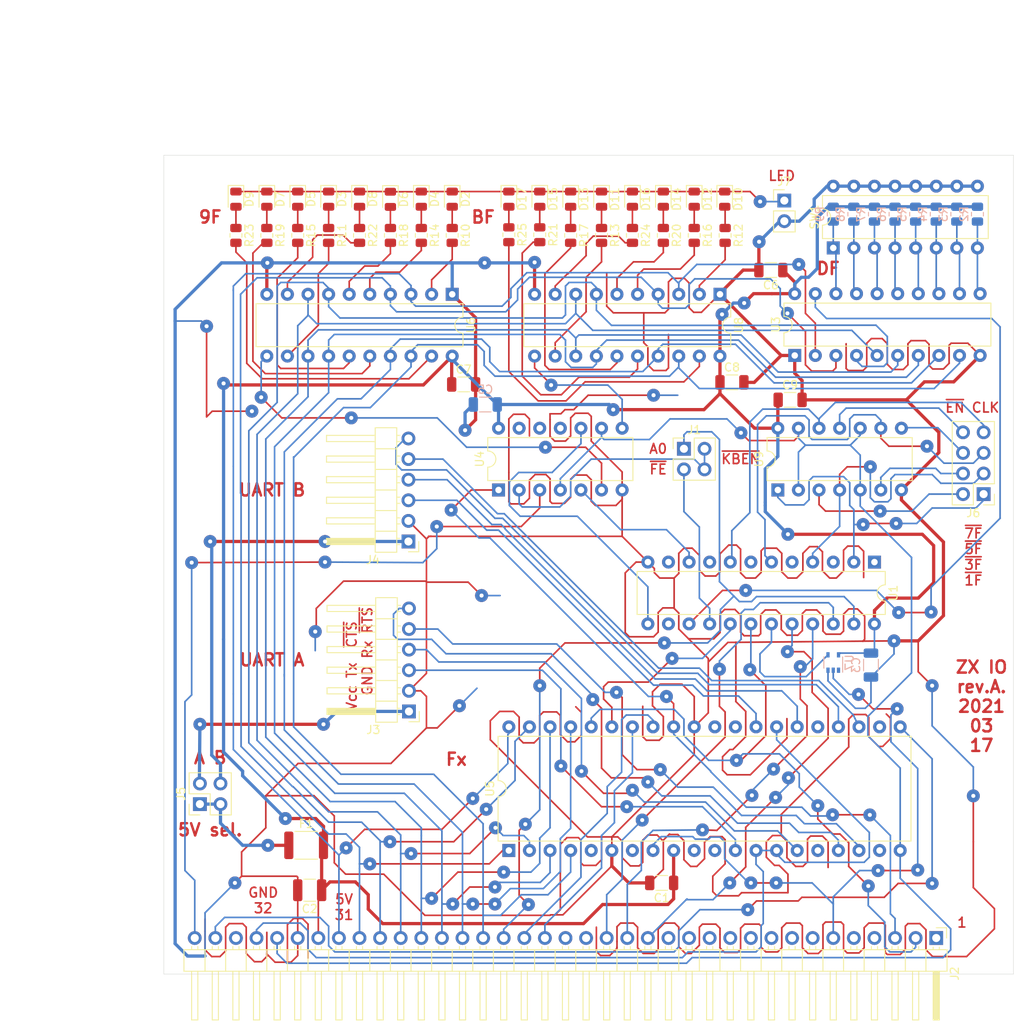
<source format=kicad_pcb>
(kicad_pcb (version 20171130) (host pcbnew "(5.1.7)-1")
  (layers (0 F.Cu signal) (31 B.Cu signal) (34 B.Paste user) (35 F.Paste user) (36 B.SilkS user) (37 F.SilkS user) (38 B.Mask user) (39 F.Mask user) (44 Edge.Cuts user))
  (net 0 "")
  (net 1 /5V)
  (net 2 /GND)
  (net 3 "Net-(D2-Pad2)")
  (net 4 "Net-(D3-Pad2)")
  (net 5 "Net-(D4-Pad2)")
  (net 6 "Net-(D5-Pad2)")
  (net 7 "Net-(D6-Pad2)")
  (net 8 "Net-(D7-Pad2)")
  (net 9 "Net-(D8-Pad2)")
  (net 10 "Net-(D9-Pad2)")
  (net 11 "Net-(D10-Pad2)")
  (net 12 "Net-(D11-Pad2)")
  (net 13 "Net-(D12-Pad2)")
  (net 14 "Net-(D13-Pad2)")
  (net 15 "Net-(D14-Pad2)")
  (net 16 "Net-(D15-Pad2)")
  (net 17 "Net-(D16-Pad2)")
  (net 18 "Net-(D17-Pad2)")
  (net 19 "Net-(F1-Pad1)")
  (net 20 /A0)
  (net 21 "Net-(J1-Pad2)")
  (net 22 /~FE_PORT)
  (net 23 /~IORQ)
  (net 24 /~RD)
  (net 25 /~M1)
  (net 26 /A7)
  (net 27 /A6)
  (net 28 /A5)
  (net 29 /A2)
  (net 30 /A1)
  (net 31 /D7)
  (net 32 /D6)
  (net 33 /D5)
  (net 34 /D4)
  (net 35 /D3)
  (net 36 /D2)
  (net 37 /D1)
  (net 38 /D0)
  (net 39 /CLK)
  (net 40 /CLK2)
  (net 41 /~RESET)
  (net 42 /~CTS_A)
  (net 43 /~RTS_A)
  (net 44 /RX_A)
  (net 45 /TX_A)
  (net 46 /5V_UART_A)
  (net 47 /5V_UART_B)
  (net 48 /TX_B)
  (net 49 /RX_B)
  (net 50 /~RTS_B)
  (net 51 /~CTS_B)
  (net 52 "Net-(R2-Pad2)")
  (net 53 "Net-(R3-Pad2)")
  (net 54 "Net-(R4-Pad2)")
  (net 55 "Net-(R5-Pad2)")
  (net 56 "Net-(R6-Pad2)")
  (net 57 "Net-(R7-Pad2)")
  (net 58 "Net-(R8-Pad2)")
  (net 59 "Net-(R9-Pad2)")
  (net 60 /M1)
  (net 61 "Net-(U4-Pad8)")
  (net 62 /~KBEN)
  (net 63 "Net-(U4-Pad6)")
  (net 64 "Net-(R10-Pad2)")
  (net 65 "Net-(R11-Pad2)")
  (net 66 "Net-(R12-Pad2)")
  (net 67 "Net-(R13-Pad2)")
  (net 68 "Net-(R14-Pad2)")
  (net 69 "Net-(R15-Pad2)")
  (net 70 "Net-(R16-Pad2)")
  (net 71 "Net-(R17-Pad2)")
  (net 72 "Net-(R18-Pad2)")
  (net 73 "Net-(R19-Pad2)")
  (net 74 "Net-(R20-Pad2)")
  (net 75 "Net-(R21-Pad2)")
  (net 76 "Net-(R22-Pad2)")
  (net 77 "Net-(R23-Pad2)")
  (net 78 "Net-(R24-Pad2)")
  (net 79 "Net-(R25-Pad2)")
  (net 80 "Net-(D10-Pad1)")
  (net 81 /~1F_PORT)
  (net 82 /1F_PORT_CK)
  (net 83 /~3F_PORT)
  (net 84 /3F_PORT_CK)
  (net 85 /~5F_PORT)
  (net 86 /5F_PORT_CK)
  (net 87 /~7F_PORT)
  (net 88 /7F_PORT_CK)
  (net 89 /~9F_PORT)
  (net 90 /~FF_PORT)
  (net 91 /~DF_PORT)
  (net 92 /~BF_PORT)
  (module Package_DIP:DIP-40_W15.24mm (layer F.Cu) (at 140.335 113.665 90)
    (fp_text reference U5 (at 7.62 -2.33 90) (layer F.SilkS))
    (fp_text value Z8440)
    (pad 1 thru_hole rect (at 0 0 90) (size 1.6 1.6) (drill 0.8) (layers *.Cu *.Mask) (net 37 /D1))
    (pad 21 thru_hole oval (at 15.24 48.26 90) (size 1.6 1.6) (drill 0.8) (layers *.Cu *.Mask) (net 41 /~RESET))
    (pad 2 thru_hole oval (at 0 2.54 90) (size 1.6 1.6) (drill 0.8) (layers *.Cu *.Mask) (net 35 /D3))
    (pad 22 thru_hole oval (at 15.24 45.72 90) (size 1.6 1.6) (drill 0.8) (layers *.Cu *.Mask))
    (pad 3 thru_hole oval (at 0 5.08 90) (size 1.6 1.6) (drill 0.8) (layers *.Cu *.Mask) (net 33 /D5))
    (pad 23 thru_hole oval (at 15.24 43.18 90) (size 1.6 1.6) (drill 0.8) (layers *.Cu *.Mask) (net 50 /~RTS_B))
    (pad 4 thru_hole oval (at 0 7.62 90) (size 1.6 1.6) (drill 0.8) (layers *.Cu *.Mask) (net 31 /D7))
    (pad 24 thru_hole oval (at 15.24 40.64 90) (size 1.6 1.6) (drill 0.8) (layers *.Cu *.Mask) (net 51 /~CTS_B))
    (pad 5 thru_hole oval (at 0 10.16 90) (size 1.6 1.6) (drill 0.8) (layers *.Cu *.Mask))
    (pad 25 thru_hole oval (at 15.24 38.1 90) (size 1.6 1.6) (drill 0.8) (layers *.Cu *.Mask))
    (pad 6 thru_hole oval (at 0 12.7 90) (size 1.6 1.6) (drill 0.8) (layers *.Cu *.Mask) (net 2 /GND))
    (pad 26 thru_hole oval (at 15.24 35.56 90) (size 1.6 1.6) (drill 0.8) (layers *.Cu *.Mask) (net 49 /RX_B))
    (pad 7 thru_hole oval (at 0 15.24 90) (size 1.6 1.6) (drill 0.8) (layers *.Cu *.Mask))
    (pad 27 thru_hole oval (at 15.24 33.02 90) (size 1.6 1.6) (drill 0.8) (layers *.Cu *.Mask) (net 40 /CLK2))
    (pad 8 thru_hole oval (at 0 17.78 90) (size 1.6 1.6) (drill 0.8) (layers *.Cu *.Mask) (net 25 /~M1))
    (pad 28 thru_hole oval (at 15.24 30.48 90) (size 1.6 1.6) (drill 0.8) (layers *.Cu *.Mask) (net 48 /TX_B))
    (pad 9 thru_hole oval (at 0 20.32 90) (size 1.6 1.6) (drill 0.8) (layers *.Cu *.Mask) (net 1 /5V))
    (pad 29 thru_hole oval (at 15.24 27.94 90) (size 1.6 1.6) (drill 0.8) (layers *.Cu *.Mask))
    (pad 10 thru_hole oval (at 0 22.86 90) (size 1.6 1.6) (drill 0.8) (layers *.Cu *.Mask))
    (pad 30 thru_hole oval (at 15.24 25.4 90) (size 1.6 1.6) (drill 0.8) (layers *.Cu *.Mask))
    (pad 11 thru_hole oval (at 0 25.4 90) (size 1.6 1.6) (drill 0.8) (layers *.Cu *.Mask))
    (pad 31 thru_hole oval (at 15.24 22.86 90) (size 1.6 1.6) (drill 0.8) (layers *.Cu *.Mask) (net 2 /GND))
    (pad 12 thru_hole oval (at 0 27.94 90) (size 1.6 1.6) (drill 0.8) (layers *.Cu *.Mask) (net 45 /TX_A))
    (pad 32 thru_hole oval (at 15.24 20.32 90) (size 1.6 1.6) (drill 0.8) (layers *.Cu *.Mask) (net 24 /~RD))
    (pad 13 thru_hole oval (at 0 30.48 90) (size 1.6 1.6) (drill 0.8) (layers *.Cu *.Mask) (net 40 /CLK2))
    (pad 33 thru_hole oval (at 15.24 17.78 90) (size 1.6 1.6) (drill 0.8) (layers *.Cu *.Mask) (net 30 /A1))
    (pad 14 thru_hole oval (at 0 33.02 90) (size 1.6 1.6) (drill 0.8) (layers *.Cu *.Mask) (net 40 /CLK2))
    (pad 34 thru_hole oval (at 15.24 15.24 90) (size 1.6 1.6) (drill 0.8) (layers *.Cu *.Mask) (net 29 /A2))
    (pad 15 thru_hole oval (at 0 35.56 90) (size 1.6 1.6) (drill 0.8) (layers *.Cu *.Mask) (net 44 /RX_A))
    (pad 35 thru_hole oval (at 15.24 12.7 90) (size 1.6 1.6) (drill 0.8) (layers *.Cu *.Mask) (net 90 /~FF_PORT))
    (pad 16 thru_hole oval (at 0 38.1 90) (size 1.6 1.6) (drill 0.8) (layers *.Cu *.Mask))
    (pad 36 thru_hole oval (at 15.24 10.16 90) (size 1.6 1.6) (drill 0.8) (layers *.Cu *.Mask) (net 23 /~IORQ))
    (pad 17 thru_hole oval (at 0 40.64 90) (size 1.6 1.6) (drill 0.8) (layers *.Cu *.Mask) (net 42 /~CTS_A))
    (pad 37 thru_hole oval (at 15.24 7.62 90) (size 1.6 1.6) (drill 0.8) (layers *.Cu *.Mask) (net 32 /D6))
    (pad 18 thru_hole oval (at 0 43.18 90) (size 1.6 1.6) (drill 0.8) (layers *.Cu *.Mask) (net 43 /~RTS_A))
    (pad 38 thru_hole oval (at 15.24 5.08 90) (size 1.6 1.6) (drill 0.8) (layers *.Cu *.Mask) (net 34 /D4))
    (pad 19 thru_hole oval (at 0 45.72 90) (size 1.6 1.6) (drill 0.8) (layers *.Cu *.Mask))
    (pad 39 thru_hole oval (at 15.24 2.54 90) (size 1.6 1.6) (drill 0.8) (layers *.Cu *.Mask) (net 36 /D2))
    (pad 20 thru_hole oval (at 0 48.26 90) (size 1.6 1.6) (drill 0.8) (layers *.Cu *.Mask) (net 39 /CLK))
    (pad 40 thru_hole oval (at 15.24 0 90) (size 1.6 1.6) (drill 0.8) (layers *.Cu *.Mask) (net 38 /D0))
  )
  (module Package_DIP:DIP-20_W7.62mm (layer F.Cu) (at 166.37 45.085 270)
    (fp_text reference U8 (at 3.81 -2.33 90) (layer F.SilkS))
    (fp_text value 74HC374)
    (pad 1 thru_hole rect (at 0 0 270) (size 1.6 1.6) (drill 0.8) (layers *.Cu *.Mask) (net 2 /GND))
    (pad 11 thru_hole oval (at 7.62 22.86 270) (size 1.6 1.6) (drill 0.8) (layers *.Cu *.Mask) (net 61 "Net-(U4-Pad8)"))
    (pad 2 thru_hole oval (at 0 2.54 270) (size 1.6 1.6) (drill 0.8) (layers *.Cu *.Mask) (net 66 "Net-(R12-Pad2)"))
    (pad 12 thru_hole oval (at 7.62 20.32 270) (size 1.6 1.6) (drill 0.8) (layers *.Cu *.Mask) (net 67 "Net-(R13-Pad2)"))
    (pad 3 thru_hole oval (at 0 5.08 270) (size 1.6 1.6) (drill 0.8) (layers *.Cu *.Mask) (net 38 /D0))
    (pad 13 thru_hole oval (at 7.62 17.78 270) (size 1.6 1.6) (drill 0.8) (layers *.Cu *.Mask) (net 34 /D4))
    (pad 4 thru_hole oval (at 0 7.62 270) (size 1.6 1.6) (drill 0.8) (layers *.Cu *.Mask) (net 37 /D1))
    (pad 14 thru_hole oval (at 7.62 15.24 270) (size 1.6 1.6) (drill 0.8) (layers *.Cu *.Mask) (net 33 /D5))
    (pad 5 thru_hole oval (at 0 10.16 270) (size 1.6 1.6) (drill 0.8) (layers *.Cu *.Mask) (net 70 "Net-(R16-Pad2)"))
    (pad 15 thru_hole oval (at 7.62 12.7 270) (size 1.6 1.6) (drill 0.8) (layers *.Cu *.Mask) (net 71 "Net-(R17-Pad2)"))
    (pad 6 thru_hole oval (at 0 12.7 270) (size 1.6 1.6) (drill 0.8) (layers *.Cu *.Mask) (net 74 "Net-(R20-Pad2)"))
    (pad 16 thru_hole oval (at 7.62 10.16 270) (size 1.6 1.6) (drill 0.8) (layers *.Cu *.Mask) (net 75 "Net-(R21-Pad2)"))
    (pad 7 thru_hole oval (at 0 15.24 270) (size 1.6 1.6) (drill 0.8) (layers *.Cu *.Mask) (net 36 /D2))
    (pad 17 thru_hole oval (at 7.62 7.62 270) (size 1.6 1.6) (drill 0.8) (layers *.Cu *.Mask) (net 32 /D6))
    (pad 8 thru_hole oval (at 0 17.78 270) (size 1.6 1.6) (drill 0.8) (layers *.Cu *.Mask) (net 35 /D3))
    (pad 18 thru_hole oval (at 7.62 5.08 270) (size 1.6 1.6) (drill 0.8) (layers *.Cu *.Mask) (net 31 /D7))
    (pad 9 thru_hole oval (at 0 20.32 270) (size 1.6 1.6) (drill 0.8) (layers *.Cu *.Mask) (net 78 "Net-(R24-Pad2)"))
    (pad 19 thru_hole oval (at 7.62 2.54 270) (size 1.6 1.6) (drill 0.8) (layers *.Cu *.Mask) (net 79 "Net-(R25-Pad2)"))
    (pad 10 thru_hole oval (at 0 22.86 270) (size 1.6 1.6) (drill 0.8) (layers *.Cu *.Mask) (net 2 /GND))
    (pad 20 thru_hole oval (at 7.62 0 270) (size 1.6 1.6) (drill 0.8) (layers *.Cu *.Mask) (net 1 /5V))
  )
  (module Package_DIP:DIP-14_W7.62mm (layer F.Cu) (at 139.065 69.215 90)
    (fp_text reference U4 (at 3.81 -2.33 90) (layer F.SilkS))
    (fp_text value 74LS32)
    (pad 1 thru_hole rect (at 0 0 90) (size 1.6 1.6) (drill 0.8) (layers *.Cu *.Mask) (net 24 /~RD))
    (pad 8 thru_hole oval (at 7.62 15.24 90) (size 1.6 1.6) (drill 0.8) (layers *.Cu *.Mask) (net 61 "Net-(U4-Pad8)"))
    (pad 2 thru_hole oval (at 0 2.54 90) (size 1.6 1.6) (drill 0.8) (layers *.Cu *.Mask) (net 21 "Net-(J1-Pad2)"))
    (pad 9 thru_hole oval (at 7.62 12.7 90) (size 1.6 1.6) (drill 0.8) (layers *.Cu *.Mask) (net 39 /CLK))
    (pad 3 thru_hole oval (at 0 5.08 90) (size 1.6 1.6) (drill 0.8) (layers *.Cu *.Mask) (net 62 /~KBEN))
    (pad 10 thru_hole oval (at 7.62 10.16 90) (size 1.6 1.6) (drill 0.8) (layers *.Cu *.Mask) (net 92 /~BF_PORT))
    (pad 4 thru_hole oval (at 0 7.62 90) (size 1.6 1.6) (drill 0.8) (layers *.Cu *.Mask) (net 39 /CLK))
    (pad 11 thru_hole oval (at 7.62 7.62 90) (size 1.6 1.6) (drill 0.8) (layers *.Cu *.Mask))
    (pad 5 thru_hole oval (at 0 10.16 90) (size 1.6 1.6) (drill 0.8) (layers *.Cu *.Mask) (net 89 /~9F_PORT))
    (pad 12 thru_hole oval (at 7.62 5.08 90) (size 1.6 1.6) (drill 0.8) (layers *.Cu *.Mask))
    (pad 6 thru_hole oval (at 0 12.7 90) (size 1.6 1.6) (drill 0.8) (layers *.Cu *.Mask) (net 63 "Net-(U4-Pad6)"))
    (pad 13 thru_hole oval (at 7.62 2.54 90) (size 1.6 1.6) (drill 0.8) (layers *.Cu *.Mask))
    (pad 7 thru_hole oval (at 0 15.24 90) (size 1.6 1.6) (drill 0.8) (layers *.Cu *.Mask) (net 2 /GND))
    (pad 14 thru_hole oval (at 7.62 0 90) (size 1.6 1.6) (drill 0.8) (layers *.Cu *.Mask) (net 1 /5V))
  )
  (module Package_DIP:DIP-20_W7.62mm (layer F.Cu) (at 175.5902 52.6288 90)
    (fp_text reference U3 (at 3.81 -2.33 90) (layer F.SilkS))
    (fp_text value 74HC245)
    (pad 1 thru_hole rect (at 0 0 90) (size 1.6 1.6) (drill 0.8) (layers *.Cu *.Mask) (net 2 /GND))
    (pad 11 thru_hole oval (at 7.62 22.86 90) (size 1.6 1.6) (drill 0.8) (layers *.Cu *.Mask) (net 52 "Net-(R2-Pad2)"))
    (pad 2 thru_hole oval (at 0 2.54 90) (size 1.6 1.6) (drill 0.8) (layers *.Cu *.Mask) (net 38 /D0))
    (pad 12 thru_hole oval (at 7.62 20.32 90) (size 1.6 1.6) (drill 0.8) (layers *.Cu *.Mask) (net 53 "Net-(R3-Pad2)"))
    (pad 3 thru_hole oval (at 0 5.08 90) (size 1.6 1.6) (drill 0.8) (layers *.Cu *.Mask) (net 37 /D1))
    (pad 13 thru_hole oval (at 7.62 17.78 90) (size 1.6 1.6) (drill 0.8) (layers *.Cu *.Mask) (net 54 "Net-(R4-Pad2)"))
    (pad 4 thru_hole oval (at 0 7.62 90) (size 1.6 1.6) (drill 0.8) (layers *.Cu *.Mask) (net 36 /D2))
    (pad 14 thru_hole oval (at 7.62 15.24 90) (size 1.6 1.6) (drill 0.8) (layers *.Cu *.Mask) (net 55 "Net-(R5-Pad2)"))
    (pad 5 thru_hole oval (at 0 10.16 90) (size 1.6 1.6) (drill 0.8) (layers *.Cu *.Mask) (net 35 /D3))
    (pad 15 thru_hole oval (at 7.62 12.7 90) (size 1.6 1.6) (drill 0.8) (layers *.Cu *.Mask) (net 56 "Net-(R6-Pad2)"))
    (pad 6 thru_hole oval (at 0 12.7 90) (size 1.6 1.6) (drill 0.8) (layers *.Cu *.Mask) (net 34 /D4))
    (pad 16 thru_hole oval (at 7.62 10.16 90) (size 1.6 1.6) (drill 0.8) (layers *.Cu *.Mask) (net 57 "Net-(R7-Pad2)"))
    (pad 7 thru_hole oval (at 0 15.24 90) (size 1.6 1.6) (drill 0.8) (layers *.Cu *.Mask) (net 33 /D5))
    (pad 17 thru_hole oval (at 7.62 7.62 90) (size 1.6 1.6) (drill 0.8) (layers *.Cu *.Mask) (net 58 "Net-(R8-Pad2)"))
    (pad 8 thru_hole oval (at 0 17.78 90) (size 1.6 1.6) (drill 0.8) (layers *.Cu *.Mask) (net 32 /D6))
    (pad 18 thru_hole oval (at 7.62 5.08 90) (size 1.6 1.6) (drill 0.8) (layers *.Cu *.Mask) (net 59 "Net-(R9-Pad2)"))
    (pad 9 thru_hole oval (at 0 20.32 90) (size 1.6 1.6) (drill 0.8) (layers *.Cu *.Mask) (net 31 /D7))
    (pad 19 thru_hole oval (at 7.62 2.54 90) (size 1.6 1.6) (drill 0.8) (layers *.Cu *.Mask) (net 91 /~DF_PORT))
    (pad 10 thru_hole oval (at 0 22.86 90) (size 1.6 1.6) (drill 0.8) (layers *.Cu *.Mask) (net 2 /GND))
    (pad 20 thru_hole oval (at 7.62 0 90) (size 1.6 1.6) (drill 0.8) (layers *.Cu *.Mask) (net 1 /5V))
  )
  (module Capacitor_SMD:C_1206_3216Metric (layer F.Cu) (at 159.18 117.6655 180)
    (fp_text reference C1 (at 0 -1.85) (layer F.SilkS))
    (fp_text value 100n)
    (pad 1 smd roundrect (at -1.475 0 180) (size 1.15 1.8) (layers F.Cu F.Paste F.Mask) (roundrect_rratio 0.217391) (net 1 /5V))
    (pad 2 smd roundrect (at 1.475 0 180) (size 1.15 1.8) (layers F.Cu F.Paste F.Mask) (roundrect_rratio 0.217391) (net 2 /GND))
  )
  (module Capacitor_SMD:C_1210_3225Metric (layer F.Cu) (at 115.775 118.5672 180)
    (fp_text reference C2 (at 0 -2.3) (layer F.SilkS))
    (fp_text value 10u)
    (pad 1 smd roundrect (at -1.475 0 180) (size 1.15 2.7) (layers F.Cu F.Paste F.Mask) (roundrect_rratio 0.217391) (net 1 /5V))
    (pad 2 smd roundrect (at 1.475 0 180) (size 1.15 2.7) (layers F.Cu F.Paste F.Mask) (roundrect_rratio 0.217391) (net 2 /GND))
  )
  (module Capacitor_SMD:C_1206_3216Metric (layer B.Cu) (at 184.99 90.805 270)
    (fp_text reference C3 (at 0 1.85 90) (layer B.SilkS) (effects (justify mirror)))
    (fp_text value 100n)
    (pad 1 smd roundrect (at -1.475 0 270) (size 1.15 1.8) (layers B.Cu B.Paste B.Mask) (roundrect_rratio 0.217391) (net 1 /5V))
    (pad 2 smd roundrect (at 1.475 0 270) (size 1.15 1.8) (layers B.Cu B.Paste B.Mask) (roundrect_rratio 0.217391) (net 2 /GND))
  )
  (module Capacitor_SMD:C_1206_3216Metric (layer B.Cu) (at 137.4285 58.674 180)
    (fp_text reference C5 (at 0 1.85 180) (layer B.SilkS) (effects (justify mirror)))
    (fp_text value 100n)
    (pad 1 smd roundrect (at -1.475 0 180) (size 1.15 1.8) (layers B.Cu B.Paste B.Mask) (roundrect_rratio 0.217391) (net 1 /5V))
    (pad 2 smd roundrect (at 1.475 0 180) (size 1.15 1.8) (layers B.Cu B.Paste B.Mask) (roundrect_rratio 0.217391) (net 2 /GND))
  )
  (module Capacitor_SMD:C_1206_3216Metric (layer F.Cu) (at 172.642 42.1005 180)
    (fp_text reference C6 (at 0 -1.85) (layer F.SilkS))
    (fp_text value 100n)
    (pad 2 smd roundrect (at 1.475 0 180) (size 1.15 1.8) (layers F.Cu F.Paste F.Mask) (roundrect_rratio 0.217391) (net 2 /GND))
    (pad 1 smd roundrect (at -1.475 0 180) (size 1.15 1.8) (layers F.Cu F.Paste F.Mask) (roundrect_rratio 0.217391) (net 1 /5V))
  )
  (module Capacitor_SMD:C_1206_3216Metric (layer F.Cu) (at 134.7615 56.1975)
    (fp_text reference C7 (at 0 -1.85) (layer F.SilkS))
    (fp_text value 100n)
    (pad 1 smd roundrect (at -1.475 0) (size 1.15 1.8) (layers F.Cu F.Paste F.Mask) (roundrect_rratio 0.217391) (net 1 /5V))
    (pad 2 smd roundrect (at 1.475 0) (size 1.15 1.8) (layers F.Cu F.Paste F.Mask) (roundrect_rratio 0.217391) (net 2 /GND))
  )
  (module Capacitor_SMD:C_1206_3216Metric (layer F.Cu) (at 167.845 55.9435)
    (fp_text reference C8 (at 0 -1.85) (layer F.SilkS))
    (fp_text value 100n)
    (pad 2 smd roundrect (at 1.475 0) (size 1.15 1.8) (layers F.Cu F.Paste F.Mask) (roundrect_rratio 0.217391) (net 2 /GND))
    (pad 1 smd roundrect (at -1.475 0) (size 1.15 1.8) (layers F.Cu F.Paste F.Mask) (roundrect_rratio 0.217391) (net 1 /5V))
  )
  (module Capacitor_SMD:C_1206_3216Metric (layer F.Cu) (at 175.0205 58.1025)
    (fp_text reference C9 (at 0 -1.85) (layer F.SilkS))
    (fp_text value 100n)
    (pad 2 smd roundrect (at 1.475 0) (size 1.15 1.8) (layers F.Cu F.Paste F.Mask) (roundrect_rratio 0.217391) (net 2 /GND))
    (pad 1 smd roundrect (at -1.475 0) (size 1.15 1.8) (layers F.Cu F.Paste F.Mask) (roundrect_rratio 0.217391) (net 1 /5V))
  )
  (module Diode_SMD:D_0805_2012Metric (layer F.Cu) (at 133.35 33.3525 270)
    (fp_text reference D2 (at 0 -1.65 90) (layer F.SilkS))
    (fp_text value LED)
    (pad 1 smd roundrect (at -0.9375 0 270) (size 0.975 1.4) (layers F.Cu F.Paste F.Mask) (net 80 "Net-(D10-Pad1)"))
    (pad 2 smd roundrect (at 0.9375 0 270) (size 0.975 1.4) (layers F.Cu F.Paste F.Mask) (net 3 "Net-(D2-Pad2)"))
  )
  (module Diode_SMD:D_0805_2012Metric (layer F.Cu) (at 118.11 33.3525 270)
    (fp_text reference D3 (at 0 -1.65 90) (layer F.SilkS))
    (fp_text value LED)
    (pad 1 smd roundrect (at -0.9375 0 270) (size 0.975 1.4) (layers F.Cu F.Paste F.Mask) (net 80 "Net-(D10-Pad1)"))
    (pad 2 smd roundrect (at 0.9375 0 270) (size 0.975 1.4) (layers F.Cu F.Paste F.Mask) (net 4 "Net-(D3-Pad2)"))
  )
  (module Diode_SMD:D_0805_2012Metric (layer F.Cu) (at 129.54 33.3525 270)
    (fp_text reference D4 (at 0 -1.65 90) (layer F.SilkS))
    (fp_text value LED)
    (pad 2 smd roundrect (at 0.9375 0 270) (size 0.975 1.4) (layers F.Cu F.Paste F.Mask) (net 5 "Net-(D4-Pad2)"))
    (pad 1 smd roundrect (at -0.9375 0 270) (size 0.975 1.4) (layers F.Cu F.Paste F.Mask) (net 80 "Net-(D10-Pad1)"))
  )
  (module Diode_SMD:D_0805_2012Metric (layer F.Cu) (at 114.3 33.3525 270)
    (fp_text reference D5 (at 0 -1.65 90) (layer F.SilkS))
    (fp_text value LED)
    (pad 2 smd roundrect (at 0.9375 0 270) (size 0.975 1.4) (layers F.Cu F.Paste F.Mask) (net 6 "Net-(D5-Pad2)"))
    (pad 1 smd roundrect (at -0.9375 0 270) (size 0.975 1.4) (layers F.Cu F.Paste F.Mask) (net 80 "Net-(D10-Pad1)"))
  )
  (module Diode_SMD:D_0805_2012Metric (layer F.Cu) (at 125.73 33.3733 270)
    (fp_text reference D6 (at 0 -1.65 90) (layer F.SilkS))
    (fp_text value LED)
    (pad 1 smd roundrect (at -0.9375 0 270) (size 0.975 1.4) (layers F.Cu F.Paste F.Mask) (net 80 "Net-(D10-Pad1)"))
    (pad 2 smd roundrect (at 0.9375 0 270) (size 0.975 1.4) (layers F.Cu F.Paste F.Mask) (net 7 "Net-(D6-Pad2)"))
  )
  (module Diode_SMD:D_0805_2012Metric (layer F.Cu) (at 110.49 33.3525 270)
    (fp_text reference D7 (at 0 -1.65 90) (layer F.SilkS))
    (fp_text value LED)
    (pad 1 smd roundrect (at -0.9375 0 270) (size 0.975 1.4) (layers F.Cu F.Paste F.Mask) (net 80 "Net-(D10-Pad1)"))
    (pad 2 smd roundrect (at 0.9375 0 270) (size 0.975 1.4) (layers F.Cu F.Paste F.Mask) (net 8 "Net-(D7-Pad2)"))
  )
  (module Diode_SMD:D_0805_2012Metric (layer F.Cu) (at 121.92 33.3525 270)
    (fp_text reference D8 (at 0 -1.65 90) (layer F.SilkS))
    (fp_text value LED)
    (pad 2 smd roundrect (at 0.9375 0 270) (size 0.975 1.4) (layers F.Cu F.Paste F.Mask) (net 9 "Net-(D8-Pad2)"))
    (pad 1 smd roundrect (at -0.9375 0 270) (size 0.975 1.4) (layers F.Cu F.Paste F.Mask) (net 80 "Net-(D10-Pad1)"))
  )
  (module Diode_SMD:D_0805_2012Metric (layer F.Cu) (at 106.68 33.3525 270)
    (fp_text reference D9 (at 0 -1.65 90) (layer F.SilkS))
    (fp_text value LED)
    (pad 2 smd roundrect (at 0.9375 0 270) (size 0.975 1.4) (layers F.Cu F.Paste F.Mask) (net 10 "Net-(D9-Pad2)"))
    (pad 1 smd roundrect (at -0.9375 0 270) (size 0.975 1.4) (layers F.Cu F.Paste F.Mask) (net 80 "Net-(D10-Pad1)"))
  )
  (module Diode_SMD:D_0805_2012Metric (layer F.Cu) (at 166.9542 33.3525 270)
    (fp_text reference D10 (at 0 -1.65 90) (layer F.SilkS))
    (fp_text value LED)
    (pad 1 smd roundrect (at -0.9375 0 270) (size 0.975 1.4) (layers F.Cu F.Paste F.Mask) (net 80 "Net-(D10-Pad1)"))
    (pad 2 smd roundrect (at 0.9375 0 270) (size 0.975 1.4) (layers F.Cu F.Paste F.Mask) (net 11 "Net-(D10-Pad2)"))
  )
  (module Diode_SMD:D_0805_2012Metric (layer F.Cu) (at 151.765 33.3525 270)
    (fp_text reference D11 (at 0 -1.65 90) (layer F.SilkS))
    (fp_text value LED)
    (pad 2 smd roundrect (at 0.9375 0 270) (size 0.975 1.4) (layers F.Cu F.Paste F.Mask) (net 12 "Net-(D11-Pad2)"))
    (pad 1 smd roundrect (at -0.9375 0 270) (size 0.975 1.4) (layers F.Cu F.Paste F.Mask) (net 80 "Net-(D10-Pad1)"))
  )
  (module Diode_SMD:D_0805_2012Metric (layer F.Cu) (at 163.195 33.3525 270)
    (fp_text reference D12 (at 0 -1.65 90) (layer F.SilkS))
    (fp_text value LED)
    (pad 2 smd roundrect (at 0.9375 0 270) (size 0.975 1.4) (layers F.Cu F.Paste F.Mask) (net 13 "Net-(D12-Pad2)"))
    (pad 1 smd roundrect (at -0.9375 0 270) (size 0.975 1.4) (layers F.Cu F.Paste F.Mask) (net 80 "Net-(D10-Pad1)"))
  )
  (module Diode_SMD:D_0805_2012Metric (layer F.Cu) (at 147.955 33.3525 270)
    (fp_text reference D13 (at 0 -1.65 90) (layer F.SilkS))
    (fp_text value LED)
    (pad 1 smd roundrect (at -0.9375 0 270) (size 0.975 1.4) (layers F.Cu F.Paste F.Mask) (net 80 "Net-(D10-Pad1)"))
    (pad 2 smd roundrect (at 0.9375 0 270) (size 0.975 1.4) (layers F.Cu F.Paste F.Mask) (net 14 "Net-(D13-Pad2)"))
  )
  (module Diode_SMD:D_0805_2012Metric (layer F.Cu) (at 159.385 33.3525 270)
    (fp_text reference D14 (at 0 -1.65 90) (layer F.SilkS))
    (fp_text value LED)
    (pad 1 smd roundrect (at -0.9375 0 270) (size 0.975 1.4) (layers F.Cu F.Paste F.Mask) (net 80 "Net-(D10-Pad1)"))
    (pad 2 smd roundrect (at 0.9375 0 270) (size 0.975 1.4) (layers F.Cu F.Paste F.Mask) (net 15 "Net-(D14-Pad2)"))
  )
  (module Diode_SMD:D_0805_2012Metric (layer F.Cu) (at 144.145 33.3525 270)
    (fp_text reference D15 (at 0 -1.65 90) (layer F.SilkS))
    (fp_text value LED)
    (pad 2 smd roundrect (at 0.9375 0 270) (size 0.975 1.4) (layers F.Cu F.Paste F.Mask) (net 16 "Net-(D15-Pad2)"))
    (pad 1 smd roundrect (at -0.9375 0 270) (size 0.975 1.4) (layers F.Cu F.Paste F.Mask) (net 80 "Net-(D10-Pad1)"))
  )
  (module Diode_SMD:D_0805_2012Metric (layer F.Cu) (at 155.575 33.3525 270)
    (fp_text reference D16 (at 0 -1.65 90) (layer F.SilkS))
    (fp_text value LED)
    (pad 1 smd roundrect (at -0.9375 0 270) (size 0.975 1.4) (layers F.Cu F.Paste F.Mask) (net 80 "Net-(D10-Pad1)"))
    (pad 2 smd roundrect (at 0.9375 0 270) (size 0.975 1.4) (layers F.Cu F.Paste F.Mask) (net 17 "Net-(D16-Pad2)"))
  )
  (module Diode_SMD:D_0805_2012Metric (layer F.Cu) (at 140.335 33.3525 270)
    (fp_text reference D17 (at 0 -1.65 90) (layer F.SilkS))
    (fp_text value LED)
    (pad 2 smd roundrect (at 0.9375 0 270) (size 0.975 1.4) (layers F.Cu F.Paste F.Mask) (net 18 "Net-(D17-Pad2)"))
    (pad 1 smd roundrect (at -0.9375 0 270) (size 0.975 1.4) (layers F.Cu F.Paste F.Mask) (net 80 "Net-(D10-Pad1)"))
  )
  (module Fuse:Fuse_1812_4532Metric (layer F.Cu) (at 115.3375 113.03)
    (fp_text reference F1 (at 0 -2.65) (layer F.SilkS))
    (fp_text value Fuse)
    (pad 1 smd roundrect (at -2.1375 0) (size 1.125 3.4) (layers F.Cu F.Paste F.Mask) (roundrect_rratio 0.222222) (net 19 "Net-(F1-Pad1)"))
    (pad 2 smd roundrect (at 2.1375 0) (size 1.125 3.4) (layers F.Cu F.Paste F.Mask) (roundrect_rratio 0.222222) (net 1 /5V))
  )
  (module Connector_PinHeader_2.54mm:PinHeader_2x02_P2.54mm_Vertical (layer F.Cu) (at 161.925 64.135)
    (fp_text reference J1 (at 1.27 -2.33) (layer F.SilkS))
    (fp_text value KB_SEL)
    (pad 1 thru_hole rect (at 0 0) (size 1.7 1.7) (drill 1) (layers *.Cu *.Mask) (net 20 /A0))
    (pad 2 thru_hole oval (at 2.54 0) (size 1.7 1.7) (drill 1) (layers *.Cu *.Mask) (net 21 "Net-(J1-Pad2)"))
    (pad 3 thru_hole oval (at 0 2.54) (size 1.7 1.7) (drill 1) (layers *.Cu *.Mask) (net 22 /~FE_PORT))
    (pad 4 thru_hole oval (at 2.54 2.54) (size 1.7 1.7) (drill 1) (layers *.Cu *.Mask) (net 21 "Net-(J1-Pad2)"))
  )
  (module Connector_PinHeader_2.54mm:PinHeader_1x06_P2.54mm_Horizontal (layer F.Cu) (at 128.016 96.52 180)
    (fp_text reference J3 (at 4.385 -2.27) (layer F.SilkS))
    (fp_text value UART_A)
    (pad 6 thru_hole oval (at 0 12.7 180) (size 1.7 1.7) (drill 1) (layers *.Cu *.Mask) (net 42 /~CTS_A))
    (pad 5 thru_hole oval (at 0 10.16 180) (size 1.7 1.7) (drill 1) (layers *.Cu *.Mask) (net 43 /~RTS_A))
    (pad 4 thru_hole oval (at 0 7.62 180) (size 1.7 1.7) (drill 1) (layers *.Cu *.Mask) (net 44 /RX_A))
    (pad 3 thru_hole oval (at 0 5.08 180) (size 1.7 1.7) (drill 1) (layers *.Cu *.Mask) (net 45 /TX_A))
    (pad 2 thru_hole oval (at 0 2.54 180) (size 1.7 1.7) (drill 1) (layers *.Cu *.Mask) (net 2 /GND))
    (pad 1 thru_hole rect (at 0 0 180) (size 1.7 1.7) (drill 1) (layers *.Cu *.Mask) (net 46 /5V_UART_A))
  )
  (module Connector_PinHeader_2.54mm:PinHeader_1x06_P2.54mm_Horizontal (layer F.Cu) (at 127.9525 75.565 180)
    (fp_text reference J4 (at 4.385 -2.27) (layer F.SilkS))
    (fp_text value UART_B)
    (pad 1 thru_hole rect (at 0 0 180) (size 1.7 1.7) (drill 1) (layers *.Cu *.Mask) (net 47 /5V_UART_B))
    (pad 2 thru_hole oval (at 0 2.54 180) (size 1.7 1.7) (drill 1) (layers *.Cu *.Mask) (net 2 /GND))
    (pad 3 thru_hole oval (at 0 5.08 180) (size 1.7 1.7) (drill 1) (layers *.Cu *.Mask) (net 48 /TX_B))
    (pad 4 thru_hole oval (at 0 7.62 180) (size 1.7 1.7) (drill 1) (layers *.Cu *.Mask) (net 49 /RX_B))
    (pad 5 thru_hole oval (at 0 10.16 180) (size 1.7 1.7) (drill 1) (layers *.Cu *.Mask) (net 50 /~RTS_B))
    (pad 6 thru_hole oval (at 0 12.7 180) (size 1.7 1.7) (drill 1) (layers *.Cu *.Mask) (net 51 /~CTS_B))
  )
  (module Connector_PinHeader_2.54mm:PinHeader_2x02_P2.54mm_Vertical (layer F.Cu) (at 102.235 107.95 90)
    (fp_text reference J5 (at 1.27 -2.33 90) (layer F.SilkS))
    (fp_text value PW_SEL)
    (pad 4 thru_hole oval (at 2.54 2.54 90) (size 1.7 1.7) (drill 1) (layers *.Cu *.Mask) (net 47 /5V_UART_B))
    (pad 3 thru_hole oval (at 0 2.54 90) (size 1.7 1.7) (drill 1) (layers *.Cu *.Mask) (net 19 "Net-(F1-Pad1)"))
    (pad 2 thru_hole oval (at 2.54 0 90) (size 1.7 1.7) (drill 1) (layers *.Cu *.Mask) (net 46 /5V_UART_A))
    (pad 1 thru_hole rect (at 0 0 90) (size 1.7 1.7) (drill 1) (layers *.Cu *.Mask) (net 19 "Net-(F1-Pad1)"))
  )
  (module Connector_PinHeader_2.54mm:PinHeader_2x04_P2.54mm_Vertical (layer F.Cu) (at 198.882 69.723 180)
    (fp_text reference J6 (at 1.27 -2.33) (layer F.SilkS))
    (fp_text value CONN_OUT)
    (pad 1 thru_hole rect (at 0 0 180) (size 1.7 1.7) (drill 1) (layers *.Cu *.Mask) (net 81 /~1F_PORT))
    (pad 2 thru_hole oval (at 2.54 0 180) (size 1.7 1.7) (drill 1) (layers *.Cu *.Mask) (net 82 /1F_PORT_CK))
    (pad 3 thru_hole oval (at 0 2.54 180) (size 1.7 1.7) (drill 1) (layers *.Cu *.Mask) (net 83 /~3F_PORT))
    (pad 4 thru_hole oval (at 2.54 2.54 180) (size 1.7 1.7) (drill 1) (layers *.Cu *.Mask) (net 84 /3F_PORT_CK))
    (pad 5 thru_hole oval (at 0 5.08 180) (size 1.7 1.7) (drill 1) (layers *.Cu *.Mask) (net 85 /~5F_PORT))
    (pad 6 thru_hole oval (at 2.54 5.08 180) (size 1.7 1.7) (drill 1) (layers *.Cu *.Mask) (net 86 /5F_PORT_CK))
    (pad 7 thru_hole oval (at 0 7.62 180) (size 1.7 1.7) (drill 1) (layers *.Cu *.Mask) (net 87 /~7F_PORT))
    (pad 8 thru_hole oval (at 2.54 7.62 180) (size 1.7 1.7) (drill 1) (layers *.Cu *.Mask) (net 88 /7F_PORT_CK))
  )
  (module Resistor_SMD:R_0805_2012Metric (layer B.Cu) (at 198.12 35.2025 270)
    (fp_text reference R2 (at 0 1.65 90) (layer B.SilkS) (effects (justify mirror)))
    (fp_text value R)
    (pad 1 smd roundrect (at -0.9125 0 270) (size 1.025 1.4) (layers B.Cu B.Paste B.Mask) (roundrect_rratio 0.243902) (net 1 /5V))
    (pad 2 smd roundrect (at 0.9125 0 270) (size 1.025 1.4) (layers B.Cu B.Paste B.Mask) (roundrect_rratio 0.243902) (net 52 "Net-(R2-Pad2)"))
  )
  (module Resistor_SMD:R_0805_2012Metric (layer B.Cu) (at 195.58 35.2025 270)
    (fp_text reference R3 (at 0 1.65 270) (layer B.SilkS) (effects (justify mirror)))
    (fp_text value R)
    (pad 2 smd roundrect (at 0.9125 0 270) (size 1.025 1.4) (layers B.Cu B.Paste B.Mask) (roundrect_rratio 0.243902) (net 53 "Net-(R3-Pad2)"))
    (pad 1 smd roundrect (at -0.9125 0 270) (size 1.025 1.4) (layers B.Cu B.Paste B.Mask) (roundrect_rratio 0.243902) (net 1 /5V))
  )
  (module Resistor_SMD:R_0805_2012Metric (layer B.Cu) (at 193.04 35.2025 270)
    (fp_text reference R4 (at 0 1.65 90) (layer B.SilkS) (effects (justify mirror)))
    (fp_text value R)
    (pad 1 smd roundrect (at -0.9125 0 270) (size 1.025 1.4) (layers B.Cu B.Paste B.Mask) (roundrect_rratio 0.243902) (net 1 /5V))
    (pad 2 smd roundrect (at 0.9125 0 270) (size 1.025 1.4) (layers B.Cu B.Paste B.Mask) (roundrect_rratio 0.243902) (net 54 "Net-(R4-Pad2)"))
  )
  (module Resistor_SMD:R_0805_2012Metric (layer B.Cu) (at 190.5 35.2025 270)
    (fp_text reference R5 (at 0 1.65 90) (layer B.SilkS) (effects (justify mirror)))
    (fp_text value R)
    (pad 2 smd roundrect (at 0.9125 0 270) (size 1.025 1.4) (layers B.Cu B.Paste B.Mask) (roundrect_rratio 0.243902) (net 55 "Net-(R5-Pad2)"))
    (pad 1 smd roundrect (at -0.9125 0 270) (size 1.025 1.4) (layers B.Cu B.Paste B.Mask) (roundrect_rratio 0.243902) (net 1 /5V))
  )
  (module Resistor_SMD:R_0805_2012Metric (layer B.Cu) (at 187.96 35.2025 270)
    (fp_text reference R6 (at 0 1.65 90) (layer B.SilkS) (effects (justify mirror)))
    (fp_text value R)
    (pad 2 smd roundrect (at 0.9125 0 270) (size 1.025 1.4) (layers B.Cu B.Paste B.Mask) (roundrect_rratio 0.243902) (net 56 "Net-(R6-Pad2)"))
    (pad 1 smd roundrect (at -0.9125 0 270) (size 1.025 1.4) (layers B.Cu B.Paste B.Mask) (roundrect_rratio 0.243902) (net 1 /5V))
  )
  (module Resistor_SMD:R_0805_2012Metric (layer B.Cu) (at 185.42 35.2025 270)
    (fp_text reference R7 (at 0 1.65 90) (layer B.SilkS) (effects (justify mirror)))
    (fp_text value R)
    (pad 2 smd roundrect (at 0.9125 0 270) (size 1.025 1.4) (layers B.Cu B.Paste B.Mask) (roundrect_rratio 0.243902) (net 57 "Net-(R7-Pad2)"))
    (pad 1 smd roundrect (at -0.9125 0 270) (size 1.025 1.4) (layers B.Cu B.Paste B.Mask) (roundrect_rratio 0.243902) (net 1 /5V))
  )
  (module Resistor_SMD:R_0805_2012Metric (layer B.Cu) (at 182.88 35.2025 270)
    (fp_text reference R8 (at 0 1.65 90) (layer B.SilkS) (effects (justify mirror)))
    (fp_text value R)
    (pad 1 smd roundrect (at -0.9125 0 270) (size 1.025 1.4) (layers B.Cu B.Paste B.Mask) (roundrect_rratio 0.243902) (net 1 /5V))
    (pad 2 smd roundrect (at 0.9125 0 270) (size 1.025 1.4) (layers B.Cu B.Paste B.Mask) (roundrect_rratio 0.243902) (net 58 "Net-(R8-Pad2)"))
  )
  (module Resistor_SMD:R_0805_2012Metric (layer B.Cu) (at 180.34 35.2025 270)
    (fp_text reference R9 (at 0 1.65 90) (layer B.SilkS) (effects (justify mirror)))
    (fp_text value R)
    (pad 2 smd roundrect (at 0.9125 0 270) (size 1.025 1.4) (layers B.Cu B.Paste B.Mask) (roundrect_rratio 0.243902) (net 59 "Net-(R9-Pad2)"))
    (pad 1 smd roundrect (at -0.9125 0 270) (size 1.025 1.4) (layers B.Cu B.Paste B.Mask) (roundrect_rratio 0.243902) (net 1 /5V))
  )
  (module Resistor_SMD:R_0805_2012Metric (layer F.Cu) (at 133.35 37.8225 270)
    (fp_text reference R10 (at 0 -1.65 90) (layer F.SilkS))
    (fp_text value R)
    (pad 2 smd roundrect (at 0.9125 0 270) (size 1.025 1.4) (layers F.Cu F.Paste F.Mask) (roundrect_rratio 0.243902) (net 64 "Net-(R10-Pad2)"))
    (pad 1 smd roundrect (at -0.9125 0 270) (size 1.025 1.4) (layers F.Cu F.Paste F.Mask) (roundrect_rratio 0.243902) (net 3 "Net-(D2-Pad2)"))
  )
  (module Resistor_SMD:R_0805_2012Metric (layer F.Cu) (at 118.11 37.8225 270)
    (fp_text reference R11 (at 0 -1.65 90) (layer F.SilkS))
    (fp_text value R)
    (pad 2 smd roundrect (at 0.9125 0 270) (size 1.025 1.4) (layers F.Cu F.Paste F.Mask) (roundrect_rratio 0.243902) (net 65 "Net-(R11-Pad2)"))
    (pad 1 smd roundrect (at -0.9125 0 270) (size 1.025 1.4) (layers F.Cu F.Paste F.Mask) (roundrect_rratio 0.243902) (net 4 "Net-(D3-Pad2)"))
  )
  (module Resistor_SMD:R_0805_2012Metric (layer F.Cu) (at 167.005 37.8225 270)
    (fp_text reference R12 (at 0 -1.65 90) (layer F.SilkS))
    (fp_text value R)
    (pad 1 smd roundrect (at -0.9125 0 270) (size 1.025 1.4) (layers F.Cu F.Paste F.Mask) (roundrect_rratio 0.243902) (net 11 "Net-(D10-Pad2)"))
    (pad 2 smd roundrect (at 0.9125 0 270) (size 1.025 1.4) (layers F.Cu F.Paste F.Mask) (roundrect_rratio 0.243902) (net 66 "Net-(R12-Pad2)"))
  )
  (module Resistor_SMD:R_0805_2012Metric (layer F.Cu) (at 151.765 37.8225 270)
    (fp_text reference R13 (at 0 -1.65 90) (layer F.SilkS))
    (fp_text value R)
    (pad 2 smd roundrect (at 0.9125 0 270) (size 1.025 1.4) (layers F.Cu F.Paste F.Mask) (roundrect_rratio 0.243902) (net 67 "Net-(R13-Pad2)"))
    (pad 1 smd roundrect (at -0.9125 0 270) (size 1.025 1.4) (layers F.Cu F.Paste F.Mask) (roundrect_rratio 0.243902) (net 12 "Net-(D11-Pad2)"))
  )
  (module Resistor_SMD:R_0805_2012Metric (layer F.Cu) (at 129.54 37.8225 270)
    (fp_text reference R14 (at 0 -1.65 90) (layer F.SilkS))
    (fp_text value R)
    (pad 1 smd roundrect (at -0.9125 0 270) (size 1.025 1.4) (layers F.Cu F.Paste F.Mask) (roundrect_rratio 0.243902) (net 5 "Net-(D4-Pad2)"))
    (pad 2 smd roundrect (at 0.9125 0 270) (size 1.025 1.4) (layers F.Cu F.Paste F.Mask) (roundrect_rratio 0.243902) (net 68 "Net-(R14-Pad2)"))
  )
  (module Resistor_SMD:R_0805_2012Metric (layer F.Cu) (at 114.3 37.8225 270)
    (fp_text reference R15 (at 0 -1.65 90) (layer F.SilkS))
    (fp_text value R)
    (pad 1 smd roundrect (at -0.9125 0 270) (size 1.025 1.4) (layers F.Cu F.Paste F.Mask) (roundrect_rratio 0.243902) (net 6 "Net-(D5-Pad2)"))
    (pad 2 smd roundrect (at 0.9125 0 270) (size 1.025 1.4) (layers F.Cu F.Paste F.Mask) (roundrect_rratio 0.243902) (net 69 "Net-(R15-Pad2)"))
  )
  (module Resistor_SMD:R_0805_2012Metric (layer F.Cu) (at 163.195 37.8225 270)
    (fp_text reference R16 (at 0 -1.65 90) (layer F.SilkS))
    (fp_text value R)
    (pad 1 smd roundrect (at -0.9125 0 270) (size 1.025 1.4) (layers F.Cu F.Paste F.Mask) (roundrect_rratio 0.243902) (net 13 "Net-(D12-Pad2)"))
    (pad 2 smd roundrect (at 0.9125 0 270) (size 1.025 1.4) (layers F.Cu F.Paste F.Mask) (roundrect_rratio 0.243902) (net 70 "Net-(R16-Pad2)"))
  )
  (module Resistor_SMD:R_0805_2012Metric (layer F.Cu) (at 147.955 37.8225 270)
    (fp_text reference R17 (at 0 -1.65 90) (layer F.SilkS))
    (fp_text value R)
    (pad 1 smd roundrect (at -0.9125 0 270) (size 1.025 1.4) (layers F.Cu F.Paste F.Mask) (roundrect_rratio 0.243902) (net 14 "Net-(D13-Pad2)"))
    (pad 2 smd roundrect (at 0.9125 0 270) (size 1.025 1.4) (layers F.Cu F.Paste F.Mask) (roundrect_rratio 0.243902) (net 71 "Net-(R17-Pad2)"))
  )
  (module Resistor_SMD:R_0805_2012Metric (layer F.Cu) (at 125.73 37.8225 270)
    (fp_text reference R18 (at 0 -1.65 90) (layer F.SilkS))
    (fp_text value R)
    (pad 2 smd roundrect (at 0.9125 0 270) (size 1.025 1.4) (layers F.Cu F.Paste F.Mask) (roundrect_rratio 0.243902) (net 72 "Net-(R18-Pad2)"))
    (pad 1 smd roundrect (at -0.9125 0 270) (size 1.025 1.4) (layers F.Cu F.Paste F.Mask) (roundrect_rratio 0.243902) (net 7 "Net-(D6-Pad2)"))
  )
  (module Resistor_SMD:R_0805_2012Metric (layer F.Cu) (at 110.49 37.8225 270)
    (fp_text reference R19 (at 0 -1.65 90) (layer F.SilkS))
    (fp_text value R)
    (pad 2 smd roundrect (at 0.9125 0 270) (size 1.025 1.4) (layers F.Cu F.Paste F.Mask) (roundrect_rratio 0.243902) (net 73 "Net-(R19-Pad2)"))
    (pad 1 smd roundrect (at -0.9125 0 270) (size 1.025 1.4) (layers F.Cu F.Paste F.Mask) (roundrect_rratio 0.243902) (net 8 "Net-(D7-Pad2)"))
  )
  (module Resistor_SMD:R_0805_2012Metric (layer F.Cu) (at 159.385 37.8225 270)
    (fp_text reference R20 (at 0 -1.65 90) (layer F.SilkS))
    (fp_text value R)
    (pad 2 smd roundrect (at 0.9125 0 270) (size 1.025 1.4) (layers F.Cu F.Paste F.Mask) (roundrect_rratio 0.243902) (net 74 "Net-(R20-Pad2)"))
    (pad 1 smd roundrect (at -0.9125 0 270) (size 1.025 1.4) (layers F.Cu F.Paste F.Mask) (roundrect_rratio 0.243902) (net 15 "Net-(D14-Pad2)"))
  )
  (module Resistor_SMD:R_0805_2012Metric (layer F.Cu) (at 144.145 37.7425 270)
    (fp_text reference R21 (at 0 -1.65 90) (layer F.SilkS))
    (fp_text value R)
    (pad 2 smd roundrect (at 0.9125 0 270) (size 1.025 1.4) (layers F.Cu F.Paste F.Mask) (roundrect_rratio 0.243902) (net 75 "Net-(R21-Pad2)"))
    (pad 1 smd roundrect (at -0.9125 0 270) (size 1.025 1.4) (layers F.Cu F.Paste F.Mask) (roundrect_rratio 0.243902) (net 16 "Net-(D15-Pad2)"))
  )
  (module Resistor_SMD:R_0805_2012Metric (layer F.Cu) (at 121.92 37.8225 270)
    (fp_text reference R22 (at 0 -1.65 90) (layer F.SilkS))
    (fp_text value R)
    (pad 1 smd roundrect (at -0.9125 0 270) (size 1.025 1.4) (layers F.Cu F.Paste F.Mask) (roundrect_rratio 0.243902) (net 9 "Net-(D8-Pad2)"))
    (pad 2 smd roundrect (at 0.9125 0 270) (size 1.025 1.4) (layers F.Cu F.Paste F.Mask) (roundrect_rratio 0.243902) (net 76 "Net-(R22-Pad2)"))
  )
  (module Resistor_SMD:R_0805_2012Metric (layer F.Cu) (at 106.68 37.8225 270)
    (fp_text reference R23 (at 0 -1.65 90) (layer F.SilkS))
    (fp_text value R)
    (pad 1 smd roundrect (at -0.9125 0 270) (size 1.025 1.4) (layers F.Cu F.Paste F.Mask) (roundrect_rratio 0.243902) (net 10 "Net-(D9-Pad2)"))
    (pad 2 smd roundrect (at 0.9125 0 270) (size 1.025 1.4) (layers F.Cu F.Paste F.Mask) (roundrect_rratio 0.243902) (net 77 "Net-(R23-Pad2)"))
  )
  (module Resistor_SMD:R_0805_2012Metric (layer F.Cu) (at 155.575 37.8225 270)
    (fp_text reference R24 (at 0 -1.65 90) (layer F.SilkS))
    (fp_text value R)
    (pad 1 smd roundrect (at -0.9125 0 270) (size 1.025 1.4) (layers F.Cu F.Paste F.Mask) (roundrect_rratio 0.243902) (net 17 "Net-(D16-Pad2)"))
    (pad 2 smd roundrect (at 0.9125 0 270) (size 1.025 1.4) (layers F.Cu F.Paste F.Mask) (roundrect_rratio 0.243902) (net 78 "Net-(R24-Pad2)"))
  )
  (module Resistor_SMD:R_0805_2012Metric (layer F.Cu) (at 140.335 37.7425 270)
    (fp_text reference R25 (at 0 -1.65 90) (layer F.SilkS))
    (fp_text value R)
    (pad 1 smd roundrect (at -0.9125 0 270) (size 1.025 1.4) (layers F.Cu F.Paste F.Mask) (roundrect_rratio 0.243902) (net 18 "Net-(D17-Pad2)"))
    (pad 2 smd roundrect (at 0.9125 0 270) (size 1.025 1.4) (layers F.Cu F.Paste F.Mask) (roundrect_rratio 0.243902) (net 79 "Net-(R25-Pad2)"))
  )
  (module Package_DIP:DIP-16_W7.62mm (layer F.Cu) (at 180.34 39.37 90)
    (fp_text reference SW1 (at 3.81 -2.33 90) (layer F.SilkS))
    (fp_text value DIP_SW_C)
    (pad 1 thru_hole rect (at 0 0 90) (size 1.6 1.6) (drill 0.8) (layers *.Cu *.Mask) (net 59 "Net-(R9-Pad2)"))
    (pad 9 thru_hole oval (at 7.62 17.78 90) (size 1.6 1.6) (drill 0.8) (layers *.Cu *.Mask) (net 2 /GND))
    (pad 2 thru_hole oval (at 0 2.54 90) (size 1.6 1.6) (drill 0.8) (layers *.Cu *.Mask) (net 58 "Net-(R8-Pad2)"))
    (pad 10 thru_hole oval (at 7.62 15.24 90) (size 1.6 1.6) (drill 0.8) (layers *.Cu *.Mask) (net 2 /GND))
    (pad 3 thru_hole oval (at 0 5.08 90) (size 1.6 1.6) (drill 0.8) (layers *.Cu *.Mask) (net 57 "Net-(R7-Pad2)"))
    (pad 11 thru_hole oval (at 7.62 12.7 90) (size 1.6 1.6) (drill 0.8) (layers *.Cu *.Mask) (net 2 /GND))
    (pad 4 thru_hole oval (at 0 7.62 90) (size 1.6 1.6) (drill 0.8) (layers *.Cu *.Mask) (net 56 "Net-(R6-Pad2)"))
    (pad 12 thru_hole oval (at 7.62 10.16 90) (size 1.6 1.6) (drill 0.8) (layers *.Cu *.Mask) (net 2 /GND))
    (pad 5 thru_hole oval (at 0 10.16 90) (size 1.6 1.6) (drill 0.8) (layers *.Cu *.Mask) (net 55 "Net-(R5-Pad2)"))
    (pad 13 thru_hole oval (at 7.62 7.62 90) (size 1.6 1.6) (drill 0.8) (layers *.Cu *.Mask) (net 2 /GND))
    (pad 6 thru_hole oval (at 0 12.7 90) (size 1.6 1.6) (drill 0.8) (layers *.Cu *.Mask) (net 54 "Net-(R4-Pad2)"))
    (pad 14 thru_hole oval (at 7.62 5.08 90) (size 1.6 1.6) (drill 0.8) (layers *.Cu *.Mask) (net 2 /GND))
    (pad 7 thru_hole oval (at 0 15.24 90) (size 1.6 1.6) (drill 0.8) (layers *.Cu *.Mask) (net 53 "Net-(R3-Pad2)"))
    (pad 15 thru_hole oval (at 7.62 2.54 90) (size 1.6 1.6) (drill 0.8) (layers *.Cu *.Mask) (net 2 /GND))
    (pad 8 thru_hole oval (at 0 17.78 90) (size 1.6 1.6) (drill 0.8) (layers *.Cu *.Mask) (net 52 "Net-(R2-Pad2)"))
    (pad 16 thru_hole oval (at 7.62 0 90) (size 1.6 1.6) (drill 0.8) (layers *.Cu *.Mask) (net 2 /GND))
  )
  (module Package_DIP:DIP-24_W7.62mm (layer F.Cu) (at 185.42 78.105 270)
    (fp_text reference U1 (at 3.81 -2.33 90) (layer F.SilkS))
    (fp_text value 74LS154)
    (pad 24 thru_hole oval (at 7.62 0 270) (size 1.6 1.6) (drill 0.8) (layers *.Cu *.Mask) (net 1 /5V))
    (pad 12 thru_hole oval (at 0 27.94 270) (size 1.6 1.6) (drill 0.8) (layers *.Cu *.Mask) (net 2 /GND))
    (pad 23 thru_hole oval (at 7.62 2.54 270) (size 1.6 1.6) (drill 0.8) (layers *.Cu *.Mask) (net 20 /A0))
    (pad 11 thru_hole oval (at 0 25.4 270) (size 1.6 1.6) (drill 0.8) (layers *.Cu *.Mask))
    (pad 22 thru_hole oval (at 7.62 5.08 270) (size 1.6 1.6) (drill 0.8) (layers *.Cu *.Mask) (net 28 /A5))
    (pad 10 thru_hole oval (at 0 22.86 270) (size 1.6 1.6) (drill 0.8) (layers *.Cu *.Mask) (net 89 /~9F_PORT))
    (pad 21 thru_hole oval (at 7.62 7.62 270) (size 1.6 1.6) (drill 0.8) (layers *.Cu *.Mask) (net 27 /A6))
    (pad 9 thru_hole oval (at 0 20.32 270) (size 1.6 1.6) (drill 0.8) (layers *.Cu *.Mask))
    (pad 20 thru_hole oval (at 7.62 10.16 270) (size 1.6 1.6) (drill 0.8) (layers *.Cu *.Mask) (net 26 /A7))
    (pad 8 thru_hole oval (at 0 17.78 270) (size 1.6 1.6) (drill 0.8) (layers *.Cu *.Mask) (net 87 /~7F_PORT))
    (pad 19 thru_hole oval (at 7.62 12.7 270) (size 1.6 1.6) (drill 0.8) (layers *.Cu *.Mask) (net 60 /M1))
    (pad 7 thru_hole oval (at 0 15.24 270) (size 1.6 1.6) (drill 0.8) (layers *.Cu *.Mask))
    (pad 18 thru_hole oval (at 7.62 15.24 270) (size 1.6 1.6) (drill 0.8) (layers *.Cu *.Mask) (net 23 /~IORQ))
    (pad 6 thru_hole oval (at 0 12.7 270) (size 1.6 1.6) (drill 0.8) (layers *.Cu *.Mask) (net 85 /~5F_PORT))
    (pad 17 thru_hole oval (at 7.62 17.78 270) (size 1.6 1.6) (drill 0.8) (layers *.Cu *.Mask) (net 90 /~FF_PORT))
    (pad 5 thru_hole oval (at 0 10.16 270) (size 1.6 1.6) (drill 0.8) (layers *.Cu *.Mask))
    (pad 16 thru_hole oval (at 7.62 20.32 270) (size 1.6 1.6) (drill 0.8) (layers *.Cu *.Mask) (net 22 /~FE_PORT))
    (pad 4 thru_hole oval (at 0 7.62 270) (size 1.6 1.6) (drill 0.8) (layers *.Cu *.Mask) (net 83 /~3F_PORT))
    (pad 15 thru_hole oval (at 7.62 22.86 270) (size 1.6 1.6) (drill 0.8) (layers *.Cu *.Mask) (net 91 /~DF_PORT))
    (pad 3 thru_hole oval (at 0 5.08 270) (size 1.6 1.6) (drill 0.8) (layers *.Cu *.Mask))
    (pad 14 thru_hole oval (at 7.62 25.4 270) (size 1.6 1.6) (drill 0.8) (layers *.Cu *.Mask))
    (pad 2 thru_hole oval (at 0 2.54 270) (size 1.6 1.6) (drill 0.8) (layers *.Cu *.Mask) (net 81 /~1F_PORT))
    (pad 13 thru_hole oval (at 7.62 27.94 270) (size 1.6 1.6) (drill 0.8) (layers *.Cu *.Mask) (net 92 /~BF_PORT))
    (pad 1 thru_hole rect (at 0 0 270) (size 1.6 1.6) (drill 0.8) (layers *.Cu *.Mask))
  )
  (module Package_DIP:DIP-20_W7.62mm (layer F.Cu) (at 133.35 45.085 270)
    (fp_text reference U6 (at 3.81 -2.33 90) (layer F.SilkS))
    (fp_text value 74HC374)
    (pad 20 thru_hole oval (at 7.62 0 270) (size 1.6 1.6) (drill 0.8) (layers *.Cu *.Mask) (net 1 /5V))
    (pad 10 thru_hole oval (at 0 22.86 270) (size 1.6 1.6) (drill 0.8) (layers *.Cu *.Mask) (net 2 /GND))
    (pad 19 thru_hole oval (at 7.62 2.54 270) (size 1.6 1.6) (drill 0.8) (layers *.Cu *.Mask) (net 77 "Net-(R23-Pad2)"))
    (pad 9 thru_hole oval (at 0 20.32 270) (size 1.6 1.6) (drill 0.8) (layers *.Cu *.Mask) (net 76 "Net-(R22-Pad2)"))
    (pad 18 thru_hole oval (at 7.62 5.08 270) (size 1.6 1.6) (drill 0.8) (layers *.Cu *.Mask) (net 31 /D7))
    (pad 8 thru_hole oval (at 0 17.78 270) (size 1.6 1.6) (drill 0.8) (layers *.Cu *.Mask) (net 35 /D3))
    (pad 17 thru_hole oval (at 7.62 7.62 270) (size 1.6 1.6) (drill 0.8) (layers *.Cu *.Mask) (net 32 /D6))
    (pad 7 thru_hole oval (at 0 15.24 270) (size 1.6 1.6) (drill 0.8) (layers *.Cu *.Mask) (net 36 /D2))
    (pad 16 thru_hole oval (at 7.62 10.16 270) (size 1.6 1.6) (drill 0.8) (layers *.Cu *.Mask) (net 73 "Net-(R19-Pad2)"))
    (pad 6 thru_hole oval (at 0 12.7 270) (size 1.6 1.6) (drill 0.8) (layers *.Cu *.Mask) (net 72 "Net-(R18-Pad2)"))
    (pad 15 thru_hole oval (at 7.62 12.7 270) (size 1.6 1.6) (drill 0.8) (layers *.Cu *.Mask) (net 69 "Net-(R15-Pad2)"))
    (pad 5 thru_hole oval (at 0 10.16 270) (size 1.6 1.6) (drill 0.8) (layers *.Cu *.Mask) (net 68 "Net-(R14-Pad2)"))
    (pad 14 thru_hole oval (at 7.62 15.24 270) (size 1.6 1.6) (drill 0.8) (layers *.Cu *.Mask) (net 33 /D5))
    (pad 4 thru_hole oval (at 0 7.62 270) (size 1.6 1.6) (drill 0.8) (layers *.Cu *.Mask) (net 37 /D1))
    (pad 13 thru_hole oval (at 7.62 17.78 270) (size 1.6 1.6) (drill 0.8) (layers *.Cu *.Mask) (net 34 /D4))
    (pad 3 thru_hole oval (at 0 5.08 270) (size 1.6 1.6) (drill 0.8) (layers *.Cu *.Mask) (net 38 /D0))
    (pad 12 thru_hole oval (at 7.62 20.32 270) (size 1.6 1.6) (drill 0.8) (layers *.Cu *.Mask) (net 65 "Net-(R11-Pad2)"))
    (pad 2 thru_hole oval (at 0 2.54 270) (size 1.6 1.6) (drill 0.8) (layers *.Cu *.Mask) (net 64 "Net-(R10-Pad2)"))
    (pad 11 thru_hole oval (at 7.62 22.86 270) (size 1.6 1.6) (drill 0.8) (layers *.Cu *.Mask) (net 63 "Net-(U4-Pad6)"))
    (pad 1 thru_hole rect (at 0 0 270) (size 1.6 1.6) (drill 0.8) (layers *.Cu *.Mask) (net 2 /GND))
  )
  (module Package_TO_SOT_SMD:SOT-353_SC-70-5 (layer B.Cu) (at 180.34 90.49 90)
    (fp_text reference U7 (at 0 2 90) (layer B.SilkS) (effects (justify mirror)))
    (fp_text value 74LVC1G14)
    (pad 1 smd rect (at -0.95 0.65 90) (size 0.65 0.4) (layers B.Cu B.Paste B.Mask))
    (pad 3 smd rect (at -0.95 -0.65 90) (size 0.65 0.4) (layers B.Cu B.Paste B.Mask) (net 2 /GND))
    (pad 2 smd rect (at -0.95 0 90) (size 0.65 0.4) (layers B.Cu B.Paste B.Mask) (net 25 /~M1))
    (pad 4 smd rect (at 0.95 -0.65 90) (size 0.65 0.4) (layers B.Cu B.Paste B.Mask) (net 60 /M1))
    (pad 5 smd rect (at 0.95 0.65 90) (size 0.65 0.4) (layers B.Cu B.Paste B.Mask) (net 1 /5V))
  )
  (module Package_DIP:DIP-14_W7.62mm (layer F.Cu) (at 173.5074 69.215 90)
    (fp_text reference U9 (at 3.81 -2.33 90) (layer F.SilkS))
    (fp_text value 74LS32)
    (pad 14 thru_hole oval (at 7.62 0 90) (size 1.6 1.6) (drill 0.8) (layers *.Cu *.Mask) (net 1 /5V))
    (pad 7 thru_hole oval (at 0 15.24 90) (size 1.6 1.6) (drill 0.8) (layers *.Cu *.Mask) (net 2 /GND))
    (pad 13 thru_hole oval (at 7.62 2.54 90) (size 1.6 1.6) (drill 0.8) (layers *.Cu *.Mask) (net 39 /CLK))
    (pad 6 thru_hole oval (at 0 12.7 90) (size 1.6 1.6) (drill 0.8) (layers *.Cu *.Mask) (net 84 /3F_PORT_CK))
    (pad 12 thru_hole oval (at 7.62 5.08 90) (size 1.6 1.6) (drill 0.8) (layers *.Cu *.Mask) (net 87 /~7F_PORT))
    (pad 5 thru_hole oval (at 0 10.16 90) (size 1.6 1.6) (drill 0.8) (layers *.Cu *.Mask) (net 39 /CLK))
    (pad 11 thru_hole oval (at 7.62 7.62 90) (size 1.6 1.6) (drill 0.8) (layers *.Cu *.Mask) (net 88 /7F_PORT_CK))
    (pad 4 thru_hole oval (at 0 7.62 90) (size 1.6 1.6) (drill 0.8) (layers *.Cu *.Mask) (net 83 /~3F_PORT))
    (pad 10 thru_hole oval (at 7.62 10.16 90) (size 1.6 1.6) (drill 0.8) (layers *.Cu *.Mask) (net 39 /CLK))
    (pad 3 thru_hole oval (at 0 5.08 90) (size 1.6 1.6) (drill 0.8) (layers *.Cu *.Mask) (net 82 /1F_PORT_CK))
    (pad 9 thru_hole oval (at 7.62 12.7 90) (size 1.6 1.6) (drill 0.8) (layers *.Cu *.Mask) (net 85 /~5F_PORT))
    (pad 2 thru_hole oval (at 0 2.54 90) (size 1.6 1.6) (drill 0.8) (layers *.Cu *.Mask) (net 39 /CLK))
    (pad 8 thru_hole oval (at 7.62 15.24 90) (size 1.6 1.6) (drill 0.8) (layers *.Cu *.Mask) (net 86 /5F_PORT_CK))
    (pad 1 thru_hole rect (at 0 0 90) (size 1.6 1.6) (drill 0.8) (layers *.Cu *.Mask) (net 81 /~1F_PORT))
  )
  (module Connector_PinHeader_2.54mm:PinHeader_1x37_P2.54mm_Horizontal (layer F.Cu) (at 193.04 124.46 270)
    (fp_text reference J2 (at 4.385 -2.27 90) (layer F.SilkS))
    (fp_text value CONN)
    (pad 1 thru_hole rect (at 0 0 270) (size 1.7 1.7) (drill 1) (layers *.Cu *.Mask))
    (pad 2 thru_hole oval (at 0 2.54 270) (size 1.7 1.7) (drill 1) (layers *.Cu *.Mask) (net 23 /~IORQ))
    (pad 3 thru_hole oval (at 0 5.08 270) (size 1.7 1.7) (drill 1) (layers *.Cu *.Mask) (net 24 /~RD))
    (pad 4 thru_hole oval (at 0 7.62 270) (size 1.7 1.7) (drill 1) (layers *.Cu *.Mask))
    (pad 5 thru_hole oval (at 0 10.16 270) (size 1.7 1.7) (drill 1) (layers *.Cu *.Mask))
    (pad 6 thru_hole oval (at 0 12.7 270) (size 1.7 1.7) (drill 1) (layers *.Cu *.Mask) (net 25 /~M1))
    (pad 7 thru_hole oval (at 0 15.24 270) (size 1.7 1.7) (drill 1) (layers *.Cu *.Mask))
    (pad 8 thru_hole oval (at 0 17.78 270) (size 1.7 1.7) (drill 1) (layers *.Cu *.Mask))
    (pad 9 thru_hole oval (at 0 20.32 270) (size 1.7 1.7) (drill 1) (layers *.Cu *.Mask))
    (pad 10 thru_hole oval (at 0 22.86 270) (size 1.7 1.7) (drill 1) (layers *.Cu *.Mask))
    (pad 11 thru_hole oval (at 0 25.4 270) (size 1.7 1.7) (drill 1) (layers *.Cu *.Mask))
    (pad 12 thru_hole oval (at 0 27.94 270) (size 1.7 1.7) (drill 1) (layers *.Cu *.Mask))
    (pad 13 thru_hole oval (at 0 30.48 270) (size 1.7 1.7) (drill 1) (layers *.Cu *.Mask))
    (pad 14 thru_hole oval (at 0 33.02 270) (size 1.7 1.7) (drill 1) (layers *.Cu *.Mask))
    (pad 15 thru_hole oval (at 0 35.56 270) (size 1.7 1.7) (drill 1) (layers *.Cu *.Mask) (net 26 /A7))
    (pad 16 thru_hole oval (at 0 38.1 270) (size 1.7 1.7) (drill 1) (layers *.Cu *.Mask) (net 27 /A6))
    (pad 17 thru_hole oval (at 0 40.64 270) (size 1.7 1.7) (drill 1) (layers *.Cu *.Mask) (net 28 /A5))
    (pad 18 thru_hole oval (at 0 43.18 270) (size 1.7 1.7) (drill 1) (layers *.Cu *.Mask))
    (pad 19 thru_hole oval (at 0 45.72 270) (size 1.7 1.7) (drill 1) (layers *.Cu *.Mask))
    (pad 20 thru_hole oval (at 0 48.26 270) (size 1.7 1.7) (drill 1) (layers *.Cu *.Mask) (net 29 /A2))
    (pad 21 thru_hole oval (at 0 50.8 270) (size 1.7 1.7) (drill 1) (layers *.Cu *.Mask) (net 30 /A1))
    (pad 22 thru_hole oval (at 0 53.34 270) (size 1.7 1.7) (drill 1) (layers *.Cu *.Mask) (net 20 /A0))
    (pad 23 thru_hole oval (at 0 55.88 270) (size 1.7 1.7) (drill 1) (layers *.Cu *.Mask) (net 31 /D7))
    (pad 24 thru_hole oval (at 0 58.42 270) (size 1.7 1.7) (drill 1) (layers *.Cu *.Mask) (net 32 /D6))
    (pad 25 thru_hole oval (at 0 60.96 270) (size 1.7 1.7) (drill 1) (layers *.Cu *.Mask) (net 33 /D5))
    (pad 26 thru_hole oval (at 0 63.5 270) (size 1.7 1.7) (drill 1) (layers *.Cu *.Mask) (net 34 /D4))
    (pad 27 thru_hole oval (at 0 66.04 270) (size 1.7 1.7) (drill 1) (layers *.Cu *.Mask) (net 35 /D3))
    (pad 28 thru_hole oval (at 0 68.58 270) (size 1.7 1.7) (drill 1) (layers *.Cu *.Mask) (net 36 /D2))
    (pad 29 thru_hole oval (at 0 71.12 270) (size 1.7 1.7) (drill 1) (layers *.Cu *.Mask) (net 37 /D1))
    (pad 30 thru_hole oval (at 0 73.66 270) (size 1.7 1.7) (drill 1) (layers *.Cu *.Mask) (net 38 /D0))
    (pad 31 thru_hole oval (at 0 76.2 270) (size 1.7 1.7) (drill 1) (layers *.Cu *.Mask) (net 1 /5V))
    (pad 32 thru_hole oval (at 0 78.74 270) (size 1.7 1.7) (drill 1) (layers *.Cu *.Mask) (net 2 /GND))
    (pad 33 thru_hole oval (at 0 81.28 270) (size 1.7 1.7) (drill 1) (layers *.Cu *.Mask) (net 39 /CLK))
    (pad 34 thru_hole oval (at 0 83.82 270) (size 1.7 1.7) (drill 1) (layers *.Cu *.Mask) (net 40 /CLK2))
    (pad 35 thru_hole oval (at 0 86.36 270) (size 1.7 1.7) (drill 1) (layers *.Cu *.Mask))
    (pad 36 thru_hole oval (at 0 88.9 270) (size 1.7 1.7) (drill 1) (layers *.Cu *.Mask) (net 41 /~RESET))
    (pad 37 thru_hole oval (at 0 91.44 270) (size 1.7 1.7) (drill 1) (layers *.Cu *.Mask) (net 62 /~KBEN))
  )
  (module Connector_PinHeader_2.54mm:PinHeader_1x02_P2.54mm_Vertical (layer F.Cu) (at 174.3075 33.528)
    (fp_text reference J7 (at 0 -2.33) (layer F.SilkS))
    (fp_text value LED_EN)
    (pad 1 thru_hole rect (at 0 0) (size 1.7 1.7) (drill 1) (layers *.Cu *.Mask) (net 80 "Net-(D10-Pad1)"))
    (pad 2 thru_hole oval (at 0 2.54) (size 1.7 1.7) (drill 1) (layers *.Cu *.Mask) (net 2 /GND))
  )
  (gr_text LED (at 173.99 30.48) (layer F.Cu) (effects (font (size 1.2 1.2) (thickness 0.2))))
  (gr_text ~KBEN~ (at 168.91 65.405) (layer F.Cu) (effects (font (size 1.2 1.2) (thickness 0.2))))
  (gr_text ~FE~ (at 158.75 66.675) (layer F.Cu) (effects (font (size 1.2 1.2) (thickness 0.2))))
  (gr_text A0 (at 158.75 64.135) (layer F.Cu) (effects (font (size 1.2 1.2) (thickness 0.2))))
  (gr_text "~7F~\n~5F~\n~3F~\n~1F~" (at 197.612 77.47) (layer F.Cu) (effects (font (size 1.2 1.2) (thickness 0.2))))
  (gr_text "~EN~ CLK" (at 197.485 59.055) (layer F.Cu) (effects (font (size 1.2 1.2) (thickness 0.2))))
  (gr_text 1 (at 196.215 122.555) (layer F.Cu) (effects (font (size 1.2 1.2) (thickness 0.2))))
  (gr_text "5V\n31" (at 120.015 120.65) (layer F.Cu) (effects (font (size 1.2 1.2) (thickness 0.2))))
  (gr_text "GND\n32\n" (at 110.0455 119.8245) (layer F.Cu) (effects (font (size 1.2 1.2) (thickness 0.2))))
  (gr_text "5V sel." (at 103.505 111.125) (layer F.Cu) (effects (font (size 1.5 1.5) (thickness 0.3))))
  (gr_text "A B" (at 103.505 102.235) (layer F.Cu) (effects (font (size 1.5 1.5) (thickness 0.3))))
  (gr_text "ZX IO\nrev.A.\n2021\n03\n17" (at 198.628 95.885) (layer F.Cu) (effects (font (size 1.5 1.5) (thickness 0.3))))
  (gr_text "Vcc Tx  ~CTS~ \n  GND Rx ~RTS~" (at 121.92 96.52 90) (layer F.Cu) (effects (font (size 1.2 1.2) (thickness 0.2)) (justify left)))
  (gr_text "UART B" (at 111.125 69.215) (layer F.Cu) (effects (font (size 1.5 1.5) (thickness 0.3))))
  (gr_text "UART A" (at 111.125 90.17) (layer F.Cu) (effects (font (size 1.5 1.5) (thickness 0.3))))
  (gr_text Fx (at 133.858 102.4255) (layer F.Cu) (effects (font (size 1.5 1.5) (thickness 0.3))))
  (gr_text DF (at 179.705 41.91) (layer F.Cu) (effects (font (size 1.5 1.5) (thickness 0.3))))
  (gr_text BF (at 137.16 35.56) (layer F.Cu) (effects (font (size 1.5 1.5) (thickness 0.3))))
  (gr_text 9F (at 103.505 35.56) (layer F.Cu) (effects (font (size 1.5 1.5) (thickness 0.3))))
  (gr_line (start 97.79 27.94) (end 97.79 128.905) (layer Edge.Cuts) (width 0.05))
  (gr_line (start 202.565 27.94) (end 97.79 27.94) (layer Edge.Cuts) (width 0.05))
  (gr_line (start 202.565 128.905) (end 202.565 27.94) (layer Edge.Cuts) (width 0.05))
  (gr_line (start 97.79 128.905) (end 202.565 128.905) (layer Edge.Cuts) (width 0.05))
  (segment (start 116.84 118.9772) (end 117.25 118.5672) (width 0.2) (layer F.Cu) (net 1))
  (segment (start 116.84 124.46) (end 116.84 118.9772) (width 0.2) (layer F.Cu) (net 1))
  (segment (start 185.42 88.9) (end 184.99 89.33) (width 0.2) (layer B.Cu) (net 1))
  (segment (start 185.42 85.725) (end 185.42 88.9) (width 0.2) (layer B.Cu) (net 1))
  (segment (start 181.2 89.33) (end 180.99 89.54) (width 0.2) (layer B.Cu) (net 1))
  (segment (start 184.99 89.33) (end 181.2 89.33) (width 0.2) (layer B.Cu) (net 1))
  (segment (start 133.35 52.705) (end 129.794 56.261) (width 0.4) (layer F.Cu) (net 1))
  (via (at 105.156 56.0705) (size 1.6) (drill 0.5) (layers F.Cu B.Cu) (net 1))
  (segment (start 105.3465 56.261) (end 105.156 56.0705) (width 0.4) (layer F.Cu) (net 1))
  (segment (start 129.794 56.261) (end 105.3465 56.261) (width 0.4) (layer F.Cu) (net 1))
  (segment (start 105.156 56.0705) (end 105.156 87.63) (width 0.4) (layer B.Cu) (net 1))
  (segment (start 117.475 113.03) (end 117.475 110.6805) (width 0.4) (layer F.Cu) (net 1))
  (via (at 112.776 109.728) (size 1.6) (drill 0.5) (layers F.Cu B.Cu) (net 1))
  (segment (start 116.5225 109.728) (end 112.776 109.728) (width 0.4) (layer F.Cu) (net 1))
  (segment (start 117.475 110.6805) (end 116.5225 109.728) (width 0.4) (layer F.Cu) (net 1))
  (segment (start 112.776 109.728) (end 107.5055 104.4575) (width 0.4) (layer B.Cu) (net 1))
  (segment (start 107.5055 104.4575) (end 107.5055 103.886) (width 0.4) (layer B.Cu) (net 1))
  (segment (start 105.156 101.5365) (end 105.156 87.63) (width 0.4) (layer B.Cu) (net 1))
  (segment (start 107.5055 103.886) (end 105.156 101.5365) (width 0.4) (layer B.Cu) (net 1))
  (segment (start 117.25 113.255) (end 117.475 113.03) (width 0.4) (layer F.Cu) (net 1))
  (segment (start 117.25 118.5672) (end 117.25 113.255) (width 0.4) (layer F.Cu) (net 1))
  (segment (start 133.2865 52.7685) (end 133.35 52.705) (width 0.4) (layer F.Cu) (net 1))
  (segment (start 133.2865 56.1975) (end 133.2865 52.7685) (width 0.4) (layer F.Cu) (net 1))
  (segment (start 139.065 58.8355) (end 138.9035 58.674) (width 0.4) (layer B.Cu) (net 1))
  (segment (start 139.065 61.595) (end 139.065 58.8355) (width 0.4) (layer B.Cu) (net 1))
  (segment (start 133.35 53.1205) (end 133.35 52.705) (width 0.4) (layer B.Cu) (net 1))
  (segment (start 138.9035 58.674) (end 133.35 53.1205) (width 0.4) (layer B.Cu) (net 1))
  (segment (start 170.6245 61.595) (end 173.5074 61.595) (width 0.4) (layer F.Cu) (net 1))
  (segment (start 166.37 57.3405) (end 170.6245 61.595) (width 0.4) (layer F.Cu) (net 1))
  (segment (start 166.37 57.3405) (end 166.3065 57.3405) (width 0.4) (layer F.Cu) (net 1))
  (segment (start 138.9035 58.674) (end 152.7175 58.674) (width 0.4) (layer B.Cu) (net 1))
  (via (at 153.205 59.309) (size 1.6) (drill 0.5) (layers F.Cu B.Cu) (net 1))
  (segment (start 153.205 59.1615) (end 153.205 59.309) (width 0.4) (layer B.Cu) (net 1))
  (segment (start 152.7175 58.674) (end 153.205 59.1615) (width 0.4) (layer B.Cu) (net 1))
  (segment (start 164.4015 59.309) (end 166.37 57.3405) (width 0.4) (layer F.Cu) (net 1))
  (segment (start 153.205 59.309) (end 164.4015 59.309) (width 0.4) (layer F.Cu) (net 1))
  (segment (start 166.37 57.3405) (end 166.37 55.9435) (width 0.4) (layer F.Cu) (net 1))
  (segment (start 166.37 55.9435) (end 166.37 52.705) (width 0.4) (layer F.Cu) (net 1))
  (segment (start 170.5102 45.0088) (end 169.3545 46.1645) (width 0.4) (layer F.Cu) (net 1))
  (via (at 169.3545 46.1645) (size 1.6) (drill 0.5) (layers F.Cu B.Cu) (net 1))
  (via (at 166.624 47.5615) (size 1.6) (drill 0.5) (layers F.Cu B.Cu) (net 1))
  (segment (start 168.021 46.1645) (end 166.624 47.5615) (width 0.4) (layer B.Cu) (net 1))
  (segment (start 169.3545 46.1645) (end 168.021 46.1645) (width 0.4) (layer B.Cu) (net 1))
  (segment (start 166.624 47.5615) (end 166.624 47.625) (width 0.4) (layer F.Cu) (net 1))
  (segment (start 166.37 47.879) (end 166.37 52.705) (width 0.4) (layer F.Cu) (net 1))
  (segment (start 166.624 47.625) (end 166.37 47.879) (width 0.4) (layer F.Cu) (net 1))
  (segment (start 175.5902 45.0088) (end 172.7708 45.0088) (width 0.4) (layer F.Cu) (net 1))
  (segment (start 172.7708 45.0088) (end 170.5102 45.0088) (width 0.4) (layer F.Cu) (net 1))
  (segment (start 175.5902 43.5737) (end 174.117 42.1005) (width 0.4) (layer F.Cu) (net 1))
  (segment (start 175.5902 45.0088) (end 175.5902 43.5737) (width 0.4) (layer F.Cu) (net 1))
  (segment (start 198.12 34.29) (end 195.58 34.29) (width 0.4) (layer B.Cu) (net 1))
  (segment (start 195.58 34.29) (end 193.04 34.29) (width 0.4) (layer B.Cu) (net 1))
  (segment (start 193.04 34.29) (end 190.5 34.29) (width 0.4) (layer B.Cu) (net 1))
  (segment (start 190.5 34.29) (end 187.96 34.29) (width 0.4) (layer B.Cu) (net 1))
  (segment (start 187.96 34.29) (end 185.42 34.29) (width 0.4) (layer B.Cu) (net 1))
  (segment (start 185.42 34.29) (end 182.88 34.29) (width 0.4) (layer B.Cu) (net 1))
  (segment (start 182.88 34.29) (end 180.34 34.29) (width 0.4) (layer B.Cu) (net 1))
  (segment (start 175.5902 45.0088) (end 175.5902 43.8023) (width 0.4) (layer B.Cu) (net 1))
  (segment (start 175.5902 43.8023) (end 176.403 42.9895) (width 0.4) (layer B.Cu) (net 1))
  (segment (start 176.403 42.9895) (end 177.292 42.9895) (width 0.4) (layer B.Cu) (net 1))
  (segment (start 178.3715 41.91) (end 178.3715 35.6235) (width 0.4) (layer B.Cu) (net 1))
  (segment (start 177.292 42.9895) (end 178.3715 41.91) (width 0.4) (layer B.Cu) (net 1))
  (segment (start 179.705 34.29) (end 180.34 34.29) (width 0.4) (layer B.Cu) (net 1))
  (segment (start 178.3715 35.6235) (end 179.705 34.29) (width 0.4) (layer B.Cu) (net 1))
  (segment (start 173.5074 58.1406) (end 173.5455 58.1025) (width 0.4) (layer F.Cu) (net 1))
  (segment (start 173.5074 61.595) (end 173.5074 58.1406) (width 0.4) (layer F.Cu) (net 1))
  (segment (start 173.5074 61.595) (end 173.5074 65.0621) (width 0.4) (layer B.Cu) (net 1))
  (segment (start 171.958 66.6115) (end 171.958 70.739) (width 0.4) (layer B.Cu) (net 1))
  (segment (start 173.5074 65.0621) (end 171.958 66.6115) (width 0.4) (layer B.Cu) (net 1))
  (segment (start 171.958 70.739) (end 171.958 71.12) (width 0.4) (layer B.Cu) (net 1))
  (via (at 174.752 74.676) (size 1.6) (drill 0.5) (layers F.Cu B.Cu) (net 1))
  (segment (start 171.958 71.882) (end 174.752 74.676) (width 0.4) (layer B.Cu) (net 1))
  (segment (start 171.958 71.12) (end 171.958 71.882) (width 0.4) (layer B.Cu) (net 1))
  (segment (start 186.944 82.55) (end 185.42 84.074) (width 0.4) (layer F.Cu) (net 1))
  (segment (start 185.42 84.074) (end 185.42 85.725) (width 0.4) (layer F.Cu) (net 1))
  (segment (start 190.8175 82.55) (end 186.944 82.55) (width 0.4) (layer F.Cu) (net 1))
  (segment (start 192.7225 80.645) (end 190.8175 82.55) (width 0.4) (layer F.Cu) (net 1))
  (segment (start 192.7225 76.073) (end 192.7225 80.645) (width 0.4) (layer F.Cu) (net 1))
  (segment (start 191.3255 74.676) (end 192.7225 76.073) (width 0.4) (layer F.Cu) (net 1))
  (segment (start 174.752 74.676) (end 191.3255 74.676) (width 0.4) (layer F.Cu) (net 1))
  (segment (start 160.655 117.475) (end 160.655 113.665) (width 0.4) (layer F.Cu) (net 1))
  (segment (start 117.25 118.5672) (end 118.2787 117.5385) (width 0.4) (layer F.Cu) (net 1))
  (segment (start 118.2787 117.5385) (end 121.412 117.5385) (width 0.4) (layer F.Cu) (net 1))
  (segment (start 121.412 117.5385) (end 122.9995 119.126) (width 0.4) (layer F.Cu) (net 1))
  (segment (start 122.9995 119.126) (end 122.9995 120.904) (width 0.4) (layer F.Cu) (net 1))
  (segment (start 122.9995 120.904) (end 124.7775 122.682) (width 0.4) (layer F.Cu) (net 1))
  (segment (start 124.7775 122.682) (end 149.5425 122.682) (width 0.4) (layer F.Cu) (net 1))
  (segment (start 149.5425 122.682) (end 151.892 120.3325) (width 0.4) (layer F.Cu) (net 1))
  (segment (start 151.892 120.3325) (end 159.9565 120.3325) (width 0.4) (layer F.Cu) (net 1))
  (segment (start 160.655 119.634) (end 160.655 117.6655) (width 0.4) (layer F.Cu) (net 1))
  (segment (start 159.9565 120.3325) (end 160.655 119.634) (width 0.4) (layer F.Cu) (net 1))
  (segment (start 127.9525 73.025) (end 130.175 75.2475) (width 0.2) (layer F.Cu) (net 2))
  (segment (start 130.175 91.821) (end 128.016 93.98) (width 0.2) (layer F.Cu) (net 2))
  (segment (start 163.195 101.831002) (end 153.035 111.991002) (width 0.2) (layer F.Cu) (net 2))
  (segment (start 163.195 98.425) (end 163.195 101.831002) (width 0.2) (layer F.Cu) (net 2))
  (segment (start 164.930001 96.689999) (end 164.930001 91.038999) (width 0.2) (layer F.Cu) (net 2))
  (segment (start 163.195 98.425) (end 164.930001 96.689999) (width 0.2) (layer F.Cu) (net 2))
  (segment (start 164.930001 90.426497) (end 164.930001 91.038999) (width 0.2) (layer F.Cu) (net 2))
  (segment (start 167.345498 88.011) (end 164.930001 90.426497) (width 0.2) (layer F.Cu) (net 2))
  (via (at 187.833 87.8205) (size 1.6) (drill 0.5) (layers F.Cu B.Cu) (net 2))
  (segment (start 187.833 89.437) (end 184.99 92.28) (width 0.2) (layer B.Cu) (net 2))
  (segment (start 187.833 87.8205) (end 187.833 89.437) (width 0.2) (layer B.Cu) (net 2))
  (segment (start 154.305 74.93) (end 157.48 78.105) (width 0.2) (layer F.Cu) (net 2))
  (segment (start 154.305 69.215) (end 154.305 74.93) (width 0.2) (layer F.Cu) (net 2))
  (segment (start 130.7465 74.93) (end 130.429 74.93) (width 0.2) (layer F.Cu) (net 2))
  (segment (start 154.305 74.93) (end 130.7465 74.93) (width 0.2) (layer F.Cu) (net 2))
  (segment (start 130.7465 74.93) (end 130.6195 74.93) (width 0.2) (layer F.Cu) (net 2))
  (segment (start 130.429 74.9935) (end 130.175 75.2475) (width 0.2) (layer F.Cu) (net 2))
  (segment (start 130.429 74.93) (end 130.429 74.9935) (width 0.2) (layer F.Cu) (net 2))
  (segment (start 110.49 41.275) (end 110.5535 41.2115) (width 0.4) (layer F.Cu) (net 2))
  (via (at 110.5535 41.2115) (size 1.6) (drill 0.5) (layers F.Cu B.Cu) (net 2))
  (segment (start 110.49 45.085) (end 110.49 41.275) (width 0.4) (layer F.Cu) (net 2))
  (via (at 143.51 41.148) (size 1.6) (drill 0.5) (layers F.Cu B.Cu) (net 2))
  (segment (start 143.4465 41.2115) (end 143.51 41.148) (width 0.4) (layer B.Cu) (net 2))
  (segment (start 143.51 41.148) (end 143.51 45.085) (width 0.4) (layer F.Cu) (net 2))
  (segment (start 133.35 45.085) (end 133.35 41.2115) (width 0.4) (layer B.Cu) (net 2))
  (segment (start 133.35 41.2115) (end 137.3505 41.2115) (width 0.4) (layer B.Cu) (net 2))
  (segment (start 110.5535 41.2115) (end 133.35 41.2115) (width 0.4) (layer B.Cu) (net 2))
  (segment (start 110.5535 41.2115) (end 104.902 41.2115) (width 0.4) (layer B.Cu) (net 2))
  (segment (start 104.902 41.2115) (end 99.181363 46.932137) (width 0.4) (layer B.Cu) (net 2))
  (segment (start 99.181363 125.152863) (end 100.711 126.6825) (width 0.4) (layer B.Cu) (net 2))
  (segment (start 100.711 126.6825) (end 102.87 126.6825) (width 0.4) (layer B.Cu) (net 2))
  (via (at 106.553 117.6655) (size 1.6) (drill 0.5) (layers F.Cu B.Cu) (net 2))
  (segment (start 102.87 121.3485) (end 106.553 117.6655) (width 0.2) (layer B.Cu) (net 2))
  (segment (start 102.87 126.6825) (end 102.87 121.3485) (width 0.2) (layer B.Cu) (net 2))
  (segment (start 114.3 116.967) (end 114.3 118.5672) (width 0.2) (layer F.Cu) (net 2))
  (segment (start 114.173 116.84) (end 114.3 116.967) (width 0.2) (layer F.Cu) (net 2))
  (segment (start 107.3785 116.84) (end 114.173 116.84) (width 0.2) (layer F.Cu) (net 2))
  (segment (start 106.553 117.6655) (end 107.3785 116.84) (width 0.2) (layer F.Cu) (net 2))
  (segment (start 107.3785 116.84) (end 107.3785 113.8555) (width 0.2) (layer F.Cu) (net 2))
  (segment (start 107.3785 113.8555) (end 110.363 110.871) (width 0.2) (layer F.Cu) (net 2))
  (segment (start 110.363 106.911002) (end 114.340502 102.9335) (width 0.2) (layer F.Cu) (net 2))
  (segment (start 110.363 110.871) (end 110.363 106.911002) (width 0.2) (layer F.Cu) (net 2))
  (segment (start 114.340502 102.9335) (end 125.7935 102.9335) (width 0.2) (layer F.Cu) (net 2))
  (segment (start 125.7935 102.9335) (end 130.175 98.552) (width 0.2) (layer F.Cu) (net 2))
  (segment (start 130.175 98.552) (end 130.175 94.6785) (width 0.2) (layer F.Cu) (net 2))
  (segment (start 129.4765 93.98) (end 128.016 93.98) (width 0.2) (layer F.Cu) (net 2))
  (segment (start 130.175 94.6785) (end 129.4765 93.98) (width 0.2) (layer F.Cu) (net 2))
  (segment (start 136.2365 47.9715) (end 133.35 45.085) (width 0.4) (layer F.Cu) (net 2))
  (segment (start 136.2365 56.1975) (end 136.2365 47.9715) (width 0.4) (layer F.Cu) (net 2))
  (via (at 134.9375 61.849) (size 1.6) (drill 0.5) (layers F.Cu B.Cu) (net 2))
  (segment (start 136.2365 60.55) (end 134.9375 61.849) (width 0.4) (layer F.Cu) (net 2))
  (segment (start 136.2365 56.1975) (end 136.2365 60.55) (width 0.4) (layer F.Cu) (net 2))
  (segment (start 134.9375 59.69) (end 135.9535 58.674) (width 0.4) (layer B.Cu) (net 2))
  (segment (start 134.9375 61.849) (end 134.9375 59.69) (width 0.4) (layer B.Cu) (net 2))
  (segment (start 173.9138 52.6288) (end 175.5902 52.6288) (width 0.4) (layer F.Cu) (net 2))
  (segment (start 166.37 45.085) (end 173.9138 52.6288) (width 0.4) (layer F.Cu) (net 2))
  (segment (start 170.5991 55.9435) (end 173.9138 52.6288) (width 0.4) (layer F.Cu) (net 2))
  (segment (start 169.32 55.9435) (end 170.5991 55.9435) (width 0.4) (layer F.Cu) (net 2))
  (segment (start 166.37 45.085) (end 166.37 44.958) (width 0.4) (layer F.Cu) (net 2))
  (segment (start 169.2275 42.1005) (end 171.167 42.1005) (width 0.4) (layer F.Cu) (net 2))
  (segment (start 166.37 44.958) (end 169.2275 42.1005) (width 0.4) (layer F.Cu) (net 2))
  (via (at 171.196 38.608) (size 1.6) (drill 0.5) (layers F.Cu B.Cu) (net 2))
  (segment (start 171.167 38.637) (end 171.196 38.608) (width 0.4) (layer F.Cu) (net 2))
  (segment (start 171.167 42.1005) (end 171.167 38.637) (width 0.4) (layer F.Cu) (net 2))
  (segment (start 173.736 36.068) (end 174.3075 36.068) (width 0.4) (layer B.Cu) (net 2))
  (segment (start 171.196 38.608) (end 173.736 36.068) (width 0.4) (layer B.Cu) (net 2))
  (segment (start 174.3075 36.068) (end 176.149 36.068) (width 0.4) (layer B.Cu) (net 2))
  (segment (start 176.149 36.068) (end 177.9905 34.2265) (width 0.4) (layer B.Cu) (net 2))
  (segment (start 177.9905 34.2265) (end 177.9905 33.3375) (width 0.4) (layer B.Cu) (net 2))
  (segment (start 179.578 31.75) (end 180.34 31.75) (width 0.4) (layer B.Cu) (net 2))
  (segment (start 177.9905 33.3375) (end 179.578 31.75) (width 0.4) (layer B.Cu) (net 2))
  (segment (start 198.12 31.75) (end 195.58 31.75) (width 0.4) (layer B.Cu) (net 2))
  (segment (start 195.58 31.75) (end 193.04 31.75) (width 0.4) (layer B.Cu) (net 2))
  (segment (start 193.04 31.75) (end 190.5 31.75) (width 0.4) (layer B.Cu) (net 2))
  (segment (start 190.5 31.75) (end 187.96 31.75) (width 0.4) (layer B.Cu) (net 2))
  (segment (start 187.96 31.75) (end 185.42 31.75) (width 0.4) (layer B.Cu) (net 2))
  (segment (start 185.42 31.75) (end 182.88 31.75) (width 0.4) (layer B.Cu) (net 2))
  (segment (start 182.88 31.75) (end 180.34 31.75) (width 0.4) (layer B.Cu) (net 2))
  (segment (start 176.4955 58.1025) (end 176.4955 55.7185) (width 0.4) (layer F.Cu) (net 2))
  (segment (start 175.5902 54.8132) (end 175.5902 52.6288) (width 0.4) (layer F.Cu) (net 2))
  (segment (start 176.4955 55.7185) (end 175.5902 54.8132) (width 0.4) (layer F.Cu) (net 2))
  (segment (start 188.7474 69.215) (end 193.3575 64.6049) (width 0.4) (layer F.Cu) (net 2))
  (segment (start 193.3575 64.6049) (end 193.3575 62.103) (width 0.4) (layer F.Cu) (net 2))
  (segment (start 189.357 58.1025) (end 176.4955 58.1025) (width 0.4) (layer F.Cu) (net 2))
  (segment (start 193.3575 62.103) (end 189.357 58.1025) (width 0.4) (layer F.Cu) (net 2))
  (segment (start 198.4502 52.6288) (end 195.199 55.88) (width 0.4) (layer F.Cu) (net 2))
  (segment (start 191.5795 55.88) (end 189.357 58.1025) (width 0.4) (layer F.Cu) (net 2))
  (segment (start 195.199 55.88) (end 191.5795 55.88) (width 0.4) (layer F.Cu) (net 2))
  (segment (start 188.7474 69.215) (end 188.7474 70.4469) (width 0.4) (layer F.Cu) (net 2))
  (segment (start 188.7474 70.4469) (end 193.929 75.6285) (width 0.4) (layer F.Cu) (net 2))
  (segment (start 193.929 75.6285) (end 193.929 84.709) (width 0.4) (layer F.Cu) (net 2))
  (segment (start 190.8175 87.8205) (end 187.833 87.8205) (width 0.4) (layer F.Cu) (net 2))
  (segment (start 193.929 84.709) (end 190.8175 87.8205) (width 0.4) (layer F.Cu) (net 2))
  (segment (start 157.705 117.6655) (end 155.1305 117.6655) (width 0.4) (layer F.Cu) (net 2))
  (segment (start 153.035 115.57) (end 153.035 113.665) (width 0.4) (layer F.Cu) (net 2))
  (segment (start 155.1305 117.6655) (end 153.035 115.57) (width 0.4) (layer F.Cu) (net 2))
  (segment (start 110.363 106.911002) (end 116.309002 106.911002) (width 0.2) (layer F.Cu) (net 2))
  (segment (start 116.309002 106.911002) (end 118.8085 109.4105) (width 0.2) (layer F.Cu) (net 2))
  (segment (start 118.8085 109.4105) (end 118.8085 115.189) (width 0.2) (layer F.Cu) (net 2))
  (segment (start 118.8085 115.189) (end 120.2055 116.586) (width 0.2) (layer F.Cu) (net 2))
  (segment (start 120.2055 116.586) (end 124.9045 116.586) (width 0.2) (layer F.Cu) (net 2))
  (segment (start 124.9045 116.586) (end 129.9845 121.666) (width 0.2) (layer F.Cu) (net 2))
  (segment (start 129.9845 121.666) (end 145.415 121.666) (width 0.2) (layer F.Cu) (net 2))
  (segment (start 145.415 121.666) (end 145.4785 121.6025) (width 0.2) (layer F.Cu) (net 2))
  (segment (start 147.0025 121.6025) (end 153.035 115.57) (width 0.2) (layer F.Cu) (net 2))
  (segment (start 153.035 113.665) (end 153.035 111.991002) (width 0.2) (layer F.Cu) (net 2))
  (segment (start 146.685 120.9675) (end 146.05 121.6025) (width 0.2) (layer F.Cu) (net 2))
  (segment (start 145.4785 121.6025) (end 146.05 121.6025) (width 0.2) (layer F.Cu) (net 2))
  (segment (start 146.685 112.903) (end 146.685 120.9675) (width 0.2) (layer F.Cu) (net 2))
  (segment (start 153.035 111.991002) (end 151.724498 111.991002) (width 0.2) (layer F.Cu) (net 2))
  (segment (start 151.765 112.031504) (end 151.765 114.808) (width 0.2) (layer F.Cu) (net 2))
  (segment (start 149.225 112.395) (end 148.9075 112.0775) (width 0.2) (layer F.Cu) (net 2))
  (segment (start 151.724498 111.991002) (end 151.765 112.031504) (width 0.2) (layer F.Cu) (net 2))
  (segment (start 147.5105 112.0775) (end 146.685 112.903) (width 0.2) (layer F.Cu) (net 2))
  (segment (start 151.765 114.808) (end 151.0665 115.5065) (width 0.2) (layer F.Cu) (net 2))
  (segment (start 151.0665 115.5065) (end 149.5425 115.5065) (width 0.2) (layer F.Cu) (net 2))
  (segment (start 149.5425 115.5065) (end 149.225 115.189) (width 0.2) (layer F.Cu) (net 2))
  (segment (start 146.05 121.6025) (end 147.0025 121.6025) (width 0.2) (layer F.Cu) (net 2))
  (segment (start 149.225 115.189) (end 149.225 112.395) (width 0.2) (layer F.Cu) (net 2))
  (segment (start 148.9075 112.0775) (end 147.5105 112.0775) (width 0.2) (layer F.Cu) (net 2))
  (segment (start 153.035 111.991002) (end 153.774002 111.991002) (width 0.2) (layer F.Cu) (net 2))
  (segment (start 153.774002 111.991002) (end 154.305 112.522) (width 0.2) (layer F.Cu) (net 2))
  (segment (start 154.305 112.522) (end 154.305 114.554) (width 0.2) (layer F.Cu) (net 2))
  (segment (start 154.305 114.554) (end 155.321 115.57) (width 0.2) (layer F.Cu) (net 2))
  (segment (start 155.321 115.57) (end 156.4005 115.57) (width 0.2) (layer F.Cu) (net 2))
  (segment (start 156.4005 115.57) (end 156.845 115.1255) (width 0.2) (layer F.Cu) (net 2))
  (segment (start 156.845 115.1255) (end 156.845 112.395) (width 0.2) (layer F.Cu) (net 2))
  (segment (start 156.845 112.395) (end 157.48 111.76) (width 0.2) (layer F.Cu) (net 2))
  (segment (start 157.48 111.76) (end 158.623 111.76) (width 0.2) (layer F.Cu) (net 2))
  (segment (start 159.385 115.9855) (end 157.705 117.6655) (width 0.2) (layer F.Cu) (net 2))
  (segment (start 159.385 112.522) (end 159.385 115.9855) (width 0.2) (layer F.Cu) (net 2))
  (segment (start 184.99 92.28) (end 184.99 95.426) (width 0.2) (layer B.Cu) (net 2))
  (segment (start 184.99 95.426) (end 184.277 96.139) (width 0.2) (layer B.Cu) (net 2))
  (segment (start 184.277 96.139) (end 183.0705 96.139) (width 0.2) (layer B.Cu) (net 2))
  (segment (start 179.69 92.7585) (end 179.69 91.44) (width 0.2) (layer B.Cu) (net 2))
  (segment (start 183.0705 96.139) (end 179.69 92.7585) (width 0.2) (layer B.Cu) (net 2))
  (segment (start 159.3215 112.4585) (end 160.147 111.633) (width 0.2) (layer F.Cu) (net 2))
  (segment (start 158.623 111.76) (end 159.3215 112.4585) (width 0.2) (layer F.Cu) (net 2))
  (segment (start 159.3215 112.4585) (end 159.385 112.522) (width 0.2) (layer F.Cu) (net 2))
  (segment (start 160.147 111.633) (end 160.2105 111.6965) (width 0.2) (layer F.Cu) (net 2))
  (segment (start 160.2105 111.6965) (end 161.163 111.6965) (width 0.2) (layer F.Cu) (net 2))
  (segment (start 161.163 111.6965) (end 161.925 112.4585) (width 0.2) (layer F.Cu) (net 2))
  (segment (start 161.925 112.4585) (end 161.925 114.808) (width 0.2) (layer F.Cu) (net 2))
  (segment (start 161.925 114.808) (end 162.7505 115.6335) (width 0.2) (layer F.Cu) (net 2))
  (segment (start 162.7505 115.6335) (end 163.5125 115.6335) (width 0.2) (layer F.Cu) (net 2))
  (segment (start 163.5125 115.6335) (end 164.465 114.681) (width 0.2) (layer F.Cu) (net 2))
  (segment (start 164.465 114.681) (end 164.465 112.649) (width 0.2) (layer F.Cu) (net 2))
  (segment (start 164.465 112.649) (end 165.1635 111.9505) (width 0.2) (layer F.Cu) (net 2))
  (segment (start 165.1635 111.9505) (end 166.624 111.9505) (width 0.2) (layer F.Cu) (net 2))
  (segment (start 166.624 111.9505) (end 167.005 112.3315) (width 0.2) (layer F.Cu) (net 2))
  (segment (start 167.005 112.3315) (end 167.005 115.316) (width 0.2) (layer F.Cu) (net 2))
  (segment (start 167.005 115.316) (end 165.481 116.84) (width 0.2) (layer F.Cu) (net 2))
  (segment (start 165.481 116.84) (end 165.481 118.745) (width 0.2) (layer F.Cu) (net 2))
  (segment (start 165.481 118.745) (end 165.989 119.253) (width 0.2) (layer F.Cu) (net 2))
  (segment (start 165.989 119.253) (end 168.656 119.253) (width 0.2) (layer F.Cu) (net 2))
  (segment (start 168.656 119.253) (end 168.994001 118.914999) (width 0.2) (layer F.Cu) (net 2))
  (segment (start 168.994001 118.914999) (end 169.037 118.872) (width 0.2) (layer F.Cu) (net 2))
  (segment (start 169.037 118.872) (end 174.752 118.872) (width 0.2) (layer F.Cu) (net 2))
  (segment (start 174.752 118.872) (end 174.752 116.586) (width 0.2) (layer F.Cu) (net 2))
  (segment (start 174.752 116.586) (end 173.6725 115.5065) (width 0.2) (layer F.Cu) (net 2))
  (segment (start 173.6725 115.5065) (end 173.101 115.5065) (width 0.2) (layer F.Cu) (net 2))
  (segment (start 173.101 115.5065) (end 172.085 114.4905) (width 0.2) (layer F.Cu) (net 2))
  (segment (start 172.085 114.4905) (end 172.085 112.5855) (width 0.2) (layer F.Cu) (net 2))
  (segment (start 172.085 112.5855) (end 172.847 111.8235) (width 0.2) (layer F.Cu) (net 2))
  (segment (start 172.847 111.8235) (end 173.9265 111.8235) (width 0.2) (layer F.Cu) (net 2))
  (segment (start 173.9265 111.8235) (end 174.625 112.522) (width 0.2) (layer F.Cu) (net 2))
  (segment (start 174.625 112.522) (end 174.625 114.554) (width 0.2) (layer F.Cu) (net 2))
  (segment (start 174.625 114.554) (end 175.7045 115.6335) (width 0.2) (layer F.Cu) (net 2))
  (segment (start 175.7045 115.6335) (end 176.5935 115.6335) (width 0.2) (layer F.Cu) (net 2))
  (segment (start 176.5935 115.6335) (end 177.165 115.062) (width 0.2) (layer F.Cu) (net 2))
  (segment (start 177.165 115.062) (end 177.165 112.268) (width 0.2) (layer F.Cu) (net 2))
  (segment (start 177.165 112.268) (end 177.546 111.887) (width 0.2) (layer F.Cu) (net 2))
  (segment (start 177.546 111.887) (end 179.0065 111.887) (width 0.2) (layer F.Cu) (net 2))
  (segment (start 179.0065 111.887) (end 179.705 112.5855) (width 0.2) (layer F.Cu) (net 2))
  (segment (start 179.705 112.5855) (end 179.705 115.7605) (width 0.2) (layer F.Cu) (net 2))
  (segment (start 151.724498 111.991002) (end 150.027502 111.991002) (width 0.2) (layer F.Cu) (net 2))
  (segment (start 150.027502 111.991002) (end 138.049 100.0125) (width 0.2) (layer F.Cu) (net 2))
  (segment (start 138.049 100.0125) (end 138.049 97.663) (width 0.2) (layer F.Cu) (net 2))
  (segment (start 138.049 97.663) (end 139.192 96.52) (width 0.2) (layer F.Cu) (net 2))
  (segment (start 139.192 96.52) (end 140.9065 96.52) (width 0.2) (layer F.Cu) (net 2))
  (segment (start 140.9065 96.52) (end 141.605 97.2185) (width 0.2) (layer F.Cu) (net 2))
  (segment (start 141.605 97.2185) (end 141.605 99.8855) (width 0.2) (layer F.Cu) (net 2))
  (segment (start 141.605 99.8855) (end 142.113 100.3935) (width 0.2) (layer F.Cu) (net 2))
  (segment (start 142.113 100.3935) (end 143.4465 100.3935) (width 0.2) (layer F.Cu) (net 2))
  (segment (start 143.4465 100.3935) (end 144.145 99.695) (width 0.2) (layer F.Cu) (net 2))
  (segment (start 144.145 99.695) (end 144.145 97.028) (width 0.2) (layer F.Cu) (net 2))
  (segment (start 144.145 97.028) (end 144.5895 96.5835) (width 0.2) (layer F.Cu) (net 2))
  (segment (start 144.5895 96.5835) (end 146.2405 96.5835) (width 0.2) (layer F.Cu) (net 2))
  (segment (start 146.2405 96.5835) (end 146.685 97.028) (width 0.2) (layer F.Cu) (net 2))
  (segment (start 146.685 97.028) (end 146.685 99.3775) (width 0.2) (layer F.Cu) (net 2))
  (segment (start 146.685 99.3775) (end 147.574 100.2665) (width 0.2) (layer F.Cu) (net 2))
  (segment (start 147.574 100.2665) (end 148.463 100.2665) (width 0.2) (layer F.Cu) (net 2))
  (segment (start 148.463 100.2665) (end 149.2885 99.441) (width 0.2) (layer F.Cu) (net 2))
  (segment (start 149.2885 99.441) (end 149.2885 96.647) (width 0.2) (layer F.Cu) (net 2))
  (segment (start 149.2885 96.647) (end 148.59 95.9485) (width 0.2) (layer F.Cu) (net 2))
  (segment (start 163.195 98.425) (end 163.195 94.6785) (width 0.2) (layer F.Cu) (net 2))
  (segment (start 163.195 94.6785) (end 161.671 93.1545) (width 0.2) (layer F.Cu) (net 2))
  (segment (start 161.671 93.1545) (end 159.004 93.1545) (width 0.2) (layer F.Cu) (net 2))
  (segment (start 159.004 93.1545) (end 158.0515 94.107) (width 0.2) (layer F.Cu) (net 2))
  (segment (start 158.0515 94.107) (end 158.0515 95.8215) (width 0.2) (layer F.Cu) (net 2))
  (segment (start 158.0515 95.8215) (end 159.385 97.155) (width 0.2) (layer F.Cu) (net 2))
  (segment (start 159.385 97.155) (end 159.385 99.568) (width 0.2) (layer F.Cu) (net 2))
  (segment (start 159.385 99.568) (end 158.877 100.076) (width 0.2) (layer F.Cu) (net 2))
  (segment (start 158.877 100.076) (end 157.2895 100.076) (width 0.2) (layer F.Cu) (net 2))
  (segment (start 157.2895 100.076) (end 156.845 99.6315) (width 0.2) (layer F.Cu) (net 2))
  (segment (start 156.845 99.6315) (end 156.845 95.885) (width 0.2) (layer F.Cu) (net 2))
  (segment (start 173.9265 111.8235) (end 173.9265 109.22) (width 0.2) (layer F.Cu) (net 2))
  (segment (start 173.9265 109.22) (end 182.245 100.9015) (width 0.2) (layer F.Cu) (net 2))
  (segment (start 182.245 100.9015) (end 182.245 97.4725) (width 0.2) (layer F.Cu) (net 2))
  (segment (start 182.245 97.4725) (end 182.8165 96.901) (width 0.2) (layer F.Cu) (net 2))
  (segment (start 182.8165 96.901) (end 184.3405 96.901) (width 0.2) (layer F.Cu) (net 2))
  (segment (start 184.3405 96.901) (end 184.7215 97.282) (width 0.2) (layer F.Cu) (net 2))
  (segment (start 184.7215 97.282) (end 184.7215 99.6315) (width 0.2) (layer F.Cu) (net 2))
  (segment (start 184.7215 99.6315) (end 185.928 100.838) (width 0.2) (layer F.Cu) (net 2))
  (segment (start 185.928 100.838) (end 186.436 100.838) (width 0.2) (layer F.Cu) (net 2))
  (segment (start 186.436 100.838) (end 187.3885 99.8855) (width 0.2) (layer F.Cu) (net 2))
  (segment (start 187.3885 99.8855) (end 187.3885 97.3455) (width 0.2) (layer F.Cu) (net 2))
  (segment (start 187.3885 97.3455) (end 186.8805 96.8375) (width 0.2) (layer F.Cu) (net 2))
  (segment (start 158.279999 78.904999) (end 158.279999 79.412999) (width 0.2) (layer F.Cu) (net 2))
  (segment (start 157.48 78.105) (end 158.279999 78.904999) (width 0.2) (layer F.Cu) (net 2))
  (segment (start 158.279999 79.412999) (end 158.9405 80.0735) (width 0.2) (layer F.Cu) (net 2))
  (segment (start 158.9405 80.0735) (end 160.7185 80.0735) (width 0.2) (layer F.Cu) (net 2))
  (segment (start 160.7185 80.0735) (end 161.29 79.502) (width 0.2) (layer F.Cu) (net 2))
  (segment (start 161.29 79.502) (end 161.29 77.0255) (width 0.2) (layer F.Cu) (net 2))
  (segment (start 161.29 77.0255) (end 161.925 76.3905) (width 0.2) (layer F.Cu) (net 2))
  (segment (start 161.925 76.3905) (end 162.941 76.3905) (width 0.2) (layer F.Cu) (net 2))
  (segment (start 162.941 76.3905) (end 163.83 77.2795) (width 0.2) (layer F.Cu) (net 2))
  (segment (start 163.83 77.2795) (end 163.83 79.121) (width 0.2) (layer F.Cu) (net 2))
  (segment (start 163.83 79.121) (end 164.5285 79.8195) (width 0.2) (layer F.Cu) (net 2))
  (segment (start 164.5285 79.8195) (end 165.862 79.8195) (width 0.2) (layer F.Cu) (net 2))
  (segment (start 165.862 79.8195) (end 166.37 79.3115) (width 0.2) (layer F.Cu) (net 2))
  (segment (start 166.37 79.3115) (end 166.37 77.089) (width 0.2) (layer F.Cu) (net 2))
  (segment (start 166.37 77.089) (end 167.4495 76.0095) (width 0.2) (layer F.Cu) (net 2))
  (segment (start 167.4495 76.0095) (end 168.402 76.0095) (width 0.2) (layer F.Cu) (net 2))
  (segment (start 168.402 76.0095) (end 168.91 76.5175) (width 0.2) (layer F.Cu) (net 2))
  (segment (start 168.91 76.5175) (end 168.91 79.4385) (width 0.2) (layer F.Cu) (net 2))
  (segment (start 168.91 79.4385) (end 169.545 80.0735) (width 0.2) (layer F.Cu) (net 2))
  (segment (start 169.545 80.0735) (end 170.7515 80.0735) (width 0.2) (layer F.Cu) (net 2))
  (segment (start 170.7515 80.0735) (end 171.45 79.375) (width 0.2) (layer F.Cu) (net 2))
  (segment (start 171.45 79.375) (end 171.45 76.708) (width 0.2) (layer F.Cu) (net 2))
  (segment (start 171.45 76.708) (end 171.7675 76.3905) (width 0.2) (layer F.Cu) (net 2))
  (segment (start 171.7675 76.3905) (end 173.355 76.3905) (width 0.2) (layer F.Cu) (net 2))
  (segment (start 173.355 76.3905) (end 173.99 77.0255) (width 0.2) (layer F.Cu) (net 2))
  (segment (start 173.99 77.0255) (end 173.99 79.3115) (width 0.2) (layer F.Cu) (net 2))
  (segment (start 173.99 79.3115) (end 174.752 80.0735) (width 0.2) (layer F.Cu) (net 2))
  (segment (start 174.752 80.0735) (end 175.8315 80.0735) (width 0.2) (layer F.Cu) (net 2))
  (segment (start 175.8315 80.0735) (end 176.5935 79.3115) (width 0.2) (layer F.Cu) (net 2))
  (segment (start 176.5935 79.3115) (end 176.5935 77.0255) (width 0.2) (layer F.Cu) (net 2))
  (segment (start 176.5935 77.0255) (end 177.419 76.2) (width 0.2) (layer F.Cu) (net 2))
  (segment (start 177.419 76.2) (end 178.3715 76.2) (width 0.2) (layer F.Cu) (net 2))
  (segment (start 178.3715 76.2) (end 179.0065 76.835) (width 0.2) (layer F.Cu) (net 2))
  (segment (start 179.0065 76.835) (end 179.0065 79.1845) (width 0.2) (layer F.Cu) (net 2))
  (segment (start 179.0065 79.1845) (end 179.8955 80.0735) (width 0.2) (layer F.Cu) (net 2))
  (segment (start 179.8955 80.0735) (end 180.721 80.0735) (width 0.2) (layer F.Cu) (net 2))
  (segment (start 180.721 80.0735) (end 181.61 79.1845) (width 0.2) (layer F.Cu) (net 2))
  (segment (start 181.61 79.1845) (end 181.61 76.6445) (width 0.2) (layer F.Cu) (net 2))
  (segment (start 181.61 76.6445) (end 182.118 76.1365) (width 0.2) (layer F.Cu) (net 2))
  (segment (start 182.118 76.1365) (end 183.4515 76.1365) (width 0.2) (layer F.Cu) (net 2))
  (segment (start 183.4515 76.1365) (end 184.0865 76.7715) (width 0.2) (layer F.Cu) (net 2))
  (segment (start 184.0865 76.7715) (end 184.0865 80.01) (width 0.2) (layer F.Cu) (net 2))
  (segment (start 160.7185 83.82) (end 161.29 84.3915) (width 0.2) (layer F.Cu) (net 2))
  (segment (start 161.29 84.3915) (end 161.29 86.36) (width 0.2) (layer F.Cu) (net 2))
  (segment (start 161.29 86.36) (end 162.4965 87.5665) (width 0.2) (layer F.Cu) (net 2))
  (segment (start 162.4965 87.5665) (end 165.608 87.5665) (width 0.2) (layer F.Cu) (net 2))
  (segment (start 165.608 87.5665) (end 166.37 86.8045) (width 0.2) (layer F.Cu) (net 2))
  (segment (start 166.37 86.8045) (end 166.37 84.5185) (width 0.2) (layer F.Cu) (net 2))
  (segment (start 166.37 84.5185) (end 166.9415 83.947) (width 0.2) (layer F.Cu) (net 2))
  (segment (start 166.9415 83.947) (end 168.2115 83.947) (width 0.2) (layer F.Cu) (net 2))
  (segment (start 168.2115 83.947) (end 168.91 84.6455) (width 0.2) (layer F.Cu) (net 2))
  (segment (start 168.91 84.6455) (end 168.91 86.741) (width 0.2) (layer F.Cu) (net 2))
  (segment (start 168.91 86.741) (end 169.3545 87.1855) (width 0.2) (layer F.Cu) (net 2))
  (segment (start 169.3545 87.1855) (end 171.1325 87.1855) (width 0.2) (layer F.Cu) (net 2))
  (segment (start 171.1325 87.1855) (end 171.3865 86.9315) (width 0.2) (layer F.Cu) (net 2))
  (segment (start 171.3865 86.9315) (end 171.3865 84.582) (width 0.2) (layer F.Cu) (net 2))
  (segment (start 171.3865 84.582) (end 171.958 84.0105) (width 0.2) (layer F.Cu) (net 2))
  (segment (start 171.958 84.0105) (end 173.2915 84.0105) (width 0.2) (layer F.Cu) (net 2))
  (segment (start 173.2915 84.0105) (end 173.9265 84.6455) (width 0.2) (layer F.Cu) (net 2))
  (segment (start 173.9265 84.6455) (end 173.9265 86.4235) (width 0.2) (layer F.Cu) (net 2))
  (segment (start 173.9265 86.4235) (end 174.625 87.122) (width 0.2) (layer F.Cu) (net 2))
  (segment (start 174.625 87.122) (end 175.9585 87.122) (width 0.2) (layer F.Cu) (net 2))
  (segment (start 175.9585 87.122) (end 176.53 86.5505) (width 0.2) (layer F.Cu) (net 2))
  (segment (start 176.53 86.5505) (end 176.53 84.455) (width 0.2) (layer F.Cu) (net 2))
  (segment (start 176.53 84.455) (end 176.9745 84.0105) (width 0.2) (layer F.Cu) (net 2))
  (segment (start 176.9745 84.0105) (end 178.308 84.0105) (width 0.2) (layer F.Cu) (net 2))
  (segment (start 178.308 84.0105) (end 179.07 84.7725) (width 0.2) (layer F.Cu) (net 2))
  (segment (start 179.07 84.7725) (end 179.07 86.614) (width 0.2) (layer F.Cu) (net 2))
  (segment (start 179.07 86.614) (end 179.451 86.995) (width 0.2) (layer F.Cu) (net 2))
  (segment (start 179.451 86.995) (end 181.229 86.995) (width 0.2) (layer F.Cu) (net 2))
  (segment (start 181.229 86.995) (end 181.61 86.614) (width 0.2) (layer F.Cu) (net 2))
  (segment (start 181.61 86.614) (end 181.61 84.5185) (width 0.2) (layer F.Cu) (net 2))
  (segment (start 181.61 84.5185) (end 182.245 83.8835) (width 0.2) (layer F.Cu) (net 2))
  (segment (start 182.245 83.8835) (end 183.3245 83.8835) (width 0.2) (layer F.Cu) (net 2))
  (segment (start 183.3245 83.8835) (end 184.2135 84.7725) (width 0.2) (layer F.Cu) (net 2))
  (segment (start 184.2135 87.63) (end 183.987241 87.856259) (width 0.2) (layer F.Cu) (net 2))
  (segment (start 184.2135 84.7725) (end 184.2135 87.63) (width 0.2) (layer F.Cu) (net 2))
  (segment (start 187.833 87.8205) (end 183.987241 87.856259) (width 0.2) (layer F.Cu) (net 2))
  (segment (start 157.48 78.105) (end 156.0195 78.105) (width 0.2) (layer F.Cu) (net 2))
  (segment (start 156.0195 78.105) (end 154.686 79.4385) (width 0.2) (layer F.Cu) (net 2))
  (segment (start 154.686 79.4385) (end 154.686 86.8045) (width 0.2) (layer F.Cu) (net 2))
  (segment (start 154.686 86.8045) (end 155.194 87.3125) (width 0.2) (layer F.Cu) (net 2))
  (segment (start 155.194 87.3125) (end 158.1785 87.3125) (width 0.2) (layer F.Cu) (net 2))
  (segment (start 158.1785 87.3125) (end 158.75 86.741) (width 0.2) (layer F.Cu) (net 2))
  (segment (start 158.75 86.741) (end 158.75 84.328) (width 0.2) (layer F.Cu) (net 2))
  (segment (start 158.75 84.328) (end 159.3215 83.7565) (width 0.2) (layer F.Cu) (net 2))
  (segment (start 159.3215 83.7565) (end 160.7185 83.7565) (width 0.2) (layer F.Cu) (net 2))
  (segment (start 160.7185 83.7565) (end 160.7185 83.82) (width 0.2) (layer F.Cu) (net 2))
  (segment (start 160.7185 80.0735) (end 160.7185 83.7565) (width 0.2) (layer F.Cu) (net 2))
  (segment (start 164.930001 90.000001) (end 162.4965 87.5665) (width 0.2) (layer F.Cu) (net 2))
  (segment (start 164.930001 90.426497) (end 164.930001 90.000001) (width 0.2) (layer F.Cu) (net 2))
  (segment (start 198.4502 52.6288) (end 196.9389 51.1175) (width 0.2) (layer F.Cu) (net 2))
  (segment (start 196.9389 51.1175) (end 194.8815 51.1175) (width 0.2) (layer F.Cu) (net 2))
  (segment (start 194.8815 51.1175) (end 194.6275 51.3715) (width 0.2) (layer F.Cu) (net 2))
  (segment (start 194.6275 51.3715) (end 194.6275 53.594) (width 0.2) (layer F.Cu) (net 2))
  (segment (start 194.6275 53.594) (end 193.929 54.2925) (width 0.2) (layer F.Cu) (net 2))
  (segment (start 193.929 54.2925) (end 192.5955 54.2925) (width 0.2) (layer F.Cu) (net 2))
  (segment (start 192.5955 54.2925) (end 192.151 53.848) (width 0.2) (layer F.Cu) (net 2))
  (segment (start 192.151 53.848) (end 192.151 52.321598) (width 0.2) (layer F.Cu) (net 2))
  (segment (start 192.151 52.321598) (end 192.151 51.2445) (width 0.2) (layer F.Cu) (net 2))
  (segment (start 192.151 51.2445) (end 191.7065 50.8) (width 0.2) (layer F.Cu) (net 2))
  (segment (start 191.7065 50.8) (end 189.9285 50.8) (width 0.2) (layer F.Cu) (net 2))
  (segment (start 189.9285 50.8) (end 189.5475 51.181) (width 0.2) (layer F.Cu) (net 2))
  (segment (start 189.5475 51.181) (end 189.5475 53.7845) (width 0.2) (layer F.Cu) (net 2))
  (segment (start 189.5475 53.7845) (end 188.976 54.356) (width 0.2) (layer F.Cu) (net 2))
  (segment (start 188.976 54.356) (end 187.6425 54.356) (width 0.2) (layer F.Cu) (net 2))
  (segment (start 187.6425 54.356) (end 187.0075 53.721) (width 0.2) (layer F.Cu) (net 2))
  (segment (start 187.0075 53.721) (end 187.0075 51.181) (width 0.2) (layer F.Cu) (net 2))
  (segment (start 187.0075 51.181) (end 186.3725 50.546) (width 0.2) (layer F.Cu) (net 2))
  (segment (start 186.3725 50.546) (end 185.039 50.546) (width 0.2) (layer F.Cu) (net 2))
  (segment (start 185.039 50.546) (end 184.4675 51.1175) (width 0.2) (layer F.Cu) (net 2))
  (segment (start 184.4675 51.1175) (end 184.4675 52.999502) (width 0.2) (layer F.Cu) (net 2))
  (segment (start 184.4675 52.999502) (end 184.4675 54.0385) (width 0.2) (layer F.Cu) (net 2))
  (segment (start 184.4675 54.0385) (end 184.023 54.483) (width 0.2) (layer F.Cu) (net 2))
  (segment (start 184.023 54.483) (end 182.1815 54.483) (width 0.2) (layer F.Cu) (net 2))
  (segment (start 182.1815 54.483) (end 181.9275 54.229) (width 0.2) (layer F.Cu) (net 2))
  (segment (start 181.9275 54.229) (end 181.9275 51.181) (width 0.2) (layer F.Cu) (net 2))
  (segment (start 166.37 45.085) (end 166.3065 45.085) (width 0.2) (layer F.Cu) (net 2))
  (segment (start 166.3065 45.085) (end 164.084 47.3075) (width 0.2) (layer F.Cu) (net 2))
  (segment (start 164.084 47.3075) (end 163.1315 47.3075) (width 0.2) (layer F.Cu) (net 2))
  (segment (start 163.1315 47.3075) (end 162.56 46.736) (width 0.2) (layer F.Cu) (net 2))
  (segment (start 162.56 46.736) (end 162.56 43.688) (width 0.2) (layer F.Cu) (net 2))
  (segment (start 162.56 43.688) (end 161.9885 43.1165) (width 0.2) (layer F.Cu) (net 2))
  (segment (start 161.9885 43.1165) (end 160.4645 43.1165) (width 0.2) (layer F.Cu) (net 2))
  (segment (start 160.4645 43.1165) (end 160.02 43.561) (width 0.2) (layer F.Cu) (net 2))
  (segment (start 160.02 43.561) (end 160.02 46.9265) (width 0.2) (layer F.Cu) (net 2))
  (segment (start 160.02 46.9265) (end 159.5755 47.371) (width 0.2) (layer F.Cu) (net 2))
  (segment (start 153.2255 47.371) (end 152.4 46.5455) (width 0.2) (layer F.Cu) (net 2))
  (segment (start 152.4 46.5455) (end 152.4 42.418) (width 0.2) (layer F.Cu) (net 2))
  (segment (start 156.972 47.371) (end 156.972 51.054) (width 0.2) (layer F.Cu) (net 2))
  (segment (start 159.5755 47.371) (end 156.972 47.371) (width 0.2) (layer F.Cu) (net 2))
  (segment (start 156.972 47.371) (end 153.2255 47.371) (width 0.2) (layer F.Cu) (net 2))
  (segment (start 156.972 51.054) (end 157.48 51.562) (width 0.2) (layer F.Cu) (net 2))
  (segment (start 157.48 51.562) (end 157.48 53.7845) (width 0.2) (layer F.Cu) (net 2))
  (segment (start 157.48 53.7845) (end 158.1785 54.483) (width 0.2) (layer F.Cu) (net 2))
  (segment (start 158.1785 54.483) (end 159.7025 54.483) (width 0.2) (layer F.Cu) (net 2))
  (segment (start 159.7025 54.483) (end 160.02 54.1655) (width 0.2) (layer F.Cu) (net 2))
  (segment (start 160.02 54.1655) (end 160.02 50.038) (width 0.2) (layer F.Cu) (net 2))
  (segment (start 154.305 69.215) (end 154.305 70.358) (width 0.2) (layer F.Cu) (net 2))
  (segment (start 154.305 70.358) (end 153.543 71.12) (width 0.2) (layer F.Cu) (net 2))
  (segment (start 153.543 71.12) (end 151.003 71.12) (width 0.2) (layer F.Cu) (net 2))
  (segment (start 151.003 71.12) (end 150.495 70.612) (width 0.2) (layer F.Cu) (net 2))
  (segment (start 150.495 70.612) (end 150.495 67.945) (width 0.2) (layer F.Cu) (net 2))
  (segment (start 150.495 67.945) (end 149.9235 67.3735) (width 0.2) (layer F.Cu) (net 2))
  (segment (start 149.9235 67.3735) (end 148.463 67.3735) (width 0.2) (layer F.Cu) (net 2))
  (segment (start 148.463 67.3735) (end 147.955 67.8815) (width 0.2) (layer F.Cu) (net 2))
  (segment (start 147.955 67.8815) (end 147.955 70.104) (width 0.2) (layer F.Cu) (net 2))
  (segment (start 147.955 70.104) (end 147.193 70.866) (width 0.2) (layer F.Cu) (net 2))
  (segment (start 147.193 70.866) (end 145.669 70.866) (width 0.2) (layer F.Cu) (net 2))
  (segment (start 145.669 70.866) (end 145.415 70.612) (width 0.2) (layer F.Cu) (net 2))
  (segment (start 145.415 70.612) (end 145.415 67.818) (width 0.2) (layer F.Cu) (net 2))
  (segment (start 145.415 67.818) (end 144.907 67.31) (width 0.2) (layer F.Cu) (net 2))
  (segment (start 144.907 67.31) (end 143.5735 67.31) (width 0.2) (layer F.Cu) (net 2))
  (segment (start 143.5735 67.31) (end 142.875 68.0085) (width 0.2) (layer F.Cu) (net 2))
  (segment (start 142.875 68.0085) (end 142.875 70.231) (width 0.2) (layer F.Cu) (net 2))
  (segment (start 142.875 70.231) (end 142.1765 70.9295) (width 0.2) (layer F.Cu) (net 2))
  (segment (start 142.1765 70.9295) (end 140.589 70.9295) (width 0.2) (layer F.Cu) (net 2))
  (segment (start 140.589 70.9295) (end 140.335 70.6755) (width 0.2) (layer F.Cu) (net 2))
  (segment (start 140.335 70.6755) (end 140.335 67.056) (width 0.2) (layer F.Cu) (net 2))
  (segment (start 140.335 67.056) (end 140.335 60.452) (width 0.2) (layer F.Cu) (net 2))
  (segment (start 140.335 60.452) (end 140.9065 59.8805) (width 0.2) (layer F.Cu) (net 2))
  (segment (start 140.9065 59.8805) (end 142.3035 59.8805) (width 0.2) (layer F.Cu) (net 2))
  (segment (start 142.3035 59.8805) (end 142.875 60.452) (width 0.2) (layer F.Cu) (net 2))
  (segment (start 142.875 60.452) (end 142.875 62.5475) (width 0.2) (layer F.Cu) (net 2))
  (segment (start 154.305 69.215) (end 154.305 66.9925) (width 0.2) (layer F.Cu) (net 2))
  (segment (start 154.305 66.9925) (end 150.495 63.1825) (width 0.2) (layer F.Cu) (net 2))
  (segment (start 150.495 63.1825) (end 150.495 60.1345) (width 0.2) (layer F.Cu) (net 2))
  (segment (start 150.495 60.1345) (end 150.114 59.7535) (width 0.2) (layer F.Cu) (net 2))
  (segment (start 150.114 59.7535) (end 148.5265 59.7535) (width 0.2) (layer F.Cu) (net 2))
  (segment (start 148.5265 59.7535) (end 147.955 60.325) (width 0.2) (layer F.Cu) (net 2))
  (segment (start 147.955 60.325) (end 147.955 62.5475) (width 0.2) (layer F.Cu) (net 2))
  (segment (start 147.955 62.5475) (end 147.32 63.1825) (width 0.2) (layer F.Cu) (net 2))
  (segment (start 147.32 63.1825) (end 145.9865 63.1825) (width 0.2) (layer F.Cu) (net 2))
  (segment (start 145.9865 63.1825) (end 145.415 62.611) (width 0.2) (layer F.Cu) (net 2))
  (segment (start 145.415 62.611) (end 145.415 60.5155) (width 0.2) (layer F.Cu) (net 2))
  (segment (start 145.415 60.5155) (end 145.415 59.817) (width 0.2) (layer F.Cu) (net 2))
  (segment (start 137.3505 41.2115) (end 143.4465 41.2115) (width 0.4) (layer B.Cu) (net 2))
  (via (at 137.3505 41.2115) (size 1.6) (drill 0.5) (layers F.Cu B.Cu) (net 2))
  (via (at 134.239 95.8215) (size 1.6) (drill 0.5) (layers F.Cu B.Cu) (net 2))
  (segment (start 131.5085 98.552) (end 134.239 95.8215) (width 0.2) (layer F.Cu) (net 2))
  (segment (start 130.175 98.552) (end 131.5085 98.552) (width 0.2) (layer F.Cu) (net 2))
  (segment (start 134.239 95.8215) (end 136.398 93.6625) (width 0.2) (layer B.Cu) (net 2))
  (via (at 136.9695 82.2325) (size 1.6) (drill 0.5) (layers F.Cu B.Cu) (net 2))
  (segment (start 135.3185 80.5815) (end 136.9695 82.2325) (width 0.2) (layer F.Cu) (net 2))
  (segment (start 130.175 80.5815) (end 135.3185 80.5815) (width 0.2) (layer F.Cu) (net 2))
  (segment (start 130.175 80.5815) (end 130.175 91.821) (width 0.2) (layer F.Cu) (net 2))
  (segment (start 136.9695 82.2325) (end 139.2555 82.2325) (width 0.2) (layer B.Cu) (net 2))
  (segment (start 130.175 80.4545) (end 119.9515 80.4545) (width 0.2) (layer F.Cu) (net 2))
  (segment (start 130.175 75.2475) (end 130.175 80.4545) (width 0.2) (layer F.Cu) (net 2))
  (segment (start 130.175 80.4545) (end 130.175 80.5815) (width 0.2) (layer F.Cu) (net 2))
  (segment (start 119.9515 80.4545) (end 116.586 83.82) (width 0.2) (layer F.Cu) (net 2))
  (via (at 116.459 86.6775) (size 1.6) (drill 0.5) (layers F.Cu B.Cu) (net 2))
  (segment (start 116.586 86.5505) (end 116.459 86.6775) (width 0.2) (layer F.Cu) (net 2))
  (segment (start 116.586 83.82) (end 116.586 86.5505) (width 0.2) (layer F.Cu) (net 2))
  (segment (start 116.459 86.6775) (end 116.459 89.027) (width 0.2) (layer B.Cu) (net 2))
  (via (at 192.532 93.345) (size 1.6) (drill 0.5) (layers F.Cu B.Cu) (net 2))
  (segment (start 190.8175 91.6305) (end 192.532 93.345) (width 0.2) (layer F.Cu) (net 2))
  (segment (start 190.8175 87.8205) (end 190.8175 91.6305) (width 0.2) (layer F.Cu) (net 2))
  (segment (start 192.532 93.345) (end 192.532 98.298) (width 0.2) (layer B.Cu) (net 2))
  (via (at 197.612 106.934) (size 1.6) (drill 0.5) (layers F.Cu B.Cu) (net 2))
  (segment (start 197.612 103.378) (end 197.612 106.934) (width 0.2) (layer B.Cu) (net 2))
  (segment (start 192.532 98.298) (end 197.612 103.378) (width 0.2) (layer B.Cu) (net 2))
  (segment (start 197.612 106.934) (end 197.612 112.5855) (width 0.2) (layer F.Cu) (net 2))
  (via (at 103.0605 49.022) (size 1.6) (drill 0.5) (layers F.Cu B.Cu) (net 2))
  (segment (start 102.419863 48.381363) (end 103.0605 49.022) (width 0.2) (layer B.Cu) (net 2))
  (segment (start 99.181363 46.932137) (end 99.181363 48.381363) (width 0.4) (layer B.Cu) (net 2))
  (segment (start 99.181363 48.381363) (end 102.419863 48.381363) (width 0.2) (layer B.Cu) (net 2))
  (segment (start 99.181363 48.381363) (end 99.181363 125.152863) (width 0.4) (layer B.Cu) (net 2))
  (segment (start 103.0605 49.022) (end 103.0605 60.198) (width 0.2) (layer F.Cu) (net 2))
  (via (at 108.6485 59.4995) (size 1.6) (drill 0.5) (layers F.Cu B.Cu) (net 2))
  (segment (start 103.759 59.4995) (end 108.6485 59.4995) (width 0.2) (layer F.Cu) (net 2))
  (segment (start 103.0605 60.198) (end 103.759 59.4995) (width 0.2) (layer F.Cu) (net 2))
  (segment (start 145.415 59.817) (end 146.7485 59.817) (width 0.2) (layer F.Cu) (net 2))
  (segment (start 146.7485 59.817) (end 147.2565 59.309) (width 0.2) (layer F.Cu) (net 2))
  (segment (start 147.2565 59.309) (end 148.336 59.309) (width 0.2) (layer F.Cu) (net 2))
  (via (at 158.1785 57.531) (size 1.6) (drill 0.5) (layers F.Cu B.Cu) (net 2))
  (segment (start 150.114 57.531) (end 158.1785 57.531) (width 0.2) (layer F.Cu) (net 2))
  (segment (start 148.336 59.309) (end 150.114 57.531) (width 0.2) (layer F.Cu) (net 2))
  (segment (start 158.1785 57.531) (end 161.163 57.531) (width 0.2) (layer B.Cu) (net 2))
  (segment (start 197.612 112.5855) (end 197.612 118.237) (width 0.2) (layer F.Cu) (net 2))
  (segment (start 197.612 118.237) (end 200.2155 120.8405) (width 0.2) (layer F.Cu) (net 2))
  (segment (start 200.2155 120.8405) (end 200.2155 123.317) (width 0.2) (layer F.Cu) (net 2))
  (segment (start 200.2155 123.317) (end 196.7865 126.746) (width 0.2) (layer F.Cu) (net 2))
  (segment (start 196.7865 126.746) (end 192.5955 126.746) (width 0.2) (layer F.Cu) (net 2))
  (segment (start 192.5955 126.746) (end 191.77 125.9205) (width 0.2) (layer F.Cu) (net 2))
  (segment (start 191.77 125.9205) (end 191.77 123.444) (width 0.2) (layer F.Cu) (net 2))
  (segment (start 191.77 123.444) (end 191.008 122.682) (width 0.2) (layer F.Cu) (net 2))
  (segment (start 191.008 122.682) (end 189.5475 122.682) (width 0.2) (layer F.Cu) (net 2))
  (segment (start 189.5475 122.682) (end 189.23 122.9995) (width 0.2) (layer F.Cu) (net 2))
  (segment (start 189.23 122.9995) (end 189.23 125.857) (width 0.2) (layer F.Cu) (net 2))
  (segment (start 189.23 125.857) (end 188.595 126.492) (width 0.2) (layer F.Cu) (net 2))
  (segment (start 188.595 126.492) (end 187.0075 126.492) (width 0.2) (layer F.Cu) (net 2))
  (segment (start 187.0075 126.492) (end 186.7535 126.238) (width 0.2) (layer F.Cu) (net 2))
  (segment (start 186.7535 126.238) (end 186.7535 125.73) (width 0.2) (layer F.Cu) (net 2))
  (segment (start 186.7535 125.73) (end 186.7535 123.063) (width 0.2) (layer F.Cu) (net 2))
  (segment (start 186.7535 123.063) (end 186.7535 122.8725) (width 0.2) (layer F.Cu) (net 2))
  (segment (start 186.7535 122.8725) (end 186.4995 122.6185) (width 0.2) (layer F.Cu) (net 2))
  (segment (start 186.4995 122.6185) (end 184.7215 122.6185) (width 0.2) (layer F.Cu) (net 2))
  (segment (start 184.7215 122.6185) (end 184.15 123.19) (width 0.2) (layer F.Cu) (net 2))
  (segment (start 184.15 123.19) (end 184.15 125.095) (width 0.2) (layer F.Cu) (net 2))
  (segment (start 184.15 125.095) (end 184.15 125.6665) (width 0.2) (layer F.Cu) (net 2))
  (segment (start 184.15 125.6665) (end 183.515 126.3015) (width 0.2) (layer F.Cu) (net 2))
  (segment (start 183.515 126.3015) (end 182.0545 126.3015) (width 0.2) (layer F.Cu) (net 2))
  (segment (start 182.0545 126.3015) (end 181.61 125.857) (width 0.2) (layer F.Cu) (net 2))
  (segment (start 181.61 125.857) (end 181.61 122.809) (width 0.2) (layer F.Cu) (net 2))
  (segment (start 181.61 122.809) (end 181.2925 122.4915) (width 0.2) (layer F.Cu) (net 2))
  (segment (start 181.2925 122.4915) (end 179.3875 122.4915) (width 0.2) (layer F.Cu) (net 2))
  (segment (start 179.3875 122.4915) (end 179.07 122.809) (width 0.2) (layer F.Cu) (net 2))
  (segment (start 179.07 122.809) (end 179.07 125.7935) (width 0.2) (layer F.Cu) (net 2))
  (segment (start 179.07 125.7935) (end 178.4985 126.365) (width 0.2) (layer F.Cu) (net 2))
  (segment (start 178.4985 126.365) (end 177.2285 126.365) (width 0.2) (layer F.Cu) (net 2))
  (segment (start 177.2285 126.365) (end 176.53 125.6665) (width 0.2) (layer F.Cu) (net 2))
  (segment (start 176.53 125.6665) (end 176.53 122.936) (width 0.2) (layer F.Cu) (net 2))
  (segment (start 176.53 122.936) (end 176.2125 122.6185) (width 0.2) (layer F.Cu) (net 2))
  (segment (start 176.2125 122.6185) (end 174.5615 122.6185) (width 0.2) (layer F.Cu) (net 2))
  (segment (start 174.5615 122.6185) (end 173.99 123.19) (width 0.2) (layer F.Cu) (net 2))
  (segment (start 173.99 123.19) (end 173.99 125.6665) (width 0.2) (layer F.Cu) (net 2))
  (segment (start 173.99 125.6665) (end 173.482 126.1745) (width 0.2) (layer F.Cu) (net 2))
  (segment (start 173.482 126.1745) (end 172.0215 126.1745) (width 0.2) (layer F.Cu) (net 2))
  (segment (start 172.0215 126.1745) (end 171.45 125.603) (width 0.2) (layer F.Cu) (net 2))
  (segment (start 171.45 125.603) (end 171.45 122.9995) (width 0.2) (layer F.Cu) (net 2))
  (segment (start 171.45 122.9995) (end 171.196 122.7455) (width 0.2) (layer F.Cu) (net 2))
  (segment (start 171.196 122.7455) (end 169.418 122.7455) (width 0.2) (layer F.Cu) (net 2))
  (segment (start 169.418 122.7455) (end 168.91 123.2535) (width 0.2) (layer F.Cu) (net 2))
  (segment (start 168.91 123.2535) (end 168.91 125.857) (width 0.2) (layer F.Cu) (net 2))
  (segment (start 168.91 125.857) (end 168.529 126.238) (width 0.2) (layer F.Cu) (net 2))
  (segment (start 168.529 126.238) (end 166.9415 126.238) (width 0.2) (layer F.Cu) (net 2))
  (segment (start 166.9415 126.238) (end 166.37 125.6665) (width 0.2) (layer F.Cu) (net 2))
  (segment (start 166.37 125.6665) (end 166.37 124.027998) (width 0.2) (layer F.Cu) (net 2))
  (segment (start 166.37 124.027998) (end 166.37 123.2535) (width 0.2) (layer F.Cu) (net 2))
  (segment (start 166.37 123.2535) (end 165.862 122.7455) (width 0.2) (layer F.Cu) (net 2))
  (segment (start 165.862 122.7455) (end 164.211 122.7455) (width 0.2) (layer F.Cu) (net 2))
  (segment (start 164.211 122.7455) (end 163.83 123.1265) (width 0.2) (layer F.Cu) (net 2))
  (segment (start 163.83 123.1265) (end 163.83 125.349) (width 0.2) (layer F.Cu) (net 2))
  (segment (start 163.83 125.349) (end 162.814 126.365) (width 0.2) (layer F.Cu) (net 2))
  (segment (start 162.814 126.365) (end 162.1155 126.365) (width 0.2) (layer F.Cu) (net 2))
  (segment (start 162.1155 126.365) (end 161.29 125.5395) (width 0.2) (layer F.Cu) (net 2))
  (segment (start 161.29 125.5395) (end 161.29 123.1265) (width 0.2) (layer F.Cu) (net 2))
  (segment (start 161.29 123.1265) (end 160.782 122.6185) (width 0.2) (layer F.Cu) (net 2))
  (segment (start 160.782 122.6185) (end 159.512 122.6185) (width 0.2) (layer F.Cu) (net 2))
  (segment (start 159.512 122.6185) (end 158.75 123.3805) (width 0.2) (layer F.Cu) (net 2))
  (segment (start 158.75 123.3805) (end 158.75 125.857) (width 0.2) (layer F.Cu) (net 2))
  (segment (start 158.75 125.857) (end 158.242 126.365) (width 0.2) (layer F.Cu) (net 2))
  (segment (start 158.242 126.365) (end 156.9085 126.365) (width 0.2) (layer F.Cu) (net 2))
  (segment (start 156.9085 126.365) (end 156.21 125.6665) (width 0.2) (layer F.Cu) (net 2))
  (segment (start 156.21 125.6665) (end 156.21 123.1265) (width 0.2) (layer F.Cu) (net 2))
  (segment (start 156.21 123.1265) (end 155.702 122.6185) (width 0.2) (layer F.Cu) (net 2))
  (segment (start 155.702 122.6185) (end 154.1145 122.6185) (width 0.2) (layer F.Cu) (net 2))
  (segment (start 154.1145 122.6185) (end 153.67 123.063) (width 0.2) (layer F.Cu) (net 2))
  (segment (start 153.67 123.063) (end 153.67 124.892002) (width 0.2) (layer F.Cu) (net 2))
  (segment (start 153.67 124.892002) (end 153.67 125.603) (width 0.2) (layer F.Cu) (net 2))
  (segment (start 153.662999 125.610001) (end 153.662999 125.737001) (width 0.2) (layer F.Cu) (net 2))
  (segment (start 153.67 125.603) (end 153.662999 125.610001) (width 0.2) (layer F.Cu) (net 2))
  (segment (start 153.662999 125.737001) (end 152.781 126.619) (width 0.2) (layer F.Cu) (net 2))
  (segment (start 152.781 126.619) (end 151.638 126.619) (width 0.2) (layer F.Cu) (net 2))
  (segment (start 151.638 126.619) (end 151.13 126.111) (width 0.2) (layer F.Cu) (net 2))
  (segment (start 151.13 126.111) (end 151.13 123.1265) (width 0.2) (layer F.Cu) (net 2))
  (segment (start 114.3 124.46) (end 114.3 126.619) (width 0.2) (layer F.Cu) (net 2))
  (segment (start 114.3 126.619) (end 113.4745 127.4445) (width 0.2) (layer F.Cu) (net 2))
  (segment (start 111.506 127.4445) (end 110.49 126.4285) (width 0.2) (layer F.Cu) (net 2))
  (segment (start 110.49 126.4285) (end 110.49 123.7615) (width 0.2) (layer F.Cu) (net 2))
  (segment (start 110.49 126.4285) (end 110.49 126.746) (width 0.2) (layer F.Cu) (net 2))
  (segment (start 110.49 126.746) (end 109.855 127.381) (width 0.2) (layer F.Cu) (net 2))
  (segment (start 109.855 127.381) (end 108.966 127.381) (width 0.2) (layer F.Cu) (net 2))
  (segment (start 108.966 127.381) (end 107.95 126.365) (width 0.2) (layer F.Cu) (net 2))
  (segment (start 107.95 126.365) (end 107.95 123.1265) (width 0.2) (layer F.Cu) (net 2))
  (segment (start 107.95 123.1265) (end 107.5055 122.682) (width 0.2) (layer F.Cu) (net 2))
  (segment (start 107.5055 122.682) (end 105.8545 122.682) (width 0.2) (layer F.Cu) (net 2))
  (segment (start 105.8545 122.682) (end 105.41 123.1265) (width 0.2) (layer F.Cu) (net 2))
  (segment (start 105.41 123.1265) (end 105.41 126.0475) (width 0.2) (layer F.Cu) (net 2))
  (segment (start 105.41 126.0475) (end 104.7115 126.746) (width 0.2) (layer F.Cu) (net 2))
  (segment (start 104.7115 126.746) (end 103.6955 126.746) (width 0.2) (layer F.Cu) (net 2))
  (segment (start 103.6955 126.746) (end 102.87 125.9205) (width 0.2) (layer F.Cu) (net 2))
  (segment (start 102.87 125.9205) (end 102.87 123.6345) (width 0.2) (layer F.Cu) (net 2))
  (segment (start 102.87 123.6345) (end 102.87 122.1105) (width 0.2) (layer F.Cu) (net 2))
  (segment (start 113.03 127.4445) (end 113.03 122.809) (width 0.2) (layer F.Cu) (net 2))
  (segment (start 113.4745 127.4445) (end 113.03 127.4445) (width 0.2) (layer F.Cu) (net 2))
  (segment (start 113.03 127.4445) (end 111.506 127.4445) (width 0.2) (layer F.Cu) (net 2))
  (segment (start 113.792 122.047) (end 114.3 122.047) (width 0.2) (layer F.Cu) (net 2))
  (segment (start 114.3 122.047) (end 114.3 118.5672) (width 0.2) (layer F.Cu) (net 2))
  (segment (start 113.03 122.809) (end 113.792 122.047) (width 0.2) (layer F.Cu) (net 2))
  (segment (start 114.3 124.46) (end 114.3 122.047) (width 0.2) (layer F.Cu) (net 2))
  (segment (start 114.3 122.047) (end 114.8715 122.047) (width 0.2) (layer F.Cu) (net 2))
  (segment (start 114.8715 122.047) (end 115.57 122.7455) (width 0.2) (layer F.Cu) (net 2))
  (segment (start 115.57 122.7455) (end 115.57 126.9365) (width 0.2) (layer F.Cu) (net 2))
  (segment (start 168.329352 88.001852) (end 168.329352 95.304352) (width 0.2) (layer F.Cu) (net 2))
  (segment (start 168.329352 88.001852) (end 167.345498 88.011) (width 0.2) (layer F.Cu) (net 2))
  (segment (start 168.329352 95.304352) (end 169.545 96.52) (width 0.2) (layer F.Cu) (net 2))
  (segment (start 169.545 96.52) (end 169.545 99.6315) (width 0.2) (layer F.Cu) (net 2))
  (segment (start 169.545 99.6315) (end 167.9575 101.219) (width 0.2) (layer F.Cu) (net 2))
  (segment (start 167.9575 101.219) (end 167.5765 101.219) (width 0.2) (layer F.Cu) (net 2))
  (segment (start 167.5765 101.219) (end 166.6875 102.108) (width 0.2) (layer F.Cu) (net 2))
  (segment (start 166.6875 102.108) (end 166.6875 103.759) (width 0.2) (layer F.Cu) (net 2))
  (segment (start 166.6875 103.759) (end 167.259 104.3305) (width 0.2) (layer F.Cu) (net 2))
  (segment (start 167.259 104.3305) (end 170.1165 104.3305) (width 0.2) (layer F.Cu) (net 2))
  (segment (start 170.1165 104.3305) (end 174.625 99.822) (width 0.2) (layer F.Cu) (net 2))
  (segment (start 174.625 99.822) (end 174.625 97.409) (width 0.2) (layer F.Cu) (net 2))
  (segment (start 183.987241 87.856259) (end 168.329352 88.001852) (width 0.2) (layer F.Cu) (net 2))
  (segment (start 133.35 36.91) (end 133.35 34.29) (width 0.2) (layer F.Cu) (net 3))
  (segment (start 118.11 34.29) (end 118.11 36.91) (width 0.2) (layer F.Cu) (net 4))
  (segment (start 129.54 36.91) (end 129.54 34.29) (width 0.2) (layer F.Cu) (net 5))
  (segment (start 114.3 36.91) (end 114.3 34.29) (width 0.2) (layer F.Cu) (net 6))
  (segment (start 125.73 34.3108) (end 125.73 36.91) (width 0.2) (layer F.Cu) (net 7))
  (segment (start 110.49 34.29) (end 110.49 36.91) (width 0.2) (layer F.Cu) (net 8))
  (segment (start 121.92 36.91) (end 121.92 34.29) (width 0.2) (layer F.Cu) (net 9))
  (segment (start 106.68 36.91) (end 106.68 34.29) (width 0.2) (layer F.Cu) (net 10))
  (segment (start 167.005 34.3408) (end 166.9542 34.29) (width 0.2) (layer F.Cu) (net 11))
  (segment (start 167.005 36.91) (end 167.005 34.3408) (width 0.2) (layer F.Cu) (net 11))
  (segment (start 151.765 34.29) (end 151.765 36.91) (width 0.2) (layer F.Cu) (net 12))
  (segment (start 163.195 36.91) (end 163.195 34.29) (width 0.2) (layer F.Cu) (net 13))
  (segment (start 147.955 36.91) (end 147.955 34.29) (width 0.2) (layer F.Cu) (net 14))
  (segment (start 159.385 34.29) (end 159.385 36.91) (width 0.2) (layer F.Cu) (net 15))
  (segment (start 144.145 34.29) (end 144.145 36.83) (width 0.2) (layer F.Cu) (net 16))
  (segment (start 155.575 36.91) (end 155.575 34.29) (width 0.2) (layer F.Cu) (net 17))
  (segment (start 140.335 36.83) (end 140.335 34.29) (width 0.2) (layer F.Cu) (net 18))
  (segment (start 104.775 107.95) (end 104.775 110.2995) (width 0.4) (layer B.Cu) (net 19))
  (via (at 110.617 113.03) (size 1.6) (drill 0.5) (layers F.Cu B.Cu) (net 19))
  (segment (start 107.5055 113.03) (end 110.617 113.03) (width 0.4) (layer B.Cu) (net 19))
  (segment (start 104.775 110.2995) (end 107.5055 113.03) (width 0.4) (layer B.Cu) (net 19))
  (segment (start 110.617 113.03) (end 113.2 113.03) (width 0.4) (layer F.Cu) (net 19))
  (segment (start 102.235 107.95) (end 104.775 107.95) (width 0.4) (layer B.Cu) (net 19))
  (segment (start 182.88 85.725) (end 182.88 83.566) (width 0.2) (layer B.Cu) (net 20))
  (segment (start 182.88 83.566) (end 181.6735 82.3595) (width 0.2) (layer B.Cu) (net 20))
  (segment (start 181.6735 82.3595) (end 170.8785 82.3595) (width 0.2) (layer B.Cu) (net 20))
  (segment (start 170.263751 82.974249) (end 168.762749 82.974249) (width 0.2) (layer B.Cu) (net 20))
  (segment (start 170.8785 82.3595) (end 170.263751 82.974249) (width 0.2) (layer B.Cu) (net 20))
  (segment (start 139.7 124.46) (end 139.7 123.3805) (width 0.2) (layer B.Cu) (net 20))
  (via (at 142.748 120.3325) (size 1.6) (drill 0.5) (layers F.Cu B.Cu) (net 20))
  (segment (start 139.7 123.3805) (end 142.748 120.3325) (width 0.2) (layer B.Cu) (net 20))
  (segment (start 142.748 120.3325) (end 141.605 119.1895) (width 0.2) (layer F.Cu) (net 20))
  (via (at 142.367 110.4265) (size 1.6) (drill 0.5) (layers F.Cu B.Cu) (net 20))
  (segment (start 141.605 111.1885) (end 142.367 110.4265) (width 0.2) (layer F.Cu) (net 20))
  (segment (start 141.605 119.1895) (end 141.605 111.1885) (width 0.2) (layer F.Cu) (net 20))
  (segment (start 142.367 110.4265) (end 144.145 108.6485) (width 0.2) (layer B.Cu) (net 20))
  (via (at 144.145 93.345) (size 1.6) (drill 0.5) (layers F.Cu B.Cu) (net 20))
  (segment (start 144.145 108.6485) (end 144.145 93.345) (width 0.2) (layer B.Cu) (net 20))
  (segment (start 144.145 93.345) (end 144.145 91.44) (width 0.2) (layer F.Cu) (net 20))
  (segment (start 144.145 91.44) (end 144.145 91.186) (width 0.2) (layer F.Cu) (net 20))
  (via (at 159.512 88.0745) (size 1.6) (drill 0.5) (layers F.Cu B.Cu) (net 20))
  (segment (start 147.2565 88.0745) (end 159.512 88.0745) (width 0.2) (layer F.Cu) (net 20))
  (segment (start 144.145 91.186) (end 147.2565 88.0745) (width 0.2) (layer F.Cu) (net 20))
  (segment (start 159.512 88.0745) (end 164.846 88.0745) (width 0.2) (layer B.Cu) (net 20))
  (segment (start 164.846 88.0745) (end 166.4335 86.487) (width 0.2) (layer B.Cu) (net 20))
  (segment (start 166.4335 83.947) (end 168.0845 82.296) (width 0.2) (layer B.Cu) (net 20))
  (segment (start 166.4335 86.487) (end 166.4335 83.947) (width 0.2) (layer B.Cu) (net 20))
  (segment (start 168.0845 82.296) (end 168.762749 82.974249) (width 0.2) (layer B.Cu) (net 20))
  (segment (start 161.925 62.4205) (end 161.925 64.135) (width 0.2) (layer B.Cu) (net 20))
  (segment (start 165.354 62.0395) (end 162.306 62.0395) (width 0.2) (layer B.Cu) (net 20))
  (segment (start 162.306 62.0395) (end 161.925 62.4205) (width 0.2) (layer B.Cu) (net 20))
  (segment (start 166.3065 62.992) (end 165.354 62.0395) (width 0.2) (layer B.Cu) (net 20))
  (segment (start 166.3065 80.518) (end 166.3065 62.992) (width 0.2) (layer B.Cu) (net 20))
  (segment (start 168.0845 82.296) (end 166.3065 80.518) (width 0.2) (layer B.Cu) (net 20))
  (segment (start 164.465 64.135) (end 164.465 66.675) (width 0.2) (layer B.Cu) (net 21))
  (segment (start 164.465 66.675) (end 163.195 65.405) (width 0.2) (layer B.Cu) (net 21))
  (segment (start 163.195 65.405) (end 150.495 65.405) (width 0.2) (layer B.Cu) (net 21))
  (segment (start 150.495 65.405) (end 147.955 67.945) (width 0.2) (layer B.Cu) (net 21))
  (segment (start 147.955 67.945) (end 147.955 69.977) (width 0.2) (layer B.Cu) (net 21))
  (segment (start 147.955 69.977) (end 146.6215 71.3105) (width 0.2) (layer B.Cu) (net 21))
  (segment (start 146.6215 71.3105) (end 141.986 71.3105) (width 0.2) (layer B.Cu) (net 21))
  (segment (start 141.605 70.9295) (end 141.605 69.215) (width 0.2) (layer B.Cu) (net 21))
  (segment (start 141.986 71.3105) (end 141.605 70.9295) (width 0.2) (layer B.Cu) (net 21))
  (segment (start 165.1 85.725) (end 165.1 83.82) (width 0.2) (layer B.Cu) (net 22))
  (segment (start 165.1 83.82) (end 163.83 82.55) (width 0.2) (layer B.Cu) (net 22))
  (segment (start 163.83 82.55) (end 163.83 73.787) (width 0.2) (layer B.Cu) (net 22))
  (segment (start 161.925 71.882) (end 161.925 66.675) (width 0.2) (layer B.Cu) (net 22))
  (segment (start 163.83 73.787) (end 161.925 71.882) (width 0.2) (layer B.Cu) (net 22))
  (via (at 170.053 91.3765) (size 1.6) (drill 0.5) (layers F.Cu B.Cu) (net 23))
  (segment (start 170.18 91.2495) (end 170.053 91.3765) (width 0.2) (layer B.Cu) (net 23))
  (segment (start 170.18 85.725) (end 170.18 91.2495) (width 0.2) (layer B.Cu) (net 23))
  (segment (start 170.053 91.3765) (end 172.0215 93.345) (width 0.2) (layer F.Cu) (net 23))
  (segment (start 172.0215 93.345) (end 172.0215 99.5045) (width 0.2) (layer F.Cu) (net 23))
  (via (at 168.402 102.5525) (size 1.6) (drill 0.5) (layers F.Cu B.Cu) (net 23))
  (segment (start 168.9735 102.5525) (end 168.402 102.5525) (width 0.2) (layer F.Cu) (net 23))
  (segment (start 172.0215 99.5045) (end 168.9735 102.5525) (width 0.2) (layer F.Cu) (net 23))
  (segment (start 150.495 98.425) (end 150.495 97.3455) (width 0.2) (layer B.Cu) (net 23))
  (segment (start 150.495 97.3455) (end 151.5745 96.266) (width 0.2) (layer B.Cu) (net 23))
  (segment (start 151.5745 96.266) (end 160.7185 96.266) (width 0.2) (layer B.Cu) (net 23))
  (segment (start 160.7185 96.266) (end 161.925 97.4725) (width 0.2) (layer B.Cu) (net 23))
  (segment (start 161.925 97.4725) (end 161.925 99.5045) (width 0.2) (layer B.Cu) (net 23))
  (segment (start 164.973 102.5525) (end 168.402 102.5525) (width 0.2) (layer B.Cu) (net 23))
  (segment (start 161.925 99.5045) (end 164.973 102.5525) (width 0.2) (layer B.Cu) (net 23))
  (segment (start 169.201999 101.752501) (end 173.698001 101.752501) (width 0.2) (layer B.Cu) (net 23))
  (segment (start 168.402 102.5525) (end 169.201999 101.752501) (width 0.2) (layer B.Cu) (net 23))
  (segment (start 173.698001 101.752501) (end 176.149 104.2035) (width 0.2) (layer B.Cu) (net 23))
  (via (at 178.435 108.1405) (size 1.6) (drill 0.5) (layers F.Cu B.Cu) (net 23))
  (segment (start 176.149 105.8545) (end 178.435 108.1405) (width 0.2) (layer B.Cu) (net 23))
  (segment (start 176.149 104.2035) (end 176.149 105.8545) (width 0.2) (layer B.Cu) (net 23))
  (segment (start 178.435 108.1405) (end 178.435 109.7915) (width 0.2) (layer F.Cu) (net 23))
  (segment (start 178.435 109.7915) (end 180.2765 111.633) (width 0.2) (layer F.Cu) (net 23))
  (segment (start 180.2765 111.633) (end 181.1655 111.633) (width 0.2) (layer F.Cu) (net 23))
  (segment (start 181.1655 111.633) (end 182.245 112.7125) (width 0.2) (layer F.Cu) (net 23))
  (via (at 184.658 118.0465) (size 1.6) (drill 0.5) (layers F.Cu B.Cu) (net 23))
  (segment (start 182.245 115.6335) (end 184.658 118.0465) (width 0.2) (layer F.Cu) (net 23))
  (segment (start 182.245 112.7125) (end 182.245 115.6335) (width 0.2) (layer F.Cu) (net 23))
  (segment (start 184.658 118.0465) (end 184.658 120.4595) (width 0.2) (layer B.Cu) (net 23))
  (segment (start 184.658 120.4595) (end 186.69 122.4915) (width 0.2) (layer B.Cu) (net 23))
  (segment (start 186.69 122.4915) (end 186.69 125.5395) (width 0.2) (layer B.Cu) (net 23))
  (segment (start 186.69 125.5395) (end 187.325 126.1745) (width 0.2) (layer B.Cu) (net 23))
  (segment (start 187.325 126.1745) (end 189.9285 126.1745) (width 0.2) (layer B.Cu) (net 23))
  (segment (start 190.5 125.603) (end 190.5 124.46) (width 0.2) (layer B.Cu) (net 23))
  (segment (start 189.9285 126.1745) (end 190.5 125.603) (width 0.2) (layer B.Cu) (net 23))
  (segment (start 160.655 98.425) (end 160.655 99.314) (width 0.2) (layer B.Cu) (net 24))
  (segment (start 160.655 99.314) (end 165.227 103.886) (width 0.2) (layer B.Cu) (net 24))
  (segment (start 165.227 103.886) (end 165.227 103.9495) (width 0.2) (layer B.Cu) (net 24))
  (segment (start 165.227 103.9495) (end 169.6085 108.331) (width 0.2) (layer B.Cu) (net 24))
  (segment (start 169.6085 108.331) (end 176.4665 108.331) (width 0.2) (layer B.Cu) (net 24))
  (segment (start 176.4665 108.331) (end 177.546 109.4105) (width 0.2) (layer B.Cu) (net 24))
  (via (at 180.255826 109.263) (size 1.6) (drill 0.5) (layers F.Cu B.Cu) (net 24))
  (segment (start 180.108326 109.4105) (end 180.255826 109.263) (width 0.2) (layer B.Cu) (net 24))
  (segment (start 177.546 109.4105) (end 180.108326 109.4105) (width 0.2) (layer B.Cu) (net 24))
  (via (at 184.8485 109.2835) (size 1.6) (drill 0.5) (layers F.Cu B.Cu) (net 24))
  (segment (start 184.828 109.263) (end 184.8485 109.2835) (width 0.2) (layer F.Cu) (net 24))
  (segment (start 180.255826 109.263) (end 184.828 109.263) (width 0.2) (layer F.Cu) (net 24))
  (segment (start 187.96 122.047) (end 187.96 124.46) (width 0.2) (layer B.Cu) (net 24))
  (segment (start 187.3885 121.4755) (end 187.96 122.047) (width 0.2) (layer B.Cu) (net 24))
  (segment (start 187.3885 111.8235) (end 187.3885 121.4755) (width 0.2) (layer B.Cu) (net 24))
  (segment (start 184.8485 109.2835) (end 187.3885 111.8235) (width 0.2) (layer B.Cu) (net 24))
  (via (at 159.766 94.6785) (size 1.6) (drill 0.5) (layers F.Cu B.Cu) (net 24))
  (segment (start 160.655 95.5675) (end 159.766 94.6785) (width 0.2) (layer F.Cu) (net 24))
  (segment (start 160.655 98.425) (end 160.655 95.5675) (width 0.2) (layer F.Cu) (net 24))
  (segment (start 159.766 94.6785) (end 158.369 94.6785) (width 0.2) (layer B.Cu) (net 24))
  (segment (start 157.549301 94.6785) (end 137.991301 75.1205) (width 0.2) (layer B.Cu) (net 24))
  (segment (start 158.369 94.6785) (end 157.549301 94.6785) (width 0.2) (layer B.Cu) (net 24))
  (via (at 133.223 71.6915) (size 1.6) (drill 0.5) (layers F.Cu B.Cu) (net 24))
  (segment (start 136.652 75.1205) (end 133.223 71.6915) (width 0.2) (layer B.Cu) (net 24))
  (segment (start 137.991301 75.1205) (end 136.652 75.1205) (width 0.2) (layer B.Cu) (net 24))
  (segment (start 135.6995 69.215) (end 139.065 69.215) (width 0.2) (layer F.Cu) (net 24))
  (segment (start 133.223 71.6915) (end 135.6995 69.215) (width 0.2) (layer F.Cu) (net 24))
  (segment (start 180.34 124.46) (end 180.34 120.269) (width 0.2) (layer B.Cu) (net 25))
  (segment (start 158.115 113.665) (end 158.115 112.903) (width 0.2) (layer B.Cu) (net 25))
  (segment (start 158.115 113.665) (end 158.115 112.9665) (width 0.2) (layer B.Cu) (net 25))
  (segment (start 158.115 112.9665) (end 159.131 111.9505) (width 0.2) (layer B.Cu) (net 25))
  (segment (start 159.131 111.9505) (end 163.0045 111.9505) (width 0.2) (layer B.Cu) (net 25))
  (segment (start 163.0045 111.9505) (end 163.322 112.268) (width 0.2) (layer B.Cu) (net 25))
  (segment (start 163.322 112.268) (end 164.973 112.268) (width 0.2) (layer B.Cu) (net 25))
  (segment (start 164.973 112.268) (end 165.227 112.014) (width 0.2) (layer B.Cu) (net 25))
  (segment (start 165.227 112.014) (end 166.37 112.014) (width 0.2) (layer B.Cu) (net 25))
  (segment (start 166.37 112.014) (end 166.9415 112.5855) (width 0.2) (layer B.Cu) (net 25))
  (segment (start 166.9415 112.5855) (end 166.9415 114.681) (width 0.2) (layer B.Cu) (net 25))
  (via (at 170.18 117.6655) (size 1.6) (drill 0.5) (layers F.Cu B.Cu) (net 25))
  (segment (start 169.926 117.6655) (end 170.18 117.6655) (width 0.2) (layer B.Cu) (net 25))
  (segment (start 166.9415 114.681) (end 169.926 117.6655) (width 0.2) (layer B.Cu) (net 25))
  (via (at 173.2915 117.6655) (size 1.6) (drill 0.5) (layers F.Cu B.Cu) (net 25))
  (segment (start 170.18 117.6655) (end 173.2915 117.6655) (width 0.2) (layer F.Cu) (net 25))
  (segment (start 177.7365 117.6655) (end 180.34 120.269) (width 0.2) (layer B.Cu) (net 25))
  (segment (start 173.2915 117.6655) (end 177.7365 117.6655) (width 0.2) (layer B.Cu) (net 25))
  (segment (start 180.34 120.269) (end 180.34 119.38) (width 0.2) (layer B.Cu) (net 25))
  (via (at 185.8645 116.1415) (size 1.6) (drill 0.5) (layers F.Cu B.Cu) (net 25))
  (segment (start 183.5785 116.1415) (end 185.8645 116.1415) (width 0.2) (layer B.Cu) (net 25))
  (segment (start 180.34 119.38) (end 183.5785 116.1415) (width 0.2) (layer B.Cu) (net 25))
  (segment (start 185.8645 116.1415) (end 186.817 116.1415) (width 0.2) (layer F.Cu) (net 25))
  (via (at 190.754 116.078) (size 1.6) (drill 0.5) (layers F.Cu B.Cu) (net 25))
  (segment (start 190.6905 116.1415) (end 190.754 116.078) (width 0.2) (layer F.Cu) (net 25))
  (segment (start 185.8645 116.1415) (end 190.6905 116.1415) (width 0.2) (layer F.Cu) (net 25))
  (segment (start 190.754 116.078) (end 190.754 103.5685) (width 0.2) (layer B.Cu) (net 25))
  (segment (start 190.754 103.5685) (end 187.452 100.2665) (width 0.2) (layer B.Cu) (net 25))
  (via (at 188.214 96.2025) (size 1.6) (drill 0.5) (layers F.Cu B.Cu) (net 25))
  (segment (start 187.452 96.9645) (end 188.214 96.2025) (width 0.2) (layer B.Cu) (net 25))
  (segment (start 187.452 100.2665) (end 187.452 96.9645) (width 0.2) (layer B.Cu) (net 25))
  (via (at 183.4515 94.4245) (size 1.6) (drill 0.5) (layers F.Cu B.Cu) (net 25))
  (segment (start 185.2295 96.2025) (end 183.4515 94.4245) (width 0.2) (layer F.Cu) (net 25))
  (segment (start 188.214 96.2025) (end 185.2295 96.2025) (width 0.2) (layer F.Cu) (net 25))
  (segment (start 180.34 92.44437) (end 180.34 91.44) (width 0.2) (layer B.Cu) (net 25))
  (segment (start 182.32013 94.4245) (end 180.34 92.44437) (width 0.2) (layer B.Cu) (net 25))
  (segment (start 183.4515 94.4245) (end 182.32013 94.4245) (width 0.2) (layer B.Cu) (net 25))
  (via (at 167.5765 117.6655) (size 1.6) (drill 0.5) (layers F.Cu B.Cu) (net 26))
  (segment (start 162.21075 119.72925) (end 165.51275 119.72925) (width 0.2) (layer B.Cu) (net 26))
  (segment (start 165.51275 119.72925) (end 167.5765 117.6655) (width 0.2) (layer B.Cu) (net 26))
  (segment (start 157.48 124.46) (end 162.21075 119.72925) (width 0.2) (layer B.Cu) (net 26))
  (segment (start 162.21075 119.72925) (end 162.306 119.634) (width 0.2) (layer B.Cu) (net 26))
  (segment (start 167.5765 117.6655) (end 169.545 115.697) (width 0.2) (layer F.Cu) (net 26))
  (via (at 173.228 107.1245) (size 1.6) (drill 0.5) (layers F.Cu B.Cu) (net 26))
  (segment (start 169.545 110.8075) (end 173.228 107.1245) (width 0.2) (layer F.Cu) (net 26))
  (segment (start 169.545 115.697) (end 169.545 110.8075) (width 0.2) (layer F.Cu) (net 26))
  (via (at 174.8155 104.7115) (size 1.6) (drill 0.5) (layers F.Cu B.Cu) (net 26))
  (segment (start 174.8155 105.537) (end 174.8155 104.7115) (width 0.2) (layer B.Cu) (net 26))
  (segment (start 173.228 107.1245) (end 174.8155 105.537) (width 0.2) (layer B.Cu) (net 26))
  (segment (start 174.8155 104.7115) (end 179.705 99.822) (width 0.2) (layer F.Cu) (net 26))
  (segment (start 179.705 99.822) (end 179.705 96.139) (width 0.2) (layer F.Cu) (net 26))
  (segment (start 179.705 96.139) (end 177.7365 94.1705) (width 0.2) (layer F.Cu) (net 26))
  (segment (start 177.7365 94.1705) (end 177.7365 90.17) (width 0.2) (layer F.Cu) (net 26))
  (via (at 174.6885 89.154) (size 1.6) (drill 0.5) (layers F.Cu B.Cu) (net 26))
  (segment (start 176.7205 89.154) (end 174.6885 89.154) (width 0.2) (layer F.Cu) (net 26))
  (segment (start 177.7365 90.17) (end 176.7205 89.154) (width 0.2) (layer F.Cu) (net 26))
  (segment (start 174.6885 89.154) (end 174.6885 88.9635) (width 0.2) (layer B.Cu) (net 26))
  (segment (start 175.26 88.392) (end 175.26 85.725) (width 0.2) (layer B.Cu) (net 26))
  (segment (start 174.6885 88.9635) (end 175.26 88.392) (width 0.2) (layer B.Cu) (net 26))
  (segment (start 177.8 85.725) (end 177.8 90.043) (width 0.2) (layer B.Cu) (net 27))
  (via (at 176.276 90.9955) (size 1.6) (drill 0.5) (layers F.Cu B.Cu) (net 27))
  (segment (start 176.8475 90.9955) (end 176.276 90.9955) (width 0.2) (layer B.Cu) (net 27))
  (segment (start 177.8 90.043) (end 176.8475 90.9955) (width 0.2) (layer B.Cu) (net 27))
  (via (at 170.307 106.8705) (size 1.6) (drill 0.5) (layers F.Cu B.Cu) (net 27))
  (segment (start 154.94 117.856) (end 154.94 124.46) (width 0.2) (layer B.Cu) (net 27))
  (segment (start 156.675001 112.628499) (end 156.675001 116.120999) (width 0.2) (layer B.Cu) (net 27))
  (segment (start 158.115 111.1885) (end 156.675001 112.628499) (width 0.2) (layer B.Cu) (net 27))
  (segment (start 165.989 111.1885) (end 170.307 106.8705) (width 0.2) (layer F.Cu) (net 27))
  (segment (start 156.675001 116.120999) (end 154.94 117.856) (width 0.2) (layer B.Cu) (net 27))
  (segment (start 164.211 111.125) (end 158.115 111.1885) (width 0.2) (layer B.Cu) (net 27))
  (segment (start 164.211 111.125) (end 165.989 111.1885) (width 0.2) (layer F.Cu) (net 27))
  (via (at 164.211 111.125) (size 1.6) (drill 0.5) (layers F.Cu B.Cu) (net 27))
  (segment (start 170.307 106.299) (end 170.307 106.8705) (width 0.2) (layer B.Cu) (net 27))
  (segment (start 172.974 103.632) (end 170.307 106.299) (width 0.2) (layer B.Cu) (net 27))
  (segment (start 176.276 94.996) (end 176.276 90.9955) (width 0.2) (layer F.Cu) (net 27))
  (segment (start 177.1015 95.8215) (end 176.276 94.996) (width 0.2) (layer F.Cu) (net 27))
  (segment (start 177.1015 99.5045) (end 177.1015 95.8215) (width 0.2) (layer F.Cu) (net 27))
  (segment (start 172.974 103.632) (end 177.1015 99.5045) (width 0.2) (layer F.Cu) (net 27))
  (via (at 172.974 103.632) (size 1.6) (drill 0.5) (layers F.Cu B.Cu) (net 27))
  (segment (start 180.34 85.725) (end 180.34 83.693) (width 0.2) (layer B.Cu) (net 28))
  (segment (start 180.34 83.693) (end 179.7685 83.1215) (width 0.2) (layer B.Cu) (net 28))
  (segment (start 179.7685 83.1215) (end 171.323 83.1215) (width 0.2) (layer B.Cu) (net 28))
  (segment (start 171.323 83.1215) (end 170.4975 83.947) (width 0.2) (layer B.Cu) (net 28))
  (segment (start 170.4975 83.947) (end 169.418 83.947) (width 0.2) (layer B.Cu) (net 28))
  (segment (start 169.418 83.947) (end 168.9735 84.3915) (width 0.2) (layer B.Cu) (net 28))
  (segment (start 168.9735 84.3915) (end 168.9735 87.63) (width 0.2) (layer B.Cu) (net 28))
  (via (at 166.3065 91.313) (size 1.6) (drill 0.5) (layers F.Cu B.Cu) (net 28))
  (segment (start 166.3065 90.297) (end 166.3065 91.313) (width 0.2) (layer B.Cu) (net 28))
  (segment (start 168.9735 87.63) (end 166.3065 90.297) (width 0.2) (layer B.Cu) (net 28))
  (segment (start 166.3065 91.313) (end 166.3065 95.885) (width 0.2) (layer F.Cu) (net 28))
  (segment (start 166.3065 95.885) (end 167.005 96.5835) (width 0.2) (layer F.Cu) (net 28))
  (via (at 156.7815 109.9185) (size 1.6) (drill 0.5) (layers F.Cu B.Cu) (net 28))
  (segment (start 167.005 99.695) (end 156.7815 109.9185) (width 0.2) (layer F.Cu) (net 28))
  (segment (start 167.005 96.5835) (end 167.005 99.695) (width 0.2) (layer F.Cu) (net 28))
  (segment (start 156.7815 109.9185) (end 154.305 112.395) (width 0.2) (layer B.Cu) (net 28))
  (segment (start 154.305 112.395) (end 154.305 117.221) (width 0.2) (layer B.Cu) (net 28))
  (segment (start 152.4 119.126) (end 152.4 124.46) (width 0.2) (layer B.Cu) (net 28))
  (segment (start 154.305 117.221) (end 152.4 119.126) (width 0.2) (layer B.Cu) (net 28))
  (segment (start 144.78 122.809) (end 144.78 124.46) (width 0.2) (layer B.Cu) (net 29))
  (segment (start 151.765 115.824) (end 144.78 122.809) (width 0.2) (layer B.Cu) (net 29))
  (segment (start 151.765 111.8235) (end 151.765 115.824) (width 0.2) (layer B.Cu) (net 29))
  (segment (start 153.3525 110.236) (end 151.765 111.8235) (width 0.2) (layer B.Cu) (net 29))
  (segment (start 153.3525 106.299) (end 153.3525 110.236) (width 0.2) (layer B.Cu) (net 29))
  (segment (start 155.575 104.0765) (end 153.3525 106.299) (width 0.2) (layer B.Cu) (net 29))
  (segment (start 155.575 98.425) (end 155.575 104.0765) (width 0.2) (layer B.Cu) (net 29))
  (segment (start 158.115 98.425) (end 158.115 97.5995) (width 0.2) (layer B.Cu) (net 30))
  (segment (start 158.115 97.5995) (end 157.48 96.9645) (width 0.2) (layer B.Cu) (net 30))
  (segment (start 157.48 96.9645) (end 154.813 96.9645) (width 0.2) (layer B.Cu) (net 30))
  (segment (start 154.813 96.9645) (end 154.2415 97.536) (width 0.2) (layer B.Cu) (net 30))
  (segment (start 154.2415 97.536) (end 154.2415 104.013) (width 0.2) (layer B.Cu) (net 30))
  (segment (start 154.2415 104.013) (end 152.4635 105.791) (width 0.2) (layer B.Cu) (net 30))
  (segment (start 152.4635 105.791) (end 152.4635 109.093) (width 0.2) (layer B.Cu) (net 30))
  (segment (start 152.4635 109.093) (end 149.225 112.3315) (width 0.2) (layer B.Cu) (net 30))
  (segment (start 149.225 112.3315) (end 149.225 116.967) (width 0.2) (layer B.Cu) (net 30))
  (segment (start 142.24 123.952) (end 142.24 124.46) (width 0.2) (layer B.Cu) (net 30))
  (segment (start 149.225 116.967) (end 142.24 123.952) (width 0.2) (layer B.Cu) (net 30))
  (segment (start 137.16 121.666) (end 139.319 121.666) (width 0.2) (layer B.Cu) (net 31))
  (segment (start 137.16 124.46) (end 137.16 121.666) (width 0.2) (layer B.Cu) (net 31))
  (segment (start 139.319 121.666) (end 141.859 119.126) (width 0.2) (layer B.Cu) (net 31))
  (segment (start 141.859 119.126) (end 145.161 119.126) (width 0.2) (layer B.Cu) (net 31))
  (segment (start 147.955 116.332) (end 147.955 113.665) (width 0.2) (layer B.Cu) (net 31))
  (segment (start 145.161 119.126) (end 147.955 116.332) (width 0.2) (layer B.Cu) (net 31))
  (segment (start 128.27 54.0385) (end 128.27 52.705) (width 0.2) (layer B.Cu) (net 31))
  (segment (start 123.2535 59.055) (end 128.27 54.0385) (width 0.2) (layer B.Cu) (net 31))
  (segment (start 113.8555 65.151) (end 119.9515 59.055) (width 0.2) (layer B.Cu) (net 31))
  (segment (start 113.792 65.151) (end 113.8555 65.151) (width 0.2) (layer B.Cu) (net 31))
  (segment (start 113.792 98.425) (end 113.792 65.151) (width 0.2) (layer B.Cu) (net 31))
  (segment (start 119.634 104.267) (end 113.792 98.425) (width 0.2) (layer B.Cu) (net 31))
  (segment (start 119.9515 59.055) (end 123.2535 59.055) (width 0.2) (layer B.Cu) (net 31))
  (segment (start 131.064 104.267) (end 119.634 104.267) (width 0.2) (layer B.Cu) (net 31))
  (segment (start 137.16 110.363) (end 131.064 104.267) (width 0.2) (layer B.Cu) (net 31))
  (segment (start 137.16 121.666) (end 137.16 110.363) (width 0.2) (layer B.Cu) (net 31))
  (segment (start 128.27 52.705) (end 128.27 52.1335) (width 0.2) (layer B.Cu) (net 31))
  (segment (start 128.27 52.1335) (end 129.0955 51.308) (width 0.2) (layer B.Cu) (net 31))
  (segment (start 129.0955 51.308) (end 136.4615 51.308) (width 0.2) (layer B.Cu) (net 31))
  (segment (start 136.4615 51.308) (end 137.287 52.1335) (width 0.2) (layer B.Cu) (net 31))
  (segment (start 137.287 52.1335) (end 137.287 53.848) (width 0.2) (layer B.Cu) (net 31))
  (segment (start 137.287 53.848) (end 138.6205 55.1815) (width 0.2) (layer B.Cu) (net 31))
  (segment (start 138.6205 55.1815) (end 160.147 55.1815) (width 0.2) (layer B.Cu) (net 31))
  (segment (start 161.29 54.0385) (end 161.29 52.705) (width 0.2) (layer B.Cu) (net 31))
  (segment (start 195.9102 52.6288) (end 195.9102 53.5813) (width 0.2) (layer B.Cu) (net 31))
  (segment (start 195.9102 53.5813) (end 192.786 56.7055) (width 0.2) (layer B.Cu) (net 31))
  (segment (start 163.83 56.7055) (end 161.2265 54.102) (width 0.2) (layer B.Cu) (net 31))
  (segment (start 192.786 56.7055) (end 163.83 56.7055) (width 0.2) (layer B.Cu) (net 31))
  (segment (start 161.2265 54.102) (end 161.29 54.0385) (width 0.2) (layer B.Cu) (net 31))
  (segment (start 160.147 55.1815) (end 161.2265 54.102) (width 0.2) (layer B.Cu) (net 31))
  (segment (start 125.73 52.705) (end 125.73 54.356) (width 0.2) (layer B.Cu) (net 32))
  (segment (start 125.73 54.356) (end 123.317 56.769) (width 0.2) (layer B.Cu) (net 32))
  (segment (start 123.317 56.769) (end 122.2375 57.8485) (width 0.2) (layer B.Cu) (net 32))
  (segment (start 122.2375 57.8485) (end 122.1105 57.9755) (width 0.2) (layer B.Cu) (net 32))
  (segment (start 122.1105 57.9755) (end 119.1895 57.9755) (width 0.2) (layer B.Cu) (net 32))
  (segment (start 119.1895 57.9755) (end 112.649 64.516) (width 0.2) (layer B.Cu) (net 32))
  (segment (start 128.651 105.4735) (end 119.3165 105.4735) (width 0.2) (layer B.Cu) (net 32))
  (segment (start 112.649 98.806) (end 112.649 91.948) (width 0.2) (layer B.Cu) (net 32))
  (segment (start 119.3165 105.4735) (end 112.649 98.806) (width 0.2) (layer B.Cu) (net 32))
  (segment (start 112.649 91.948) (end 112.649 92.202) (width 0.2) (layer B.Cu) (net 32))
  (segment (start 112.649 64.516) (end 112.649 91.948) (width 0.2) (layer B.Cu) (net 32))
  (segment (start 125.73 51.816) (end 125.73 52.705) (width 0.2) (layer B.Cu) (net 32))
  (segment (start 126.9365 50.6095) (end 125.73 51.816) (width 0.2) (layer B.Cu) (net 32))
  (segment (start 137.9855 51.6255) (end 136.9695 50.6095) (width 0.2) (layer B.Cu) (net 32))
  (segment (start 136.9695 50.6095) (end 126.9365 50.6095) (width 0.2) (layer B.Cu) (net 32))
  (segment (start 137.9855 53.4035) (end 137.9855 51.6255) (width 0.2) (layer B.Cu) (net 32))
  (segment (start 139.192 54.61) (end 137.9855 53.4035) (width 0.2) (layer B.Cu) (net 32))
  (segment (start 156.845 54.61) (end 139.192 54.61) (width 0.2) (layer B.Cu) (net 32))
  (segment (start 158.75 52.705) (end 156.845 54.61) (width 0.2) (layer B.Cu) (net 32))
  (segment (start 158.75 51.816) (end 158.75 52.705) (width 0.2) (layer B.Cu) (net 32))
  (segment (start 159.3215 51.2445) (end 158.75 51.816) (width 0.2) (layer B.Cu) (net 32))
  (segment (start 173.0375 56.007) (end 168.275 51.2445) (width 0.2) (layer B.Cu) (net 32))
  (segment (start 168.275 51.2445) (end 159.3215 51.2445) (width 0.2) (layer B.Cu) (net 32))
  (segment (start 189.992 56.007) (end 173.0375 56.007) (width 0.2) (layer B.Cu) (net 32))
  (segment (start 193.3702 52.6288) (end 189.992 56.007) (width 0.2) (layer B.Cu) (net 32))
  (segment (start 133.0325 109.855) (end 128.651 105.4735) (width 0.2) (layer B.Cu) (net 32))
  (segment (start 134.62 111.4425) (end 133.0325 109.855) (width 0.2) (layer B.Cu) (net 32))
  (segment (start 147.955 98.425) (end 147.955 110.9345) (width 0.2) (layer B.Cu) (net 32))
  (segment (start 147.955 110.9345) (end 146.685 112.2045) (width 0.2) (layer B.Cu) (net 32))
  (segment (start 146.685 112.2045) (end 146.685 116.2685) (width 0.2) (layer B.Cu) (net 32))
  (segment (start 146.685 116.2685) (end 144.5895 118.364) (width 0.2) (layer B.Cu) (net 32))
  (via (at 138.6205 120.269) (size 1.6) (drill 0.5) (layers F.Cu B.Cu) (net 32))
  (segment (start 140.5255 118.364) (end 138.6205 120.269) (width 0.2) (layer B.Cu) (net 32))
  (segment (start 144.5895 118.364) (end 140.5255 118.364) (width 0.2) (layer B.Cu) (net 32))
  (via (at 135.89 120.269) (size 1.6) (drill 0.5) (layers F.Cu B.Cu) (net 32))
  (segment (start 138.6205 120.269) (end 135.89 120.269) (width 0.2) (layer F.Cu) (net 32))
  (segment (start 135.89 120.269) (end 134.6835 120.269) (width 0.2) (layer B.Cu) (net 32))
  (segment (start 134.6835 120.269) (end 134.62 120.2055) (width 0.2) (layer B.Cu) (net 32))
  (segment (start 134.62 120.2055) (end 134.62 111.4425) (width 0.2) (layer B.Cu) (net 32))
  (segment (start 134.62 124.46) (end 134.62 120.2055) (width 0.2) (layer B.Cu) (net 32))
  (segment (start 111.4425 63.881) (end 118.11 57.2135) (width 0.2) (layer B.Cu) (net 33))
  (segment (start 118.11 57.2135) (end 118.11 52.705) (width 0.2) (layer B.Cu) (net 33))
  (segment (start 118.872 106.6165) (end 111.4425 99.187) (width 0.2) (layer B.Cu) (net 33))
  (segment (start 127.4445 106.6165) (end 118.872 106.6165) (width 0.2) (layer B.Cu) (net 33))
  (segment (start 111.4425 99.187) (end 111.4425 63.881) (width 0.2) (layer B.Cu) (net 33))
  (segment (start 132.08 111.252) (end 127.4445 106.6165) (width 0.2) (layer B.Cu) (net 33))
  (segment (start 118.11 52.705) (end 118.11 50.7365) (width 0.2) (layer B.Cu) (net 33))
  (segment (start 118.11 50.7365) (end 118.8085 50.038) (width 0.2) (layer B.Cu) (net 33))
  (segment (start 118.8085 50.038) (end 146.6215 50.038) (width 0.2) (layer B.Cu) (net 33))
  (segment (start 146.6215 50.038) (end 147.32 50.7365) (width 0.2) (layer B.Cu) (net 33))
  (segment (start 147.32 50.7365) (end 147.32 53.4035) (width 0.2) (layer B.Cu) (net 33))
  (segment (start 147.32 53.4035) (end 148.0185 54.102) (width 0.2) (layer B.Cu) (net 33))
  (segment (start 148.0185 54.102) (end 150.6855 54.102) (width 0.2) (layer B.Cu) (net 33))
  (segment (start 151.13 53.6575) (end 151.13 52.705) (width 0.2) (layer B.Cu) (net 33))
  (segment (start 150.6855 54.102) (end 151.13 53.6575) (width 0.2) (layer B.Cu) (net 33))
  (segment (start 151.13 52.0065) (end 151.13 52.705) (width 0.2) (layer B.Cu) (net 33))
  (segment (start 152.4 50.7365) (end 151.13 52.0065) (width 0.2) (layer B.Cu) (net 33))
  (segment (start 168.656 50.7365) (end 152.4 50.7365) (width 0.2) (layer B.Cu) (net 33))
  (segment (start 173.228 55.3085) (end 168.656 50.7365) (width 0.2) (layer B.Cu) (net 33))
  (segment (start 189.357 55.3085) (end 173.228 55.3085) (width 0.2) (layer B.Cu) (net 33))
  (segment (start 190.8302 53.8353) (end 189.357 55.3085) (width 0.2) (layer B.Cu) (net 33))
  (segment (start 190.8302 52.6288) (end 190.8302 53.8353) (width 0.2) (layer B.Cu) (net 33))
  (segment (start 132.08 120.142) (end 132.08 111.252) (width 0.2) (layer B.Cu) (net 33))
  (segment (start 132.08 124.46) (end 132.08 120.142) (width 0.2) (layer B.Cu) (net 33))
  (segment (start 145.415 113.665) (end 145.415 116.3955) (width 0.2) (layer B.Cu) (net 33))
  (segment (start 145.415 116.3955) (end 144.2085 117.602) (width 0.2) (layer B.Cu) (net 33))
  (via (at 138.6205 118.1735) (size 1.6) (drill 0.5) (layers F.Cu B.Cu) (net 33))
  (segment (start 139.192 117.602) (end 138.6205 118.1735) (width 0.2) (layer B.Cu) (net 33))
  (segment (start 144.2085 117.602) (end 139.192 117.602) (width 0.2) (layer B.Cu) (net 33))
  (via (at 133.4135 120.269) (size 1.6) (drill 0.5) (layers F.Cu B.Cu) (net 33))
  (segment (start 135.509 118.1735) (end 133.4135 120.269) (width 0.2) (layer F.Cu) (net 33))
  (segment (start 138.6205 118.1735) (end 135.509 118.1735) (width 0.2) (layer F.Cu) (net 33))
  (segment (start 132.207 120.269) (end 132.08 120.142) (width 0.2) (layer B.Cu) (net 33))
  (segment (start 133.4135 120.269) (end 132.207 120.269) (width 0.2) (layer B.Cu) (net 33))
  (segment (start 129.54 110.871) (end 126.3015 107.6325) (width 0.2) (layer B.Cu) (net 34))
  (segment (start 126.3015 107.6325) (end 118.3005 107.6325) (width 0.2) (layer B.Cu) (net 34))
  (segment (start 118.3005 107.6325) (end 110.363 99.695) (width 0.2) (layer B.Cu) (net 34))
  (segment (start 110.363 99.695) (end 110.363 62.9285) (width 0.2) (layer B.Cu) (net 34))
  (segment (start 115.57 57.7215) (end 115.57 52.705) (width 0.2) (layer B.Cu) (net 34))
  (segment (start 110.363 62.9285) (end 115.57 57.7215) (width 0.2) (layer B.Cu) (net 34))
  (segment (start 115.57 50.7365) (end 115.57 52.705) (width 0.2) (layer B.Cu) (net 34))
  (segment (start 116.84 49.4665) (end 115.57 50.7365) (width 0.2) (layer B.Cu) (net 34))
  (segment (start 147.574 49.4665) (end 116.84 49.4665) (width 0.2) (layer B.Cu) (net 34))
  (segment (start 148.59 50.4825) (end 147.574 49.4665) (width 0.2) (layer B.Cu) (net 34))
  (segment (start 148.59 52.705) (end 148.59 50.4825) (width 0.2) (layer B.Cu) (net 34))
  (segment (start 168.9735 50.1015) (end 148.971 50.1015) (width 0.2) (layer B.Cu) (net 34))
  (segment (start 173.5455 54.6735) (end 168.9735 50.1015) (width 0.2) (layer B.Cu) (net 34))
  (segment (start 187.452 54.6735) (end 173.5455 54.6735) (width 0.2) (layer B.Cu) (net 34))
  (segment (start 148.971 50.1015) (end 148.59 50.4825) (width 0.2) (layer B.Cu) (net 34))
  (segment (start 188.2902 53.8353) (end 187.452 54.6735) (width 0.2) (layer B.Cu) (net 34))
  (segment (start 188.2902 52.6288) (end 188.2902 53.8353) (width 0.2) (layer B.Cu) (net 34))
  (segment (start 129.54 111.8235) (end 129.54 110.871) (width 0.2) (layer B.Cu) (net 34))
  (segment (start 145.415 98.425) (end 145.415 110.871) (width 0.2) (layer B.Cu) (net 34))
  (segment (start 145.415 110.871) (end 144.145 112.141) (width 0.2) (layer B.Cu) (net 34))
  (segment (start 144.145 112.141) (end 144.145 115.2525) (width 0.2) (layer B.Cu) (net 34))
  (via (at 139.7 116.332) (size 1.6) (drill 0.5) (layers F.Cu B.Cu) (net 34))
  (segment (start 143.0655 116.332) (end 139.7 116.332) (width 0.2) (layer B.Cu) (net 34))
  (segment (start 144.145 115.2525) (end 143.0655 116.332) (width 0.2) (layer B.Cu) (net 34))
  (via (at 130.81 119.5705) (size 1.6) (drill 0.5) (layers F.Cu B.Cu) (net 34))
  (segment (start 134.0485 116.332) (end 130.81 119.5705) (width 0.2) (layer F.Cu) (net 34))
  (segment (start 139.7 116.332) (end 134.0485 116.332) (width 0.2) (layer F.Cu) (net 34))
  (segment (start 130.81 119.5705) (end 129.54 119.5705) (width 0.2) (layer B.Cu) (net 34))
  (segment (start 129.54 119.5705) (end 129.54 111.8235) (width 0.2) (layer B.Cu) (net 34))
  (segment (start 129.54 124.46) (end 129.54 119.5705) (width 0.2) (layer B.Cu) (net 34))
  (segment (start 124.1425 108.9025) (end 127 111.76) (width 0.2) (layer B.Cu) (net 35))
  (segment (start 118.11 108.9025) (end 124.1425 108.9025) (width 0.2) (layer B.Cu) (net 35))
  (segment (start 109.2835 62.357) (end 109.2835 100.076) (width 0.2) (layer B.Cu) (net 35))
  (segment (start 114.3 57.3405) (end 109.2835 62.357) (width 0.2) (layer B.Cu) (net 35))
  (segment (start 114.3 48.9585) (end 114.3 57.3405) (width 0.2) (layer B.Cu) (net 35))
  (segment (start 109.2835 100.076) (end 118.11 108.9025) (width 0.2) (layer B.Cu) (net 35))
  (segment (start 115.57 47.6885) (end 114.3 48.9585) (width 0.2) (layer B.Cu) (net 35))
  (segment (start 148.59 45.085) (end 148.59 47.4345) (width 0.2) (layer B.Cu) (net 35))
  (segment (start 148.59 47.4345) (end 147.32 48.7045) (width 0.2) (layer B.Cu) (net 35))
  (segment (start 116.6495 48.7045) (end 115.57 47.625) (width 0.2) (layer B.Cu) (net 35))
  (segment (start 147.32 48.7045) (end 116.6495 48.7045) (width 0.2) (layer B.Cu) (net 35))
  (segment (start 115.57 47.625) (end 115.57 47.6885) (width 0.2) (layer B.Cu) (net 35))
  (segment (start 115.57 45.085) (end 115.57 47.625) (width 0.2) (layer B.Cu) (net 35))
  (segment (start 184.950201 51.828801) (end 184.924801 51.828801) (width 0.2) (layer B.Cu) (net 35))
  (segment (start 185.7502 52.6288) (end 184.950201 51.828801) (width 0.2) (layer B.Cu) (net 35))
  (segment (start 184.924801 51.828801) (end 182.626 49.53) (width 0.2) (layer B.Cu) (net 35))
  (segment (start 150.6855 49.53) (end 148.59 47.4345) (width 0.2) (layer B.Cu) (net 35))
  (segment (start 182.626 49.53) (end 150.6855 49.53) (width 0.2) (layer B.Cu) (net 35))
  (segment (start 127 111.76) (end 127 111.8235) (width 0.2) (layer B.Cu) (net 35))
  (segment (start 127 117.983) (end 127 124.46) (width 0.2) (layer B.Cu) (net 35))
  (segment (start 127 117.856) (end 127 117.983) (width 0.2) (layer B.Cu) (net 35))
  (segment (start 142.875 113.665) (end 142.875 112.522) (width 0.2) (layer B.Cu) (net 35))
  (segment (start 142.875 112.522) (end 142.1765 111.8235) (width 0.2) (layer B.Cu) (net 35))
  (via (at 138.684 110.871) (size 1.6) (drill 0.5) (layers F.Cu B.Cu) (net 35))
  (segment (start 139.6365 111.8235) (end 138.684 110.871) (width 0.2) (layer B.Cu) (net 35))
  (segment (start 142.1765 111.8235) (end 139.6365 111.8235) (width 0.2) (layer B.Cu) (net 35))
  (via (at 128.27 114.046) (size 1.6) (drill 0.5) (layers F.Cu B.Cu) (net 35))
  (segment (start 135.509 114.046) (end 128.27 114.046) (width 0.2) (layer F.Cu) (net 35))
  (segment (start 138.684 110.871) (end 135.509 114.046) (width 0.2) (layer F.Cu) (net 35))
  (segment (start 128.27 114.046) (end 127 114.046) (width 0.2) (layer B.Cu) (net 35))
  (segment (start 127 114.046) (end 127 117.856) (width 0.2) (layer B.Cu) (net 35))
  (segment (start 127 111.8235) (end 127 114.046) (width 0.2) (layer B.Cu) (net 35))
  (segment (start 122.174 110.1725) (end 124.46 112.4585) (width 0.2) (layer B.Cu) (net 36))
  (segment (start 113.665 105.791) (end 113.7285 105.791) (width 0.2) (layer B.Cu) (net 36))
  (segment (start 108.2675 100.3935) (end 113.665 105.791) (width 0.2) (layer B.Cu) (net 36))
  (segment (start 108.2675 61.9125) (end 108.2675 100.3935) (width 0.2) (layer B.Cu) (net 36))
  (segment (start 113.7285 105.791) (end 118.11 110.1725) (width 0.2) (layer B.Cu) (net 36))
  (segment (start 111.76 44.069) (end 111.76 58.42) (width 0.2) (layer B.Cu) (net 36))
  (segment (start 112.2045 43.6245) (end 111.76 44.069) (width 0.2) (layer B.Cu) (net 36))
  (segment (start 117.4115 43.6245) (end 112.2045 43.6245) (width 0.2) (layer B.Cu) (net 36))
  (segment (start 111.76 58.42) (end 108.2675 61.9125) (width 0.2) (layer B.Cu) (net 36))
  (segment (start 118.11 44.323) (end 117.4115 43.6245) (width 0.2) (layer B.Cu) (net 36))
  (segment (start 118.11 110.1725) (end 122.174 110.1725) (width 0.2) (layer B.Cu) (net 36))
  (segment (start 118.11 45.085) (end 118.11 44.323) (width 0.2) (layer B.Cu) (net 36))
  (segment (start 151.13 45.085) (end 151.13 44.2595) (width 0.2) (layer B.Cu) (net 36))
  (segment (start 151.13 44.2595) (end 150.495 43.6245) (width 0.2) (layer B.Cu) (net 36))
  (segment (start 150.495 43.6245) (end 147.7645 43.6245) (width 0.2) (layer B.Cu) (net 36))
  (segment (start 147.7645 43.6245) (end 147.32 44.069) (width 0.2) (layer B.Cu) (net 36))
  (segment (start 147.32 44.069) (end 147.32 47.625) (width 0.2) (layer B.Cu) (net 36))
  (segment (start 147.32 47.625) (end 146.939 48.006) (width 0.2) (layer B.Cu) (net 36))
  (segment (start 146.939 48.006) (end 119.507 48.006) (width 0.2) (layer B.Cu) (net 36))
  (segment (start 118.11 46.609) (end 118.11 45.085) (width 0.2) (layer B.Cu) (net 36))
  (segment (start 119.507 48.006) (end 118.11 46.609) (width 0.2) (layer B.Cu) (net 36))
  (segment (start 151.13 47.0535) (end 151.13 45.085) (width 0.2) (layer B.Cu) (net 36))
  (segment (start 152.992001 48.915501) (end 151.13 47.0535) (width 0.2) (layer B.Cu) (net 36))
  (segment (start 185.6105 48.895) (end 173.649502 48.895) (width 0.2) (layer B.Cu) (net 36))
  (segment (start 187.0075 50.292) (end 185.6105 48.895) (width 0.2) (layer B.Cu) (net 36))
  (segment (start 187.0075 53.5305) (end 187.0075 50.292) (width 0.2) (layer B.Cu) (net 36))
  (segment (start 186.563 53.975) (end 187.0075 53.5305) (width 0.2) (layer B.Cu) (net 36))
  (segment (start 183.896 53.975) (end 186.563 53.975) (width 0.2) (layer B.Cu) (net 36))
  (segment (start 173.629001 48.915501) (end 152.992001 48.915501) (width 0.2) (layer B.Cu) (net 36))
  (segment (start 173.649502 48.895) (end 173.629001 48.915501) (width 0.2) (layer B.Cu) (net 36))
  (segment (start 183.2102 53.2892) (end 183.896 53.975) (width 0.2) (layer B.Cu) (net 36))
  (segment (start 183.2102 52.6288) (end 183.2102 53.2892) (width 0.2) (layer B.Cu) (net 36))
  (segment (start 124.46 115.443) (end 124.46 115.1255) (width 0.2) (layer B.Cu) (net 36))
  (segment (start 124.46 124.46) (end 124.46 115.443) (width 0.2) (layer B.Cu) (net 36))
  (segment (start 142.875 98.425) (end 141.097 100.203) (width 0.2) (layer B.Cu) (net 36))
  (via (at 137.541 108.585) (size 1.6) (drill 0.5) (layers F.Cu B.Cu) (net 36))
  (segment (start 141.097 105.029) (end 137.541 108.585) (width 0.2) (layer B.Cu) (net 36))
  (segment (start 141.097 100.203) (end 141.097 105.029) (width 0.2) (layer B.Cu) (net 36))
  (segment (start 137.541 108.585) (end 133.5405 112.5855) (width 0.2) (layer F.Cu) (net 36))
  (via (at 125.6665 112.5855) (size 1.6) (drill 0.5) (layers F.Cu B.Cu) (net 36))
  (segment (start 133.5405 112.5855) (end 125.6665 112.5855) (width 0.2) (layer F.Cu) (net 36))
  (segment (start 125.6665 112.5855) (end 124.46 112.5855) (width 0.2) (layer B.Cu) (net 36))
  (segment (start 124.46 112.5855) (end 124.46 112.4585) (width 0.2) (layer B.Cu) (net 36))
  (segment (start 124.46 115.1255) (end 124.46 112.5855) (width 0.2) (layer B.Cu) (net 36))
  (segment (start 118.11 111.633) (end 120.269 111.633) (width 0.2) (layer B.Cu) (net 37))
  (segment (start 107.315 100.838) (end 118.11 111.633) (width 0.2) (layer B.Cu) (net 37))
  (segment (start 107.315 69.6595) (end 107.315 100.838) (width 0.2) (layer B.Cu) (net 37))
  (segment (start 120.269 111.633) (end 121.92 113.284) (width 0.2) (layer B.Cu) (net 37))
  (segment (start 107.2515 69.596) (end 107.315 69.6595) (width 0.2) (layer B.Cu) (net 37))
  (segment (start 107.2515 45.085) (end 107.2515 69.596) (width 0.2) (layer B.Cu) (net 37))
  (segment (start 109.2835 43.053) (end 107.2515 45.085) (width 0.2) (layer B.Cu) (net 37))
  (segment (start 124.714 43.053) (end 109.2835 43.053) (width 0.2) (layer B.Cu) (net 37))
  (segment (start 125.73 44.069) (end 124.714 43.053) (width 0.2) (layer B.Cu) (net 37))
  (segment (start 125.73 45.085) (end 125.73 44.069) (width 0.2) (layer B.Cu) (net 37))
  (segment (start 125.73 45.085) (end 125.73 46.482) (width 0.2) (layer B.Cu) (net 37))
  (segment (start 125.73 46.482) (end 126.492 47.244) (width 0.2) (layer B.Cu) (net 37))
  (segment (start 126.492 47.244) (end 139.954 47.244) (width 0.2) (layer B.Cu) (net 37))
  (segment (start 139.954 47.244) (end 141.4145 45.7835) (width 0.2) (layer B.Cu) (net 37))
  (segment (start 141.4145 45.7835) (end 141.4145 44.45) (width 0.2) (layer B.Cu) (net 37))
  (segment (start 141.4145 44.45) (end 142.875 42.9895) (width 0.2) (layer B.Cu) (net 37))
  (segment (start 156.6545 42.9895) (end 158.75 45.085) (width 0.2) (layer B.Cu) (net 37))
  (segment (start 142.875 42.9895) (end 156.6545 42.9895) (width 0.2) (layer B.Cu) (net 37))
  (segment (start 158.75 45.085) (end 158.75 46.2915) (width 0.2) (layer B.Cu) (net 37))
  (segment (start 158.75 46.2915) (end 159.258 46.7995) (width 0.2) (layer B.Cu) (net 37))
  (segment (start 159.258 46.7995) (end 162.1155 46.7995) (width 0.2) (layer B.Cu) (net 37))
  (segment (start 162.1155 46.7995) (end 162.56 46.355) (width 0.2) (layer B.Cu) (net 37))
  (segment (start 162.56 46.355) (end 162.56 43.8785) (width 0.2) (layer B.Cu) (net 37))
  (segment (start 162.56 43.8785) (end 163.2585 43.18) (width 0.2) (layer B.Cu) (net 37))
  (segment (start 172.085 43.18) (end 172.593 43.18) (width 0.2) (layer B.Cu) (net 37))
  (segment (start 163.2585 43.18) (end 172.085 43.18) (width 0.2) (layer B.Cu) (net 37))
  (segment (start 172.085 43.18) (end 172.2755 43.18) (width 0.2) (layer B.Cu) (net 37))
  (segment (start 172.593 43.18) (end 173.7995 44.3865) (width 0.2) (layer B.Cu) (net 37))
  (via (at 174.6885 47.4345) (size 1.6) (drill 0.5) (layers F.Cu B.Cu) (net 37))
  (segment (start 173.7995 46.5455) (end 174.6885 47.4345) (width 0.2) (layer B.Cu) (net 37))
  (segment (start 173.7995 44.3865) (end 173.7995 46.5455) (width 0.2) (layer B.Cu) (net 37))
  (segment (start 174.6885 47.4345) (end 176.911 49.657) (width 0.2) (layer F.Cu) (net 37))
  (segment (start 176.911 49.657) (end 176.911 53.7845) (width 0.2) (layer F.Cu) (net 37))
  (segment (start 176.911 53.7845) (end 177.673 54.5465) (width 0.2) (layer F.Cu) (net 37))
  (segment (start 177.673 54.5465) (end 180.2765 54.5465) (width 0.2) (layer F.Cu) (net 37))
  (segment (start 180.6702 54.1528) (end 180.6702 52.6288) (width 0.2) (layer F.Cu) (net 37))
  (segment (start 180.2765 54.5465) (end 180.6702 54.1528) (width 0.2) (layer F.Cu) (net 37))
  (segment (start 121.92 115.8875) (end 121.92 124.46) (width 0.2) (layer B.Cu) (net 37))
  (segment (start 140.335 113.665) (end 139.573 113.665) (width 0.2) (layer F.Cu) (net 37))
  (via (at 123.19 115.316) (size 1.6) (drill 0.5) (layers F.Cu B.Cu) (net 37))
  (segment (start 137.922 115.316) (end 123.19 115.316) (width 0.2) (layer F.Cu) (net 37))
  (segment (start 139.573 113.665) (end 137.922 115.316) (width 0.2) (layer F.Cu) (net 37))
  (segment (start 123.19 115.316) (end 121.92 115.316) (width 0.2) (layer B.Cu) (net 37))
  (segment (start 121.92 115.316) (end 121.92 115.8875) (width 0.2) (layer B.Cu) (net 37))
  (segment (start 121.92 113.284) (end 121.92 115.316) (width 0.2) (layer B.Cu) (net 37))
  (segment (start 119.38 114.2365) (end 108.6485 103.505) (width 0.2) (layer B.Cu) (net 38))
  (segment (start 108.6485 103.505) (end 106.3625 101.219) (width 0.2) (layer B.Cu) (net 38))
  (segment (start 106.3625 101.219) (end 106.3625 94.361) (width 0.2) (layer B.Cu) (net 38))
  (segment (start 106.3625 94.361) (end 106.3625 66.294) (width 0.2) (layer B.Cu) (net 38))
  (segment (start 106.3625 44.6405) (end 106.3625 44.069) (width 0.2) (layer B.Cu) (net 38))
  (segment (start 106.3625 66.294) (end 106.3625 44.6405) (width 0.2) (layer B.Cu) (net 38))
  (segment (start 106.3625 44.6405) (end 106.3625 44.45) (width 0.2) (layer B.Cu) (net 38))
  (segment (start 106.3625 44.069) (end 107.8865 42.545) (width 0.2) (layer B.Cu) (net 38))
  (segment (start 107.8865 42.545) (end 126.8095 42.545) (width 0.2) (layer B.Cu) (net 38))
  (segment (start 128.27 44.0055) (end 128.27 45.085) (width 0.2) (layer B.Cu) (net 38))
  (segment (start 126.8095 42.545) (end 128.27 44.0055) (width 0.2) (layer B.Cu) (net 38))
  (segment (start 128.27 45.085) (end 128.27 45.974) (width 0.2) (layer B.Cu) (net 38))
  (segment (start 128.27 45.974) (end 128.8415 46.5455) (width 0.2) (layer B.Cu) (net 38))
  (segment (start 128.8415 46.5455) (end 139.5095 46.5455) (width 0.2) (layer B.Cu) (net 38))
  (segment (start 139.5095 46.5455) (end 140.589 45.466) (width 0.2) (layer B.Cu) (net 38))
  (segment (start 140.589 45.466) (end 140.589 44.3865) (width 0.2) (layer B.Cu) (net 38))
  (segment (start 140.589 44.3865) (end 142.5575 42.418) (width 0.2) (layer B.Cu) (net 38))
  (segment (start 142.5575 42.418) (end 159.9565 42.418) (width 0.2) (layer B.Cu) (net 38))
  (segment (start 161.29 43.7515) (end 161.29 45.085) (width 0.2) (layer B.Cu) (net 38))
  (segment (start 159.9565 42.418) (end 161.29 43.7515) (width 0.2) (layer B.Cu) (net 38))
  (segment (start 161.29 43.7515) (end 161.29 43.6245) (width 0.2) (layer B.Cu) (net 38))
  (via (at 176.0855 41.402) (size 1.6) (drill 0.5) (layers F.Cu B.Cu) (net 38))
  (segment (start 163.5125 41.402) (end 176.0855 41.402) (width 0.2) (layer B.Cu) (net 38))
  (segment (start 161.29 43.6245) (end 163.5125 41.402) (width 0.2) (layer B.Cu) (net 38))
  (segment (start 176.0855 41.402) (end 176.911 42.2275) (width 0.2) (layer F.Cu) (net 38))
  (segment (start 176.911 42.2275) (end 176.911 47.4345) (width 0.2) (layer F.Cu) (net 38))
  (segment (start 178.1302 48.6537) (end 178.1302 52.6288) (width 0.2) (layer F.Cu) (net 38))
  (segment (start 176.911 47.4345) (end 178.1302 48.6537) (width 0.2) (layer F.Cu) (net 38))
  (segment (start 140.335 98.425) (end 140.335 99.2505) (width 0.2) (layer B.Cu) (net 38))
  (segment (start 140.335 99.2505) (end 140.208 99.3775) (width 0.2) (layer B.Cu) (net 38))
  (via (at 135.89 107.2515) (size 1.6) (drill 0.5) (layers F.Cu B.Cu) (net 38))
  (segment (start 140.208 102.9335) (end 135.89 107.2515) (width 0.2) (layer B.Cu) (net 38))
  (segment (start 140.208 99.3775) (end 140.208 102.9335) (width 0.2) (layer B.Cu) (net 38))
  (segment (start 135.89 107.2515) (end 132.08 111.0615) (width 0.2) (layer F.Cu) (net 38))
  (via (at 120.269 113.3475) (size 1.6) (drill 0.5) (layers F.Cu B.Cu) (net 38))
  (segment (start 122.555 111.0615) (end 120.269 113.3475) (width 0.2) (layer F.Cu) (net 38))
  (segment (start 132.08 111.0615) (end 122.555 111.0615) (width 0.2) (layer F.Cu) (net 38))
  (segment (start 119.38 114.2365) (end 119.38 114.3) (width 0.2) (layer B.Cu) (net 38))
  (segment (start 120.269 113.3475) (end 119.38 114.2365) (width 0.2) (layer B.Cu) (net 38))
  (segment (start 119.38 124.46) (end 119.38 114.3) (width 0.2) (layer B.Cu) (net 38))
  (segment (start 188.595 113.665) (end 188.595 103.505) (width 0.2) (layer B.Cu) (net 39))
  (segment (start 184.615001 99.525001) (end 184.615001 97.134499) (width 0.2) (layer B.Cu) (net 39))
  (segment (start 188.595 103.505) (end 184.615001 99.525001) (width 0.2) (layer B.Cu) (net 39))
  (segment (start 184.615001 97.134499) (end 189.992 91.7575) (width 0.2) (layer B.Cu) (net 39))
  (segment (start 189.992 91.7575) (end 189.992 77.5335) (width 0.2) (layer B.Cu) (net 39))
  (segment (start 183.6674 71.2089) (end 183.6674 69.215) (width 0.2) (layer B.Cu) (net 39))
  (segment (start 189.992 77.5335) (end 183.6674 71.2089) (width 0.2) (layer B.Cu) (net 39))
  (segment (start 146.685 69.215) (end 146.685 67.818) (width 0.2) (layer B.Cu) (net 39))
  (segment (start 151.765 62.738) (end 151.765 61.595) (width 0.2) (layer B.Cu) (net 39))
  (segment (start 146.685 67.818) (end 151.765 62.738) (width 0.2) (layer B.Cu) (net 39))
  (segment (start 183.6674 61.595) (end 183.6674 62.4586) (width 0.2) (layer B.Cu) (net 39))
  (segment (start 183.6674 62.4586) (end 182.4355 63.6905) (width 0.2) (layer B.Cu) (net 39))
  (segment (start 182.4355 63.6905) (end 176.911 63.6905) (width 0.2) (layer B.Cu) (net 39))
  (segment (start 176.0474 62.8269) (end 176.0474 61.595) (width 0.2) (layer B.Cu) (net 39))
  (segment (start 176.911 63.6905) (end 176.0474 62.8269) (width 0.2) (layer B.Cu) (net 39))
  (segment (start 176.0474 64.5541) (end 176.911 63.6905) (width 0.2) (layer B.Cu) (net 39))
  (segment (start 176.0474 69.215) (end 176.0474 64.5541) (width 0.2) (layer B.Cu) (net 39))
  (segment (start 183.6674 64.9224) (end 182.4355 63.6905) (width 0.2) (layer B.Cu) (net 39))
  (segment (start 183.6674 69.215) (end 183.6674 64.9224) (width 0.2) (layer B.Cu) (net 39))
  (segment (start 151.765 62.738) (end 151.8285 62.738) (width 0.2) (layer B.Cu) (net 39))
  (segment (start 151.8285 62.738) (end 152.0825 62.992) (width 0.2) (layer B.Cu) (net 39))
  (segment (start 152.0825 62.992) (end 157.6705 62.992) (width 0.2) (layer B.Cu) (net 39))
  (segment (start 157.6705 62.992) (end 160.2105 60.452) (width 0.2) (layer B.Cu) (net 39))
  (via (at 168.953 62.1665) (size 1.6) (drill 0.5) (layers F.Cu B.Cu) (net 39))
  (segment (start 167.2385 60.452) (end 168.953 62.1665) (width 0.2) (layer B.Cu) (net 39))
  (segment (start 160.2105 60.452) (end 167.2385 60.452) (width 0.2) (layer B.Cu) (net 39))
  (segment (start 168.953 62.1665) (end 169.9055 63.119) (width 0.2) (layer F.Cu) (net 39))
  (segment (start 169.9055 63.119) (end 175.514 63.119) (width 0.2) (layer F.Cu) (net 39))
  (segment (start 176.0474 62.5856) (end 176.0474 61.595) (width 0.2) (layer F.Cu) (net 39))
  (segment (start 175.514 63.119) (end 176.0474 62.5856) (width 0.2) (layer F.Cu) (net 39))
  (segment (start 188.595 113.665) (end 188.595 117.094) (width 0.2) (layer B.Cu) (net 39))
  (segment (start 188.595 117.094) (end 194.818 123.317) (width 0.2) (layer B.Cu) (net 39))
  (segment (start 194.818 123.317) (end 194.818 125.9205) (width 0.2) (layer B.Cu) (net 39))
  (segment (start 194.818 125.9205) (end 193.8655 126.873) (width 0.2) (layer B.Cu) (net 39))
  (segment (start 193.8655 126.873) (end 162.941 126.873) (width 0.2) (layer B.Cu) (net 39))
  (segment (start 162.941 126.873) (end 162.2425 127.5715) (width 0.2) (layer B.Cu) (net 39))
  (segment (start 162.2425 127.5715) (end 112.9665 127.5715) (width 0.2) (layer B.Cu) (net 39))
  (segment (start 111.76 126.365) (end 111.76 124.46) (width 0.2) (layer B.Cu) (net 39))
  (segment (start 112.9665 127.5715) (end 111.76 126.365) (width 0.2) (layer B.Cu) (net 39))
  (segment (start 170.815 113.665) (end 173.355 113.665) (width 0.2) (layer B.Cu) (net 40))
  (segment (start 173.355 98.425) (end 173.355 99.6315) (width 0.2) (layer B.Cu) (net 40))
  (segment (start 173.355 98.425) (end 173.355 100.0125) (width 0.2) (layer B.Cu) (net 40))
  (segment (start 173.355 100.0125) (end 184.785 111.4425) (width 0.2) (layer B.Cu) (net 40))
  (segment (start 184.785 111.4425) (end 184.785 114.4905) (width 0.2) (layer B.Cu) (net 40))
  (segment (start 184.785 114.4905) (end 184.15 115.1255) (width 0.2) (layer B.Cu) (net 40))
  (segment (start 184.15 115.1255) (end 174.371 115.1255) (width 0.2) (layer B.Cu) (net 40))
  (segment (start 173.355 114.1095) (end 173.355 113.665) (width 0.2) (layer B.Cu) (net 40))
  (segment (start 174.371 115.1255) (end 173.355 114.1095) (width 0.2) (layer B.Cu) (net 40))
  (segment (start 109.22 123.444) (end 109.22 124.46) (width 0.2) (layer B.Cu) (net 40))
  (segment (start 110.0455 122.6185) (end 109.22 123.444) (width 0.2) (layer B.Cu) (net 40))
  (segment (start 170.815 113.665) (end 170.815 115.3795) (width 0.2) (layer B.Cu) (net 40))
  (segment (start 171.704 122.682) (end 171.45 122.936) (width 0.2) (layer B.Cu) (net 40))
  (segment (start 171.704 116.2685) (end 171.704 122.682) (width 0.2) (layer B.Cu) (net 40))
  (segment (start 171.45 122.936) (end 171.45 125.5395) (width 0.2) (layer B.Cu) (net 40))
  (segment (start 171.45 125.5395) (end 170.815 126.1745) (width 0.2) (layer B.Cu) (net 40))
  (segment (start 162.433 126.1745) (end 161.7345 126.873) (width 0.2) (layer B.Cu) (net 40))
  (segment (start 115.57 125.857) (end 115.57 123.571) (width 0.2) (layer B.Cu) (net 40))
  (segment (start 115.57 123.571) (end 114.6175 122.6185) (width 0.2) (layer B.Cu) (net 40))
  (segment (start 170.815 126.1745) (end 162.433 126.1745) (width 0.2) (layer B.Cu) (net 40))
  (segment (start 161.7345 126.873) (end 116.586 126.873) (width 0.2) (layer B.Cu) (net 40))
  (segment (start 116.586 126.873) (end 115.57 125.857) (width 0.2) (layer B.Cu) (net 40))
  (segment (start 170.815 115.3795) (end 171.704 116.2685) (width 0.2) (layer B.Cu) (net 40))
  (segment (start 114.6175 122.6185) (end 110.0455 122.6185) (width 0.2) (layer B.Cu) (net 40))
  (via (at 169.799 120.9675) (size 1.6) (drill 0.5) (layers F.Cu B.Cu) (net 41))
  (segment (start 169.799 120.9675) (end 170.8785 119.888) (width 0.2) (layer F.Cu) (net 41))
  (segment (start 170.8785 119.888) (end 176.022 119.888) (width 0.2) (layer F.Cu) (net 41))
  (segment (start 176.022 119.888) (end 176.4665 119.4435) (width 0.2) (layer F.Cu) (net 41))
  (segment (start 176.4665 119.4435) (end 186.6265 119.4435) (width 0.2) (layer F.Cu) (net 41))
  (segment (start 188.341 117.729) (end 192.532 117.729) (width 0.2) (layer F.Cu) (net 41))
  (via (at 192.532 117.729) (size 1.6) (drill 0.5) (layers F.Cu B.Cu) (net 41))
  (segment (start 186.6265 119.4435) (end 188.341 117.729) (width 0.2) (layer F.Cu) (net 41))
  (segment (start 192.532 102.362) (end 188.595 98.425) (width 0.2) (layer B.Cu) (net 41))
  (segment (start 192.532 117.729) (end 192.532 102.362) (width 0.2) (layer B.Cu) (net 41))
  (segment (start 163.8935 120.9675) (end 169.799 120.9675) (width 0.2) (layer B.Cu) (net 41))
  (segment (start 161.29 123.571) (end 163.8935 120.9675) (width 0.2) (layer B.Cu) (net 41))
  (segment (start 161.29 125.5395) (end 161.29 123.571) (width 0.2) (layer B.Cu) (net 41))
  (segment (start 160.7185 126.1745) (end 161.29 125.5395) (width 0.2) (layer B.Cu) (net 41))
  (segment (start 118.872 126.1745) (end 160.7185 126.1745) (width 0.2) (layer B.Cu) (net 41))
  (segment (start 118.11 122.9995) (end 118.11 125.4125) (width 0.2) (layer B.Cu) (net 41))
  (segment (start 118.11 125.4125) (end 118.872 126.1745) (width 0.2) (layer B.Cu) (net 41))
  (segment (start 117.0305 121.92) (end 118.11 122.9995) (width 0.2) (layer B.Cu) (net 41))
  (segment (start 105.283 121.92) (end 117.0305 121.92) (width 0.2) (layer B.Cu) (net 41))
  (segment (start 104.14 123.063) (end 105.283 121.92) (width 0.2) (layer B.Cu) (net 41))
  (segment (start 104.14 124.46) (end 104.14 123.063) (width 0.2) (layer B.Cu) (net 41))
  (segment (start 128.016 83.82) (end 126.8095 83.82) (width 0.2) (layer B.Cu) (net 42))
  (segment (start 126.8095 83.82) (end 126.111 84.5185) (width 0.2) (layer B.Cu) (net 42))
  (segment (start 126.111 84.5185) (end 126.111 87.122) (width 0.2) (layer B.Cu) (net 42))
  (segment (start 126.111 87.122) (end 126.619 87.63) (width 0.2) (layer B.Cu) (net 42))
  (segment (start 126.619 87.63) (end 130.81 87.63) (width 0.2) (layer B.Cu) (net 42))
  (segment (start 130.81 87.63) (end 132.588 89.408) (width 0.2) (layer B.Cu) (net 42))
  (segment (start 132.588 89.408) (end 145.542 89.408) (width 0.2) (layer B.Cu) (net 42))
  (via (at 150.6855 95.0595) (size 1.6) (drill 0.5) (layers F.Cu B.Cu) (net 42))
  (segment (start 150.6855 94.5515) (end 150.6855 95.0595) (width 0.2) (layer B.Cu) (net 42))
  (segment (start 145.542 89.408) (end 150.6855 94.5515) (width 0.2) (layer B.Cu) (net 42))
  (segment (start 150.6855 95.0595) (end 151.765 96.139) (width 0.2) (layer F.Cu) (net 42))
  (segment (start 151.765 96.139) (end 151.765 103.505) (width 0.2) (layer F.Cu) (net 42))
  (segment (start 151.765 103.505) (end 152.9715 104.7115) (width 0.2) (layer F.Cu) (net 42))
  (via (at 157.48 105.2195) (size 1.6) (drill 0.5) (layers F.Cu B.Cu) (net 42))
  (segment (start 156.972 104.7115) (end 157.48 105.2195) (width 0.2) (layer F.Cu) (net 42))
  (segment (start 152.9715 104.7115) (end 156.972 104.7115) (width 0.2) (layer F.Cu) (net 42))
  (segment (start 157.48 105.2195) (end 159.1945 106.934) (width 0.2) (layer B.Cu) (net 42))
  (segment (start 159.1945 106.934) (end 165.1635 106.934) (width 0.2) (layer B.Cu) (net 42))
  (segment (start 168.529 110.2995) (end 174.9425 110.2995) (width 0.2) (layer B.Cu) (net 42))
  (segment (start 165.1635 106.934) (end 168.529 110.2995) (width 0.2) (layer B.Cu) (net 42))
  (segment (start 174.9425 110.2995) (end 176.0855 111.4425) (width 0.2) (layer B.Cu) (net 42))
  (segment (start 176.0855 111.4425) (end 180.0225 111.4425) (width 0.2) (layer B.Cu) (net 42))
  (segment (start 180.975 112.395) (end 180.975 113.665) (width 0.2) (layer B.Cu) (net 42))
  (segment (start 180.0225 111.4425) (end 180.975 112.395) (width 0.2) (layer B.Cu) (net 42))
  (segment (start 128.016 86.36) (end 131.572 86.36) (width 0.2) (layer B.Cu) (net 43))
  (segment (start 131.572 86.36) (end 133.4135 88.2015) (width 0.2) (layer B.Cu) (net 43))
  (segment (start 133.4135 88.2015) (end 146.2405 88.2015) (width 0.2) (layer B.Cu) (net 43))
  (segment (start 152.2095 94.1705) (end 153.6065 94.1705) (width 0.2) (layer B.Cu) (net 43))
  (via (at 153.6065 94.1705) (size 1.6) (drill 0.5) (layers F.Cu B.Cu) (net 43))
  (segment (start 146.2405 88.2015) (end 152.2095 94.1705) (width 0.2) (layer B.Cu) (net 43))
  (segment (start 153.6065 94.1705) (end 153.67 94.1705) (width 0.2) (layer F.Cu) (net 43))
  (segment (start 153.67 94.1705) (end 154.305 94.8055) (width 0.2) (layer F.Cu) (net 43))
  (segment (start 154.305 94.8055) (end 154.305 101.854) (width 0.2) (layer F.Cu) (net 43))
  (via (at 159.004 103.6955) (size 1.6) (drill 0.5) (layers F.Cu B.Cu) (net 43))
  (segment (start 156.1465 103.6955) (end 159.004 103.6955) (width 0.2) (layer F.Cu) (net 43))
  (segment (start 154.305 101.854) (end 156.1465 103.6955) (width 0.2) (layer F.Cu) (net 43))
  (segment (start 180.721 110.363) (end 183.515 113.157) (width 0.2) (layer B.Cu) (net 43))
  (segment (start 183.515 113.157) (end 183.515 113.665) (width 0.2) (layer B.Cu) (net 43))
  (segment (start 175.768 109.347) (end 176.784 110.363) (width 0.2) (layer B.Cu) (net 43))
  (segment (start 176.784 110.363) (end 180.721 110.363) (width 0.2) (layer B.Cu) (net 43))
  (segment (start 169.037 109.347) (end 175.768 109.347) (width 0.2) (layer B.Cu) (net 43))
  (segment (start 161.163 105.8545) (end 165.5445 105.8545) (width 0.2) (layer B.Cu) (net 43))
  (segment (start 165.5445 105.8545) (end 169.037 109.347) (width 0.2) (layer B.Cu) (net 43))
  (segment (start 159.004 103.6955) (end 161.163 105.8545) (width 0.2) (layer B.Cu) (net 43))
  (segment (start 128.016 88.9) (end 130.175 88.9) (width 0.2) (layer B.Cu) (net 44))
  (segment (start 130.175 88.9) (end 131.699 90.424) (width 0.2) (layer B.Cu) (net 44))
  (segment (start 131.699 90.424) (end 144.78 90.424) (width 0.2) (layer B.Cu) (net 44))
  (segment (start 144.78 90.424) (end 149.2885 94.9325) (width 0.2) (layer B.Cu) (net 44))
  (via (at 149.2885 103.886) (size 1.6) (drill 0.5) (layers F.Cu B.Cu) (net 44))
  (segment (start 149.2885 94.9325) (end 149.2885 103.886) (width 0.2) (layer B.Cu) (net 44))
  (segment (start 149.2885 103.886) (end 152.019 106.6165) (width 0.2) (layer F.Cu) (net 44))
  (via (at 155.575 106.2355) (size 1.6) (drill 0.5) (layers F.Cu B.Cu) (net 44))
  (segment (start 155.194 106.6165) (end 155.575 106.2355) (width 0.2) (layer F.Cu) (net 44))
  (segment (start 152.019 106.6165) (end 155.194 106.6165) (width 0.2) (layer F.Cu) (net 44))
  (segment (start 173.482 111.252) (end 175.895 113.665) (width 0.2) (layer B.Cu) (net 44))
  (segment (start 164.592 107.696) (end 168.148 111.252) (width 0.2) (layer B.Cu) (net 44))
  (segment (start 157.0355 107.696) (end 164.592 107.696) (width 0.2) (layer B.Cu) (net 44))
  (segment (start 168.148 111.252) (end 173.482 111.252) (width 0.2) (layer B.Cu) (net 44))
  (segment (start 155.575 106.2355) (end 157.0355 107.696) (width 0.2) (layer B.Cu) (net 44))
  (segment (start 168.275 113.665) (end 168.275 112.3315) (width 0.2) (layer B.Cu) (net 45))
  (segment (start 168.275 112.3315) (end 164.211 108.2675) (width 0.2) (layer B.Cu) (net 45))
  (via (at 154.8765 108.2675) (size 1.6) (drill 0.5) (layers F.Cu B.Cu) (net 45))
  (segment (start 164.211 108.2675) (end 154.8765 108.2675) (width 0.2) (layer B.Cu) (net 45))
  (via (at 146.7485 103.251) (size 1.6) (drill 0.5) (layers F.Cu B.Cu) (net 45))
  (segment (start 151.765 108.2675) (end 146.7485 103.251) (width 0.2) (layer F.Cu) (net 45))
  (segment (start 154.8765 108.2675) (end 151.765 108.2675) (width 0.2) (layer F.Cu) (net 45))
  (segment (start 146.7485 103.251) (end 146.7485 93.726) (width 0.2) (layer B.Cu) (net 45))
  (segment (start 144.4625 91.44) (end 128.016 91.44) (width 0.2) (layer B.Cu) (net 45))
  (segment (start 146.7485 93.726) (end 144.4625 91.44) (width 0.2) (layer B.Cu) (net 45))
  (segment (start 119.126 96.52) (end 128.016 96.52) (width 0.4) (layer B.Cu) (net 46))
  (segment (start 117.475 98.1075) (end 119.126 96.52) (width 0.4) (layer B.Cu) (net 46))
  (via (at 117.475 98.1075) (size 1.6) (drill 0.5) (layers F.Cu B.Cu) (net 46))
  (segment (start 117.475 98.1075) (end 102.235 98.1075) (width 0.4) (layer F.Cu) (net 46))
  (segment (start 102.1715 105.3465) (end 102.235 105.41) (width 0.4) (layer B.Cu) (net 46))
  (segment (start 102.235 98.1075) (end 102.1715 105.3465) (width 0.4) (layer B.Cu) (net 46))
  (via (at 102.235 98.1075) (size 1.6) (drill 0.5) (layers F.Cu B.Cu) (net 46))
  (segment (start 104.775 105.41) (end 104.775 102.997) (width 0.4) (layer B.Cu) (net 47))
  (segment (start 104.775 102.997) (end 103.6955 101.9175) (width 0.4) (layer B.Cu) (net 47))
  (via (at 103.505 75.565) (size 1.6) (drill 0.5) (layers F.Cu B.Cu) (net 47))
  (segment (start 103.6955 75.7555) (end 103.505 75.565) (width 0.4) (layer B.Cu) (net 47))
  (segment (start 103.6955 101.9175) (end 103.6955 75.7555) (width 0.4) (layer B.Cu) (net 47))
  (segment (start 117.6655 75.565) (end 127.9525 75.565) (width 0.4) (layer B.Cu) (net 47))
  (segment (start 103.505 75.565) (end 117.6655 75.565) (width 0.4) (layer F.Cu) (net 47))
  (via (at 117.6655 75.565) (size 1.6) (drill 0.5) (layers F.Cu B.Cu) (net 47))
  (segment (start 170.815 96.774) (end 170.815 98.425) (width 0.2) (layer B.Cu) (net 48))
  (segment (start 168.656 94.615) (end 170.815 96.774) (width 0.2) (layer B.Cu) (net 48))
  (segment (start 164.338 94.615) (end 168.656 94.615) (width 0.2) (layer B.Cu) (net 48))
  (segment (start 163.0045 93.2815) (end 164.338 94.615) (width 0.2) (layer B.Cu) (net 48))
  (segment (start 139.065 74.168) (end 158.1785 93.2815) (width 0.2) (layer B.Cu) (net 48))
  (segment (start 158.1785 93.2815) (end 163.0045 93.2815) (width 0.2) (layer B.Cu) (net 48))
  (segment (start 137.6045 74.168) (end 139.065 74.168) (width 0.2) (layer B.Cu) (net 48))
  (segment (start 133.9215 70.485) (end 137.6045 74.168) (width 0.2) (layer B.Cu) (net 48))
  (segment (start 127.9525 70.485) (end 133.9215 70.485) (width 0.2) (layer B.Cu) (net 48))
  (segment (start 132.715 67.945) (end 127.9525 67.945) (width 0.2) (layer B.Cu) (net 49))
  (segment (start 139.8905 73.9775) (end 139.3825 73.4695) (width 0.2) (layer B.Cu) (net 49))
  (segment (start 138.2395 73.4695) (end 132.715 67.945) (width 0.2) (layer B.Cu) (net 49))
  (segment (start 139.8905 74.041) (end 139.8905 73.9775) (width 0.2) (layer B.Cu) (net 49))
  (segment (start 139.3825 73.4695) (end 138.2395 73.4695) (width 0.2) (layer B.Cu) (net 49))
  (segment (start 158.369 92.5195) (end 139.8905 74.041) (width 0.2) (layer B.Cu) (net 49))
  (segment (start 164.7825 93.98) (end 163.322 92.5195) (width 0.2) (layer B.Cu) (net 49))
  (segment (start 173.99 93.98) (end 164.7825 93.98) (width 0.2) (layer B.Cu) (net 49))
  (segment (start 163.322 92.5195) (end 158.369 92.5195) (width 0.2) (layer B.Cu) (net 49))
  (segment (start 175.895 95.885) (end 173.99 93.98) (width 0.2) (layer B.Cu) (net 49))
  (segment (start 175.895 98.425) (end 175.895 95.885) (width 0.2) (layer B.Cu) (net 49))
  (segment (start 158.8135 91.186) (end 139.7635 72.136) (width 0.2) (layer B.Cu) (net 50))
  (segment (start 139.7635 72.136) (end 138.938 72.136) (width 0.2) (layer B.Cu) (net 50))
  (segment (start 163.83 91.186) (end 158.8135 91.186) (width 0.2) (layer B.Cu) (net 50))
  (segment (start 165.354 92.71) (end 163.83 91.186) (width 0.2) (layer B.Cu) (net 50))
  (segment (start 132.207 65.405) (end 127.9525 65.405) (width 0.2) (layer B.Cu) (net 50))
  (segment (start 178.562 92.71) (end 165.354 92.71) (width 0.2) (layer B.Cu) (net 50))
  (segment (start 182.8165 96.9645) (end 178.562 92.71) (width 0.2) (layer B.Cu) (net 50))
  (segment (start 138.938 72.136) (end 132.207 65.405) (width 0.2) (layer B.Cu) (net 50))
  (segment (start 183.515 98.425) (end 182.8165 96.9645) (width 0.2) (layer B.Cu) (net 50))
  (segment (start 180.975 95.9485) (end 180.975 98.425) (width 0.2) (layer B.Cu) (net 51))
  (segment (start 178.2445 93.218) (end 180.975 95.9485) (width 0.2) (layer B.Cu) (net 51))
  (segment (start 165.0365 93.218) (end 178.2445 93.218) (width 0.2) (layer B.Cu) (net 51))
  (segment (start 163.6395 91.821) (end 165.0365 93.218) (width 0.2) (layer B.Cu) (net 51))
  (segment (start 158.6865 91.821) (end 163.6395 91.821) (width 0.2) (layer B.Cu) (net 51))
  (segment (start 138.6205 72.7075) (end 139.573 72.7075) (width 0.2) (layer B.Cu) (net 51))
  (segment (start 132.6515 66.7385) (end 138.6205 72.7075) (width 0.2) (layer B.Cu) (net 51))
  (segment (start 139.573 72.7075) (end 158.6865 91.821) (width 0.2) (layer B.Cu) (net 51))
  (segment (start 127.127 66.7385) (end 132.6515 66.7385) (width 0.2) (layer B.Cu) (net 51))
  (segment (start 126.4285 66.04) (end 127.127 66.7385) (width 0.2) (layer B.Cu) (net 51))
  (segment (start 127.5715 62.865) (end 126.4285 64.008) (width 0.2) (layer B.Cu) (net 51))
  (segment (start 126.4285 64.008) (end 126.4285 66.04) (width 0.2) (layer B.Cu) (net 51))
  (segment (start 127.9525 62.865) (end 127.5715 62.865) (width 0.2) (layer B.Cu) (net 51))
  (segment (start 198.12 39.37) (end 198.12 36.115) (width 0.2) (layer B.Cu) (net 52))
  (segment (start 198.12 44.6786) (end 198.4502 45.0088) (width 0.2) (layer B.Cu) (net 52))
  (segment (start 198.12 39.37) (end 198.12 44.6786) (width 0.2) (layer B.Cu) (net 52))
  (segment (start 195.58 36.115) (end 195.58 39.37) (width 0.2) (layer B.Cu) (net 53))
  (segment (start 195.9102 39.7002) (end 195.58 39.37) (width 0.2) (layer B.Cu) (net 53))
  (segment (start 195.9102 45.0088) (end 195.9102 39.7002) (width 0.2) (layer B.Cu) (net 53))
  (segment (start 193.04 39.37) (end 193.04 36.115) (width 0.2) (layer B.Cu) (net 54))
  (segment (start 193.04 44.6786) (end 193.3702 45.0088) (width 0.2) (layer B.Cu) (net 54))
  (segment (start 193.04 39.37) (end 193.04 44.6786) (width 0.2) (layer B.Cu) (net 54))
  (segment (start 190.5 36.115) (end 190.5 39.37) (width 0.2) (layer B.Cu) (net 55))
  (segment (start 190.8302 39.7002) (end 190.5 39.37) (width 0.2) (layer B.Cu) (net 55))
  (segment (start 190.8302 45.0088) (end 190.8302 39.7002) (width 0.2) (layer B.Cu) (net 55))
  (segment (start 187.96 39.37) (end 187.96 36.115) (width 0.2) (layer B.Cu) (net 56))
  (segment (start 187.96 44.6786) (end 188.2902 45.0088) (width 0.2) (layer B.Cu) (net 56))
  (segment (start 187.96 39.37) (end 187.96 44.6786) (width 0.2) (layer B.Cu) (net 56))
  (segment (start 185.42 36.115) (end 185.42 39.37) (width 0.2) (layer B.Cu) (net 57))
  (segment (start 185.7502 39.7002) (end 185.42 39.37) (width 0.2) (layer B.Cu) (net 57))
  (segment (start 185.7502 45.0088) (end 185.7502 39.7002) (width 0.2) (layer B.Cu) (net 57))
  (segment (start 182.88 39.37) (end 182.88 36.115) (width 0.2) (layer B.Cu) (net 58))
  (segment (start 182.88 44.6786) (end 183.2102 45.0088) (width 0.2) (layer B.Cu) (net 58))
  (segment (start 182.88 39.37) (end 182.88 44.6786) (width 0.2) (layer B.Cu) (net 58))
  (segment (start 180.34 36.115) (end 180.34 39.37) (width 0.2) (layer B.Cu) (net 59))
  (segment (start 180.6702 39.7002) (end 180.34 39.37) (width 0.2) (layer B.Cu) (net 59))
  (segment (start 180.6702 45.0088) (end 180.6702 39.7002) (width 0.2) (layer B.Cu) (net 59))
  (segment (start 171.302499 89.422699) (end 172.72 88.005198) (width 0.2) (layer B.Cu) (net 60))
  (segment (start 171.302499 91.650501) (end 171.302499 89.422699) (width 0.2) (layer B.Cu) (net 60))
  (segment (start 172.72 88.005198) (end 172.72 85.725) (width 0.2) (layer B.Cu) (net 60))
  (segment (start 171.874499 92.222501) (end 171.302499 91.650501) (width 0.2) (layer B.Cu) (net 60))
  (segment (start 177.007499 92.222501) (end 171.874499 92.222501) (width 0.2) (layer B.Cu) (net 60))
  (segment (start 179.69 89.54) (end 177.007499 92.222501) (width 0.2) (layer B.Cu) (net 60))
  (segment (start 143.51 52.705) (end 143.51 54.1655) (width 0.2) (layer F.Cu) (net 61))
  (via (at 145.542 56.2815) (size 1.6) (drill 0.5) (layers F.Cu B.Cu) (net 61))
  (segment (start 145.542 56.1975) (end 145.542 56.2815) (width 0.2) (layer F.Cu) (net 61))
  (segment (start 143.51 54.1655) (end 145.542 56.1975) (width 0.2) (layer F.Cu) (net 61))
  (segment (start 154.305 58.039) (end 154.305 61.595) (width 0.2) (layer B.Cu) (net 61))
  (segment (start 152.5475 56.2815) (end 154.305 58.039) (width 0.2) (layer B.Cu) (net 61))
  (segment (start 145.542 56.2815) (end 152.5475 56.2815) (width 0.2) (layer B.Cu) (net 61))
  (segment (start 144.145 69.215) (end 144.145 71.4375) (width 0.2) (layer F.Cu) (net 62))
  (via (at 131.445 73.7235) (size 1.6) (drill 0.5) (layers F.Cu B.Cu) (net 62))
  (segment (start 141.859 73.7235) (end 131.445 73.7235) (width 0.2) (layer F.Cu) (net 62))
  (segment (start 144.145 71.4375) (end 141.859 73.7235) (width 0.2) (layer F.Cu) (net 62))
  (via (at 101.219 78.1685) (size 1.6) (drill 0.5) (layers F.Cu B.Cu) (net 62))
  (segment (start 101.219 78.1685) (end 101.219 94.488) (width 0.2) (layer B.Cu) (net 62))
  (segment (start 101.219 94.488) (end 100.3935 95.3135) (width 0.2) (layer B.Cu) (net 62))
  (segment (start 100.3935 95.3135) (end 100.3935 116.1415) (width 0.2) (layer B.Cu) (net 62))
  (segment (start 101.6 117.348) (end 101.6 124.46) (width 0.2) (layer B.Cu) (net 62))
  (segment (start 100.3935 116.1415) (end 101.6 117.348) (width 0.2) (layer B.Cu) (net 62))
  (segment (start 117.6655 78.105) (end 101.219 78.1685) (width 0.2) (layer F.Cu) (net 62))
  (segment (start 131.445 76.454) (end 131.445 73.7235) (width 0.2) (layer B.Cu) (net 62))
  (segment (start 129.7305 78.1685) (end 131.445 76.454) (width 0.2) (layer B.Cu) (net 62))
  (segment (start 117.6655 78.105) (end 129.7305 78.1685) (width 0.2) (layer B.Cu) (net 62))
  (via (at 117.6655 78.105) (size 1.6) (drill 0.5) (layers F.Cu B.Cu) (net 62))
  (segment (start 151.765 69.215) (end 151.765 65.913) (width 0.2) (layer F.Cu) (net 63))
  (via (at 144.8435 63.9445) (size 1.6) (drill 0.5) (layers F.Cu B.Cu) (net 63))
  (segment (start 149.7965 63.9445) (end 144.8435 63.9445) (width 0.2) (layer F.Cu) (net 63))
  (segment (start 151.765 65.913) (end 149.7965 63.9445) (width 0.2) (layer F.Cu) (net 63))
  (segment (start 144.8435 63.9445) (end 135.128 63.9445) (width 0.2) (layer B.Cu) (net 63))
  (via (at 120.904 60.325) (size 1.6) (drill 0.5) (layers F.Cu B.Cu) (net 63))
  (segment (start 131.5085 60.325) (end 120.904 60.325) (width 0.2) (layer B.Cu) (net 63))
  (segment (start 135.128 63.9445) (end 131.5085 60.325) (width 0.2) (layer B.Cu) (net 63))
  (via (at 109.7915 57.785) (size 1.6) (drill 0.5) (layers F.Cu B.Cu) (net 63))
  (segment (start 112.3315 60.325) (end 109.7915 57.785) (width 0.2) (layer F.Cu) (net 63))
  (segment (start 120.904 60.325) (end 112.3315 60.325) (width 0.2) (layer F.Cu) (net 63))
  (segment (start 109.7915 53.4035) (end 110.49 52.705) (width 0.2) (layer B.Cu) (net 63))
  (segment (start 109.7915 57.785) (end 109.7915 53.4035) (width 0.2) (layer B.Cu) (net 63))
  (segment (start 130.81 45.085) (end 130.81 43.307) (width 0.2) (layer F.Cu) (net 64))
  (segment (start 133.35 40.767) (end 133.35 38.735) (width 0.2) (layer F.Cu) (net 64))
  (segment (start 130.81 43.307) (end 133.35 40.767) (width 0.2) (layer F.Cu) (net 64))
  (segment (start 113.03 52.705) (end 116.84 48.895) (width 0.2) (layer F.Cu) (net 65))
  (segment (start 116.84 48.895) (end 116.84 42.545) (width 0.2) (layer F.Cu) (net 65))
  (segment (start 118.11 41.275) (end 118.11 38.735) (width 0.2) (layer F.Cu) (net 65))
  (segment (start 116.84 42.545) (end 118.11 41.275) (width 0.2) (layer F.Cu) (net 65))
  (segment (start 163.83 45.085) (end 163.83 44.0055) (width 0.2) (layer F.Cu) (net 66))
  (segment (start 167.005 40.8305) (end 167.005 38.735) (width 0.2) (layer F.Cu) (net 66))
  (segment (start 163.83 44.0055) (end 167.005 40.8305) (width 0.2) (layer F.Cu) (net 66))
  (segment (start 151.765 38.735) (end 151.765 41.0845) (width 0.2) (layer F.Cu) (net 67))
  (segment (start 151.765 41.0845) (end 149.86 42.9895) (width 0.2) (layer F.Cu) (net 67))
  (segment (start 149.86 42.9895) (end 149.86 47.244) (width 0.2) (layer F.Cu) (net 67))
  (segment (start 146.05 51.054) (end 146.05 52.705) (width 0.2) (layer F.Cu) (net 67))
  (segment (start 149.86 47.244) (end 146.05 51.054) (width 0.2) (layer F.Cu) (net 67))
  (segment (start 123.19 45.085) (end 123.19 43.1165) (width 0.2) (layer F.Cu) (net 68))
  (segment (start 123.19 43.1165) (end 123.952 42.3545) (width 0.2) (layer F.Cu) (net 68))
  (segment (start 123.952 42.3545) (end 126.873 42.3545) (width 0.2) (layer F.Cu) (net 68))
  (segment (start 129.54 39.6875) (end 129.54 38.735) (width 0.2) (layer F.Cu) (net 68))
  (segment (start 126.873 42.3545) (end 129.54 39.6875) (width 0.2) (layer F.Cu) (net 68))
  (segment (start 114.3 40.5765) (end 114.3 38.735) (width 0.2) (layer F.Cu) (net 69))
  (segment (start 111.76 43.1165) (end 114.3 40.5765) (width 0.2) (layer F.Cu) (net 69))
  (segment (start 111.76 53.7845) (end 111.76 43.1165) (width 0.2) (layer F.Cu) (net 69))
  (segment (start 120.65 53.5305) (end 119.9515 54.229) (width 0.2) (layer F.Cu) (net 69))
  (segment (start 112.2045 54.229) (end 111.76 53.7845) (width 0.2) (layer F.Cu) (net 69))
  (segment (start 119.9515 54.229) (end 112.2045 54.229) (width 0.2) (layer F.Cu) (net 69))
  (segment (start 120.65 52.705) (end 120.65 53.5305) (width 0.2) (layer F.Cu) (net 69))
  (segment (start 156.21 45.085) (end 156.21 42.7355) (width 0.2) (layer F.Cu) (net 70))
  (segment (start 156.21 42.7355) (end 156.972 41.9735) (width 0.2) (layer F.Cu) (net 70))
  (segment (start 156.972 41.9735) (end 161.4805 41.9735) (width 0.2) (layer F.Cu) (net 70))
  (segment (start 163.195 40.259) (end 163.195 38.735) (width 0.2) (layer F.Cu) (net 70))
  (segment (start 161.4805 41.9735) (end 163.195 40.259) (width 0.2) (layer F.Cu) (net 70))
  (segment (start 147.955 38.735) (end 147.955 39.37) (width 0.2) (layer F.Cu) (net 71))
  (segment (start 147.955 39.37) (end 144.78 42.545) (width 0.2) (layer F.Cu) (net 71))
  (segment (start 144.78 42.545) (end 144.78 53.848) (width 0.2) (layer F.Cu) (net 71))
  (segment (start 144.78 53.848) (end 145.288 54.356) (width 0.2) (layer F.Cu) (net 71))
  (segment (start 145.288 54.356) (end 152.8445 54.356) (width 0.2) (layer F.Cu) (net 71))
  (segment (start 153.67 53.5305) (end 153.67 52.705) (width 0.2) (layer F.Cu) (net 71))
  (segment (start 152.8445 54.356) (end 153.67 53.5305) (width 0.2) (layer F.Cu) (net 71))
  (segment (start 120.65 45.085) (end 120.65 43.4975) (width 0.2) (layer F.Cu) (net 72))
  (segment (start 120.65 43.4975) (end 122.555 41.5925) (width 0.2) (layer F.Cu) (net 72))
  (segment (start 122.555 41.5925) (end 124.206 41.5925) (width 0.2) (layer F.Cu) (net 72))
  (segment (start 125.73 40.0685) (end 125.73 38.735) (width 0.2) (layer F.Cu) (net 72))
  (segment (start 124.206 41.5925) (end 125.73 40.0685) (width 0.2) (layer F.Cu) (net 72))
  (segment (start 110.0455 38.735) (end 110.49 38.735) (width 0.2) (layer F.Cu) (net 73))
  (segment (start 108.7755 40.005) (end 110.0455 38.735) (width 0.2) (layer F.Cu) (net 73))
  (segment (start 108.7755 53.34) (end 108.7755 40.005) (width 0.2) (layer F.Cu) (net 73))
  (segment (start 110.2995 54.864) (end 108.7755 53.34) (width 0.2) (layer F.Cu) (net 73))
  (segment (start 122.2375 54.864) (end 110.2995 54.864) (width 0.2) (layer F.Cu) (net 73))
  (segment (start 123.19 53.9115) (end 122.2375 54.864) (width 0.2) (layer F.Cu) (net 73))
  (segment (start 123.19 52.705) (end 123.19 53.9115) (width 0.2) (layer F.Cu) (net 73))
  (segment (start 153.67 45.085) (end 153.67 43.1165) (width 0.2) (layer F.Cu) (net 74))
  (segment (start 153.67 43.1165) (end 155.702 41.0845) (width 0.2) (layer F.Cu) (net 74))
  (segment (start 155.702 41.0845) (end 158.242 41.0845) (width 0.2) (layer F.Cu) (net 74))
  (segment (start 159.385 39.9415) (end 159.385 38.735) (width 0.2) (layer F.Cu) (net 74))
  (segment (start 158.242 41.0845) (end 159.385 39.9415) (width 0.2) (layer F.Cu) (net 74))
  (segment (start 155.194 55.3085) (end 156.21 54.2925) (width 0.2) (layer F.Cu) (net 75))
  (segment (start 148.971 55.3085) (end 155.194 55.3085) (width 0.2) (layer F.Cu) (net 75))
  (segment (start 156.21 54.2925) (end 156.21 52.705) (width 0.2) (layer F.Cu) (net 75))
  (segment (start 146.812 57.4675) (end 148.971 55.3085) (width 0.2) (layer F.Cu) (net 75))
  (segment (start 144.272 57.4675) (end 146.812 57.4675) (width 0.2) (layer F.Cu) (net 75))
  (segment (start 141.986 40.005) (end 141.986 55.1815) (width 0.2) (layer F.Cu) (net 75))
  (segment (start 143.336 38.655) (end 141.986 40.005) (width 0.2) (layer F.Cu) (net 75))
  (segment (start 141.986 55.1815) (end 144.272 57.4675) (width 0.2) (layer F.Cu) (net 75))
  (segment (start 144.145 38.655) (end 143.336 38.655) (width 0.2) (layer F.Cu) (net 75))
  (segment (start 121.92 38.735) (end 120.8405 38.735) (width 0.2) (layer F.Cu) (net 76))
  (segment (start 120.8405 38.735) (end 119.888 37.7825) (width 0.2) (layer F.Cu) (net 76))
  (segment (start 119.888 37.7825) (end 116.713 37.7825) (width 0.2) (layer F.Cu) (net 76))
  (segment (start 116.713 37.7825) (end 116.1415 38.354) (width 0.2) (layer F.Cu) (net 76))
  (segment (start 116.1415 38.354) (end 116.1415 40.513) (width 0.2) (layer F.Cu) (net 76))
  (segment (start 113.03 43.6245) (end 113.03 45.085) (width 0.2) (layer F.Cu) (net 76))
  (segment (start 116.1415 40.513) (end 113.03 43.6245) (width 0.2) (layer F.Cu) (net 76))
  (segment (start 106.68 38.735) (end 106.68 39.878) (width 0.2) (layer F.Cu) (net 77))
  (segment (start 106.68 39.878) (end 108.0135 41.2115) (width 0.2) (layer F.Cu) (net 77))
  (segment (start 108.0135 41.2115) (end 108.0135 53.594) (width 0.2) (layer F.Cu) (net 77))
  (segment (start 108.0135 53.594) (end 109.9185 55.499) (width 0.2) (layer F.Cu) (net 77))
  (segment (start 128.016 55.499) (end 130.81 52.705) (width 0.2) (layer F.Cu) (net 77))
  (segment (start 109.9185 55.499) (end 128.016 55.499) (width 0.2) (layer F.Cu) (net 77))
  (segment (start 155.575 38.735) (end 154.686 38.735) (width 0.2) (layer F.Cu) (net 78))
  (segment (start 153.87349 37.92249) (end 151.05351 37.92249) (width 0.2) (layer F.Cu) (net 78))
  (segment (start 154.686 38.735) (end 153.87349 37.92249) (width 0.2) (layer F.Cu) (net 78))
  (segment (start 151.05351 37.92249) (end 151.04052 37.9095) (width 0.2) (layer F.Cu) (net 78))
  (segment (start 151.04052 37.9095) (end 150.749 37.9095) (width 0.2) (layer F.Cu) (net 78))
  (segment (start 150.749 37.9095) (end 149.86 38.7985) (width 0.2) (layer F.Cu) (net 78))
  (segment (start 149.86 38.7985) (end 149.86 40.3225) (width 0.2) (layer F.Cu) (net 78))
  (segment (start 147.6375 42.545) (end 147.574 42.545) (width 0.2) (layer F.Cu) (net 78))
  (segment (start 149.86 40.3225) (end 147.6375 42.545) (width 0.2) (layer F.Cu) (net 78))
  (segment (start 146.05 44.069) (end 146.05 45.085) (width 0.2) (layer F.Cu) (net 78))
  (segment (start 147.574 42.545) (end 146.05 44.069) (width 0.2) (layer F.Cu) (net 78))
  (segment (start 140.335 38.655) (end 140.335 54.61) (width 0.2) (layer F.Cu) (net 79))
  (segment (start 140.335 54.61) (end 143.9545 58.2295) (width 0.2) (layer F.Cu) (net 79))
  (segment (start 143.9545 58.2295) (end 147.3835 58.2295) (width 0.2) (layer F.Cu) (net 79))
  (segment (start 147.3835 58.2295) (end 149.733 55.88) (width 0.2) (layer F.Cu) (net 79))
  (segment (start 149.733 55.88) (end 161.925 55.88) (width 0.2) (layer F.Cu) (net 79))
  (segment (start 163.83 53.975) (end 163.83 52.705) (width 0.2) (layer F.Cu) (net 79))
  (segment (start 161.925 55.88) (end 163.83 53.975) (width 0.2) (layer F.Cu) (net 79))
  (segment (start 106.68 32.415) (end 110.49 32.415) (width 0.2) (layer F.Cu) (net 80))
  (segment (start 110.49 32.415) (end 114.3 32.415) (width 0.2) (layer F.Cu) (net 80))
  (segment (start 114.3 32.415) (end 118.11 32.415) (width 0.2) (layer F.Cu) (net 80))
  (segment (start 118.11 32.415) (end 121.92 32.415) (width 0.2) (layer F.Cu) (net 80))
  (segment (start 125.7092 32.415) (end 125.73 32.4358) (width 0.2) (layer F.Cu) (net 80))
  (segment (start 121.92 32.415) (end 125.7092 32.415) (width 0.2) (layer F.Cu) (net 80))
  (segment (start 129.5192 32.4358) (end 129.54 32.415) (width 0.2) (layer F.Cu) (net 80))
  (segment (start 125.73 32.4358) (end 129.5192 32.4358) (width 0.2) (layer F.Cu) (net 80))
  (segment (start 129.54 32.415) (end 133.35 32.415) (width 0.2) (layer F.Cu) (net 80))
  (segment (start 133.35 32.415) (end 140.335 32.415) (width 0.2) (layer F.Cu) (net 80))
  (segment (start 140.335 32.415) (end 144.145 32.415) (width 0.2) (layer F.Cu) (net 80))
  (segment (start 144.145 32.415) (end 147.955 32.415) (width 0.2) (layer F.Cu) (net 80))
  (segment (start 147.955 32.415) (end 151.765 32.415) (width 0.2) (layer F.Cu) (net 80))
  (segment (start 151.765 32.415) (end 155.575 32.415) (width 0.2) (layer F.Cu) (net 80))
  (segment (start 155.575 32.415) (end 159.385 32.415) (width 0.2) (layer F.Cu) (net 80))
  (segment (start 159.385 32.415) (end 163.195 32.415) (width 0.2) (layer F.Cu) (net 80))
  (segment (start 163.195 32.415) (end 166.9542 32.415) (width 0.2) (layer F.Cu) (net 80))
  (via (at 171.323 33.655) (size 1.6) (drill 0.5) (layers F.Cu B.Cu) (net 80))
  (segment (start 170.083 32.415) (end 171.323 33.655) (width 0.2) (layer F.Cu) (net 80))
  (segment (start 166.9542 32.415) (end 170.083 32.415) (width 0.2) (layer F.Cu) (net 80))
  (segment (start 174.1805 33.655) (end 174.3075 33.528) (width 0.2) (layer B.Cu) (net 80))
  (segment (start 171.323 33.655) (end 174.1805 33.655) (width 0.2) (layer B.Cu) (net 80))
  (segment (start 182.88 71.628) (end 182.372 71.12) (width 0.2) (layer B.Cu) (net 81))
  (segment (start 182.372 71.12) (end 182.372 68.326) (width 0.2) (layer B.Cu) (net 81))
  (segment (start 182.372 68.326) (end 181.61 67.564) (width 0.2) (layer B.Cu) (net 81))
  (segment (start 181.61 67.564) (end 177.8635 67.564) (width 0.2) (layer B.Cu) (net 81))
  (segment (start 177.8635 67.564) (end 177.3555 68.072) (width 0.2) (layer B.Cu) (net 81))
  (segment (start 177.3555 68.072) (end 177.3555 70.4215) (width 0.2) (layer B.Cu) (net 81))
  (segment (start 177.3555 70.4215) (end 176.7205 71.0565) (width 0.2) (layer B.Cu) (net 81))
  (segment (start 176.7205 71.0565) (end 174.4345 71.0565) (width 0.2) (layer B.Cu) (net 81))
  (segment (start 173.5074 70.1294) (end 173.5074 69.215) (width 0.2) (layer B.Cu) (net 81))
  (segment (start 174.4345 71.0565) (end 173.5074 70.1294) (width 0.2) (layer B.Cu) (net 81))
  (segment (start 198.882 69.723) (end 198.882 70.485) (width 0.2) (layer B.Cu) (net 81))
  (segment (start 198.882 70.485) (end 197.9295 71.4375) (width 0.2) (layer B.Cu) (net 81))
  (segment (start 197.9295 71.4375) (end 192.532 71.4375) (width 0.2) (layer B.Cu) (net 81))
  (via (at 188.087 73.3425) (size 1.6) (drill 0.5) (layers F.Cu B.Cu) (net 81))
  (segment (start 190.627 73.3425) (end 188.087 73.3425) (width 0.2) (layer B.Cu) (net 81))
  (segment (start 192.532 71.4375) (end 190.627 73.3425) (width 0.2) (layer B.Cu) (net 81))
  (via (at 184.023 73.476) (size 1.6) (drill 0.5) (layers F.Cu B.Cu) (net 81))
  (segment (start 184.1565 73.3425) (end 184.023 73.476) (width 0.2) (layer F.Cu) (net 81))
  (segment (start 188.087 73.3425) (end 184.1565 73.3425) (width 0.2) (layer F.Cu) (net 81))
  (segment (start 182.8865 73.476) (end 182.88 73.4695) (width 0.2) (layer B.Cu) (net 81))
  (segment (start 184.023 73.476) (end 182.8865 73.476) (width 0.2) (layer B.Cu) (net 81))
  (segment (start 182.88 73.4695) (end 182.88 71.628) (width 0.2) (layer B.Cu) (net 81))
  (segment (start 182.88 78.105) (end 182.88 73.4695) (width 0.2) (layer B.Cu) (net 81))
  (segment (start 196.342 69.723) (end 192.151 69.723) (width 0.2) (layer B.Cu) (net 82))
  (via (at 186.1185 71.8185) (size 1.6) (drill 0.5) (layers F.Cu B.Cu) (net 82))
  (segment (start 190.0555 71.8185) (end 186.1185 71.8185) (width 0.2) (layer B.Cu) (net 82))
  (segment (start 192.151 69.723) (end 190.0555 71.8185) (width 0.2) (layer B.Cu) (net 82))
  (segment (start 186.1185 71.8185) (end 179.3875 71.8185) (width 0.2) (layer F.Cu) (net 82))
  (segment (start 178.5874 71.0184) (end 178.5874 69.215) (width 0.2) (layer F.Cu) (net 82))
  (segment (start 179.3875 71.8185) (end 178.5874 71.0184) (width 0.2) (layer F.Cu) (net 82))
  (segment (start 181.1274 69.215) (end 181.1274 73.6981) (width 0.2) (layer B.Cu) (net 83))
  (segment (start 177.8 77.0255) (end 177.8 78.105) (width 0.2) (layer B.Cu) (net 83))
  (segment (start 181.1274 73.6981) (end 177.8 77.0255) (width 0.2) (layer B.Cu) (net 83))
  (segment (start 198.882 67.183) (end 197.6755 68.3895) (width 0.2) (layer B.Cu) (net 83))
  (segment (start 197.6755 68.3895) (end 193.6115 68.3895) (width 0.2) (layer B.Cu) (net 83))
  (segment (start 193.6115 68.3895) (end 192.532 67.31) (width 0.2) (layer B.Cu) (net 83))
  (segment (start 192.532 67.31) (end 187.96 67.31) (width 0.2) (layer B.Cu) (net 83))
  (segment (start 187.96 67.31) (end 187.452 67.818) (width 0.2) (layer B.Cu) (net 83))
  (segment (start 187.452 67.818) (end 187.452 70.104) (width 0.2) (layer B.Cu) (net 83))
  (segment (start 187.452 70.104) (end 187.452 70.2945) (width 0.2) (layer B.Cu) (net 83))
  (segment (start 187.452 70.2945) (end 187.071 70.6755) (width 0.2) (layer B.Cu) (net 83))
  (segment (start 187.071 70.6755) (end 185.42 70.6755) (width 0.2) (layer B.Cu) (net 83))
  (segment (start 185.42 70.6755) (end 184.912 70.1675) (width 0.2) (layer B.Cu) (net 83))
  (via (at 184.912 66.3575) (size 1.6) (drill 0.5) (layers F.Cu B.Cu) (net 83))
  (segment (start 184.912 70.1675) (end 184.912 66.3575) (width 0.2) (layer B.Cu) (net 83))
  (segment (start 184.912 66.3575) (end 182.0545 66.3575) (width 0.2) (layer F.Cu) (net 83))
  (segment (start 181.1274 67.2846) (end 181.1274 69.215) (width 0.2) (layer F.Cu) (net 83))
  (segment (start 182.0545 66.3575) (end 181.1274 67.2846) (width 0.2) (layer F.Cu) (net 83))
  (segment (start 186.2074 69.215) (end 186.2074 67.6656) (width 0.2) (layer B.Cu) (net 84))
  (segment (start 186.2074 67.6656) (end 187.325 66.548) (width 0.2) (layer B.Cu) (net 84))
  (segment (start 187.325 66.548) (end 192.9765 66.548) (width 0.2) (layer B.Cu) (net 84))
  (segment (start 193.6115 67.183) (end 196.342 67.183) (width 0.2) (layer B.Cu) (net 84))
  (segment (start 192.9765 66.548) (end 193.6115 67.183) (width 0.2) (layer B.Cu) (net 84))
  (segment (start 185.547 59.944) (end 186.2074 60.6044) (width 0.2) (layer B.Cu) (net 85))
  (segment (start 182.88 59.944) (end 185.547 59.944) (width 0.2) (layer B.Cu) (net 85))
  (segment (start 172.72 78.105) (end 171.920001 77.305001) (width 0.2) (layer B.Cu) (net 85))
  (segment (start 171.920001 77.305001) (end 171.920001 72.860001) (width 0.2) (layer B.Cu) (net 85))
  (segment (start 177.3555 60.579) (end 177.3555 62.611) (width 0.2) (layer B.Cu) (net 85))
  (segment (start 171.920001 72.860001) (end 171.0055 71.9455) (width 0.2) (layer B.Cu) (net 85))
  (segment (start 182.0545 62.992) (end 182.372 62.6745) (width 0.2) (layer B.Cu) (net 85))
  (segment (start 171.0055 71.9455) (end 171.0055 61.1505) (width 0.2) (layer B.Cu) (net 85))
  (segment (start 171.0055 61.1505) (end 172.085 60.071) (width 0.2) (layer B.Cu) (net 85))
  (segment (start 172.085 60.071) (end 176.8475 60.071) (width 0.2) (layer B.Cu) (net 85))
  (segment (start 182.372 62.6745) (end 182.372 60.452) (width 0.2) (layer B.Cu) (net 85))
  (segment (start 176.8475 60.071) (end 177.3555 60.579) (width 0.2) (layer B.Cu) (net 85))
  (segment (start 186.2074 60.6044) (end 186.2074 61.595) (width 0.2) (layer B.Cu) (net 85))
  (segment (start 177.3555 62.611) (end 177.7365 62.992) (width 0.2) (layer B.Cu) (net 85))
  (segment (start 177.7365 62.992) (end 182.0545 62.992) (width 0.2) (layer B.Cu) (net 85))
  (segment (start 182.372 60.452) (end 182.88 59.944) (width 0.2) (layer B.Cu) (net 85))
  (segment (start 186.2074 61.595) (end 186.2074 62.8269) (width 0.2) (layer F.Cu) (net 85))
  (via (at 191.897 63.8175) (size 1.6) (drill 0.5) (layers F.Cu B.Cu) (net 85))
  (segment (start 187.198 63.8175) (end 191.897 63.8175) (width 0.2) (layer F.Cu) (net 85))
  (segment (start 186.2074 62.8269) (end 187.198 63.8175) (width 0.2) (layer F.Cu) (net 85))
  (segment (start 191.897 63.8175) (end 193.9925 65.913) (width 0.2) (layer B.Cu) (net 85))
  (segment (start 197.612 65.913) (end 198.882 64.643) (width 0.2) (layer B.Cu) (net 85))
  (segment (start 193.9925 65.913) (end 197.612 65.913) (width 0.2) (layer B.Cu) (net 85))
  (segment (start 196.342 64.643) (end 193.2305 61.5315) (width 0.2) (layer B.Cu) (net 86))
  (segment (start 188.8109 61.5315) (end 188.7474 61.595) (width 0.2) (layer B.Cu) (net 86))
  (segment (start 193.2305 61.5315) (end 188.8109 61.5315) (width 0.2) (layer B.Cu) (net 86))
  (segment (start 178.5874 60.5409) (end 177.292 59.2455) (width 0.2) (layer B.Cu) (net 87))
  (segment (start 177.292 59.2455) (end 171.6405 59.2455) (width 0.2) (layer B.Cu) (net 87))
  (segment (start 171.6405 59.2455) (end 170.053 60.833) (width 0.2) (layer B.Cu) (net 87))
  (segment (start 170.053 60.833) (end 170.053 72.009) (width 0.2) (layer B.Cu) (net 87))
  (segment (start 170.053 72.009) (end 167.8305 74.2315) (width 0.2) (layer B.Cu) (net 87))
  (segment (start 167.8305 77.9145) (end 167.64 78.105) (width 0.2) (layer B.Cu) (net 87))
  (segment (start 167.8305 74.2315) (end 167.8305 77.9145) (width 0.2) (layer B.Cu) (net 87))
  (segment (start 178.5874 61.595) (end 178.5874 60.6806) (width 0.2) (layer B.Cu) (net 87))
  (segment (start 178.5874 60.6806) (end 178.5874 60.5409) (width 0.2) (layer B.Cu) (net 87))
  (segment (start 178.5874 60.5409) (end 178.5874 60.4266) (width 0.2) (layer B.Cu) (net 87))
  (segment (start 178.5874 60.4266) (end 180.594 58.42) (width 0.2) (layer B.Cu) (net 87))
  (segment (start 180.594 58.42) (end 196.088 58.42) (width 0.2) (layer B.Cu) (net 87))
  (segment (start 198.882 61.214) (end 198.882 62.103) (width 0.2) (layer B.Cu) (net 87))
  (segment (start 196.088 58.42) (end 198.882 61.214) (width 0.2) (layer B.Cu) (net 87))
  (segment (start 196.342 62.103) (end 193.3575 59.1185) (width 0.2) (layer B.Cu) (net 88))
  (segment (start 193.3575 59.1185) (end 181.9275 59.1185) (width 0.2) (layer B.Cu) (net 88))
  (segment (start 181.1274 59.9186) (end 181.1274 61.595) (width 0.2) (layer B.Cu) (net 88))
  (segment (start 181.9275 59.1185) (end 181.1274 59.9186) (width 0.2) (layer B.Cu) (net 88))
  (segment (start 149.225 69.215) (end 154.1145 74.1045) (width 0.2) (layer B.Cu) (net 89))
  (segment (start 154.1145 74.1045) (end 159.766 74.1045) (width 0.2) (layer B.Cu) (net 89))
  (segment (start 162.56 76.8985) (end 162.56 78.105) (width 0.2) (layer B.Cu) (net 89))
  (segment (start 159.766 74.1045) (end 162.56 76.8985) (width 0.2) (layer B.Cu) (net 89))
  (segment (start 167.64 85.725) (end 167.64 86.5505) (width 0.2) (layer B.Cu) (net 90))
  (via (at 160.4645 89.9795) (size 1.6) (drill 0.5) (layers F.Cu B.Cu) (net 90))
  (segment (start 164.211 89.9795) (end 160.4645 89.9795) (width 0.2) (layer B.Cu) (net 90))
  (segment (start 167.64 86.5505) (end 164.211 89.9795) (width 0.2) (layer B.Cu) (net 90))
  (segment (start 160.4645 89.9795) (end 157.5435 92.9005) (width 0.2) (layer F.Cu) (net 90))
  (segment (start 157.5435 92.9005) (end 152.5905 92.9005) (width 0.2) (layer F.Cu) (net 90))
  (segment (start 152.5905 92.9005) (end 152.019 93.472) (width 0.2) (layer F.Cu) (net 90))
  (segment (start 152.019 93.472) (end 152.019 94.996) (width 0.2) (layer F.Cu) (net 90))
  (segment (start 153.035 96.012) (end 153.035 98.425) (width 0.2) (layer F.Cu) (net 90))
  (segment (start 152.019 94.996) (end 153.035 96.012) (width 0.2) (layer F.Cu) (net 90))
  (via (at 169.545 81.5975) (size 1.6) (drill 0.5) (layers F.Cu B.Cu) (net 91))
  (segment (start 166.6875 81.5975) (end 169.545 81.5975) (width 0.2) (layer F.Cu) (net 91))
  (segment (start 162.56 85.725) (end 166.6875 81.5975) (width 0.2) (layer F.Cu) (net 91))
  (via (at 188.4045 84.328) (size 1.6) (drill 0.5) (layers F.Cu B.Cu) (net 91))
  (segment (start 185.674 81.5975) (end 188.4045 84.328) (width 0.2) (layer B.Cu) (net 91))
  (segment (start 169.545 81.5975) (end 185.674 81.5975) (width 0.2) (layer B.Cu) (net 91))
  (via (at 192.405 84.2645) (size 1.6) (drill 0.5) (layers F.Cu B.Cu) (net 91))
  (segment (start 192.3415 84.328) (end 192.405 84.2645) (width 0.2) (layer F.Cu) (net 91))
  (segment (start 188.4045 84.328) (end 192.3415 84.328) (width 0.2) (layer F.Cu) (net 91))
  (segment (start 192.405 84.2645) (end 192.405 81.2165) (width 0.2) (layer B.Cu) (net 91))
  (segment (start 192.405 81.2165) (end 200.914 72.7075) (width 0.2) (layer B.Cu) (net 91))
  (segment (start 200.914 49.100602) (end 199.882898 48.0695) (width 0.2) (layer B.Cu) (net 91))
  (segment (start 200.914 72.7075) (end 200.914 49.100602) (width 0.2) (layer B.Cu) (net 91))
  (segment (start 199.882898 48.0695) (end 179.5145 48.0695) (width 0.2) (layer B.Cu) (net 91))
  (segment (start 178.1302 46.6852) (end 178.1302 45.0088) (width 0.2) (layer B.Cu) (net 91))
  (segment (start 179.5145 48.0695) (end 178.1302 46.6852) (width 0.2) (layer B.Cu) (net 91))
  (segment (start 157.48 85.725) (end 157.48 81.153) (width 0.2) (layer B.Cu) (net 92))
  (segment (start 157.48 81.153) (end 148.7805 72.4535) (width 0.2) (layer B.Cu) (net 92))
  (segment (start 148.7805 72.4535) (end 141.732 72.4535) (width 0.2) (layer B.Cu) (net 92))
  (segment (start 141.732 72.4535) (end 140.3985 71.12) (width 0.2) (layer B.Cu) (net 92))
  (segment (start 140.3985 71.12) (end 140.3985 68.199) (width 0.2) (layer B.Cu) (net 92))
  (segment (start 140.3985 68.199) (end 141.5415 67.056) (width 0.2) (layer B.Cu) (net 92))
  (segment (start 141.5415 67.056) (end 145.669 67.056) (width 0.2) (layer B.Cu) (net 92))
  (segment (start 149.225 63.5) (end 149.225 61.595) (width 0.2) (layer B.Cu) (net 92))
  (segment (start 145.669 67.056) (end 149.225 63.5) (width 0.2) (layer B.Cu) (net 92))
)
</source>
